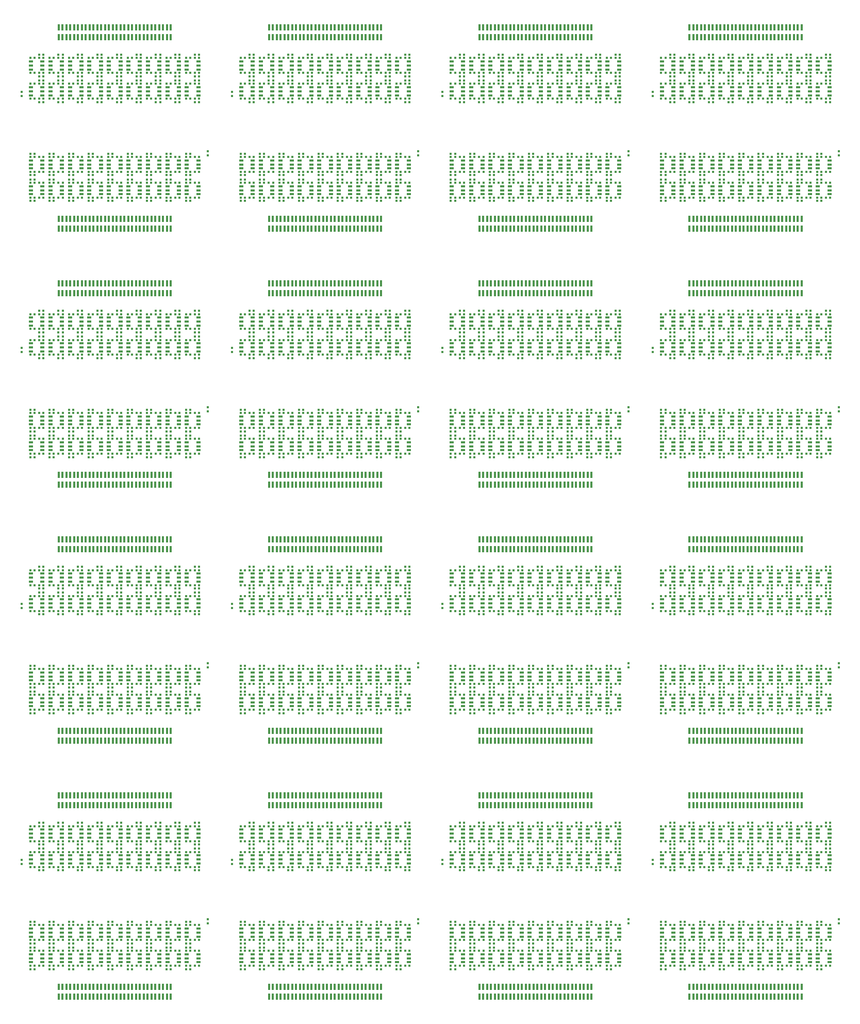
<source format=gbr>
%TF.GenerationSoftware,KiCad,Pcbnew,9.0.7*%
%TF.CreationDate,2026-02-10T13:35:23+01:00*%
%TF.ProjectId,S13552_64Ch_Adapter_BGA2803_V2_Pannel,53313335-3532-45f3-9634-43685f416461,1*%
%TF.SameCoordinates,PX345190fPYd3ff098*%
%TF.FileFunction,Paste,Bot*%
%TF.FilePolarity,Positive*%
%FSLAX46Y46*%
G04 Gerber Fmt 4.6, Leading zero omitted, Abs format (unit mm)*
G04 Created by KiCad (PCBNEW 9.0.7) date 2026-02-10 13:35:23*
%MOMM*%
%LPD*%
G01*
G04 APERTURE LIST*
G04 Aperture macros list*
%AMRoundRect*
0 Rectangle with rounded corners*
0 $1 Rounding radius*
0 $2 $3 $4 $5 $6 $7 $8 $9 X,Y pos of 4 corners*
0 Add a 4 corners polygon primitive as box body*
4,1,4,$2,$3,$4,$5,$6,$7,$8,$9,$2,$3,0*
0 Add four circle primitives for the rounded corners*
1,1,$1+$1,$2,$3*
1,1,$1+$1,$4,$5*
1,1,$1+$1,$6,$7*
1,1,$1+$1,$8,$9*
0 Add four rect primitives between the rounded corners*
20,1,$1+$1,$2,$3,$4,$5,0*
20,1,$1+$1,$4,$5,$6,$7,0*
20,1,$1+$1,$6,$7,$8,$9,0*
20,1,$1+$1,$8,$9,$2,$3,0*%
G04 Aperture macros list end*
%ADD10RoundRect,0.079500X-0.079500X-0.100500X0.079500X-0.100500X0.079500X0.100500X-0.079500X0.100500X0*%
%ADD11RoundRect,0.100000X-0.225000X-0.100000X0.225000X-0.100000X0.225000X0.100000X-0.225000X0.100000X0*%
%ADD12RoundRect,0.079500X0.079500X0.100500X-0.079500X0.100500X-0.079500X-0.100500X0.079500X-0.100500X0*%
%ADD13RoundRect,0.100000X0.225000X0.100000X-0.225000X0.100000X-0.225000X-0.100000X0.225000X-0.100000X0*%
%ADD14R,0.350000X1.000000*%
%ADD15RoundRect,0.079500X-0.100500X0.079500X-0.100500X-0.079500X0.100500X-0.079500X0.100500X0.079500X0*%
%ADD16RoundRect,0.079500X0.100500X-0.079500X0.100500X0.079500X-0.100500X0.079500X-0.100500X-0.079500X0*%
G04 APERTURE END LIST*
D10*
%TO.C,C200*%
X75989999Y32275000D03*
X76679999Y32275000D03*
%TD*%
%TO.C,C273*%
X138669999Y35965000D03*
X139359999Y35965000D03*
%TD*%
D11*
%TO.C,U39*%
X49059999Y163080000D03*
X49059999Y163730000D03*
X49059999Y164380000D03*
X50959999Y164380000D03*
X50959999Y163730000D03*
X50959999Y163080000D03*
%TD*%
D12*
%TO.C,C163*%
X100169999Y65265000D03*
X99479999Y65265000D03*
%TD*%
%TO.C,C259*%
X142559999Y22725000D03*
X141869999Y22725000D03*
%TD*%
%TO.C,C300*%
X49629999Y60495000D03*
X48939999Y60495000D03*
%TD*%
D10*
%TO.C,C200*%
X41449999Y74275000D03*
X42139999Y74275000D03*
%TD*%
%TO.C,C219*%
X93079999Y116275000D03*
X93769999Y116275000D03*
%TD*%
D12*
%TO.C,C165*%
X100169999Y106725000D03*
X99479999Y106725000D03*
%TD*%
D10*
%TO.C,R43*%
X132269999Y77265000D03*
X132959999Y77265000D03*
%TD*%
D12*
%TO.C,R45*%
X56029999Y103735000D03*
X55339999Y103735000D03*
%TD*%
%TO.C,C318*%
X137909999Y19035000D03*
X137219999Y19035000D03*
%TD*%
%TO.C,R68*%
X137909999Y99505000D03*
X137219999Y99505000D03*
%TD*%
D11*
%TO.C,U45*%
X137339999Y116850000D03*
X137339999Y117500000D03*
X137339999Y118150000D03*
X139239999Y118150000D03*
X139239999Y117500000D03*
X139239999Y116850000D03*
%TD*%
D13*
%TO.C,U65*%
X29219999Y22150000D03*
X29219999Y21500000D03*
X29219999Y20850000D03*
X27319999Y20850000D03*
X27319999Y21500000D03*
X27319999Y22150000D03*
%TD*%
D11*
%TO.C,U48*%
X83599999Y158850000D03*
X83599999Y159500000D03*
X83599999Y160150000D03*
X85499999Y160150000D03*
X85499999Y159500000D03*
X85499999Y158850000D03*
%TD*%
D10*
%TO.C,C286*%
X105879999Y34725000D03*
X106569999Y34725000D03*
%TD*%
%TO.C,C275*%
X69589999Y36505000D03*
X70279999Y36505000D03*
%TD*%
%TO.C,C277*%
X104129999Y38955000D03*
X104819999Y38955000D03*
%TD*%
D12*
%TO.C,R58*%
X18289999Y19735000D03*
X17599999Y19735000D03*
%TD*%
D10*
%TO.C,R36*%
X100929999Y35265000D03*
X101619999Y35265000D03*
%TD*%
%TO.C,C193*%
X132269999Y115735000D03*
X132959999Y115735000D03*
%TD*%
%TO.C,C210*%
X25449999Y36505000D03*
X26139999Y36505000D03*
%TD*%
%TO.C,C201*%
X39999999Y118725000D03*
X40689999Y118725000D03*
%TD*%
D12*
%TO.C,C147*%
X131509999Y16045000D03*
X130819999Y16045000D03*
%TD*%
%TO.C,C155*%
X31089999Y144495000D03*
X30399999Y144495000D03*
%TD*%
%TO.C,C316*%
X98419999Y20275000D03*
X97729999Y20275000D03*
%TD*%
%TO.C,R54*%
X24689999Y15505000D03*
X23999999Y15505000D03*
%TD*%
D10*
%TO.C,C202*%
X75989999Y76725000D03*
X76679999Y76725000D03*
%TD*%
D14*
%TO.C,J1*%
X19062499Y43999993D03*
X19062499Y42399993D03*
X19697499Y43999993D03*
X19697499Y42399993D03*
X20332499Y43999993D03*
X20332499Y42399993D03*
X20967499Y43999993D03*
X20967499Y42399993D03*
X21602499Y43999993D03*
X21602499Y42399993D03*
X22237499Y43999993D03*
X22237499Y42399993D03*
X22872499Y43999993D03*
X22872499Y42399993D03*
X23507499Y43999993D03*
X23507499Y42399993D03*
X24142499Y43999993D03*
X24142499Y42399993D03*
X24777499Y43999993D03*
X24777499Y42399993D03*
X25412499Y43999993D03*
X25412499Y42399993D03*
X26047499Y43999993D03*
X26047499Y42399993D03*
X26682499Y43999993D03*
X26682499Y42399993D03*
X27317499Y43999993D03*
X27317499Y42399993D03*
X27952499Y43999993D03*
X27952499Y42399993D03*
X28587499Y43999993D03*
X28587499Y42399993D03*
X29222499Y43999993D03*
X29222499Y42399993D03*
X29857499Y43999993D03*
X29857499Y42399993D03*
X30492499Y43999993D03*
X30492499Y42399993D03*
X31127499Y43999993D03*
X31127499Y42399993D03*
X31762499Y43999993D03*
X31762499Y42399993D03*
X32397499Y43999993D03*
X32397499Y42399993D03*
X33032499Y43999993D03*
X33032499Y42399993D03*
X33667499Y43999993D03*
X33667499Y42399993D03*
X34302499Y43999993D03*
X34302499Y42399993D03*
X34937499Y43999993D03*
X34937499Y42399993D03*
X35572499Y43999993D03*
X35572499Y42399993D03*
X36207499Y43999993D03*
X36207499Y42399993D03*
X36842499Y43999993D03*
X36842499Y42399993D03*
X37477499Y43999993D03*
X37477499Y42399993D03*
%TD*%
D12*
%TO.C,C149*%
X85619999Y22725000D03*
X84929999Y22725000D03*
%TD*%
%TO.C,C267*%
X109769999Y146275000D03*
X109079999Y146275000D03*
%TD*%
%TO.C,C313*%
X62429999Y65265000D03*
X61739999Y65265000D03*
%TD*%
D10*
%TO.C,C200*%
X41449999Y32275000D03*
X42139999Y32275000D03*
%TD*%
D13*
%TO.C,U33*%
X32419999Y143920000D03*
X32419999Y143270000D03*
X32419999Y142620000D03*
X30519999Y142620000D03*
X30519999Y143270000D03*
X30519999Y143920000D03*
%TD*%
D10*
%TO.C,C212*%
X129069999Y38955000D03*
X129759999Y38955000D03*
%TD*%
%TO.C,R43*%
X63189999Y77265000D03*
X63879999Y77265000D03*
%TD*%
%TO.C,C274*%
X137219999Y78505000D03*
X137909999Y78505000D03*
%TD*%
D12*
%TO.C,R67*%
X27889999Y145735000D03*
X27199999Y145735000D03*
%TD*%
D13*
%TO.C,U37*%
X95099999Y22150000D03*
X95099999Y21500000D03*
X95099999Y20850000D03*
X93199999Y20850000D03*
X93199999Y21500000D03*
X93199999Y22150000D03*
%TD*%
D11*
%TO.C,U39*%
X118139999Y121080000D03*
X118139999Y121730000D03*
X118139999Y122380000D03*
X120039999Y122380000D03*
X120039999Y121730000D03*
X120039999Y121080000D03*
%TD*%
D12*
%TO.C,C155*%
X100169999Y18495000D03*
X99479999Y18495000D03*
%TD*%
%TO.C,C150*%
X118709999Y106725000D03*
X118019999Y106725000D03*
%TD*%
%TO.C,C267*%
X144309999Y146275000D03*
X143619999Y146275000D03*
%TD*%
D10*
%TO.C,C214*%
X33599999Y32275000D03*
X34289999Y32275000D03*
%TD*%
%TO.C,C227*%
X145069999Y164955000D03*
X145759999Y164955000D03*
%TD*%
%TO.C,C245*%
X122669999Y32275000D03*
X123359999Y32275000D03*
%TD*%
D12*
%TO.C,C290*%
X37489999Y18495000D03*
X36799999Y18495000D03*
%TD*%
%TO.C,C144*%
X29339999Y144495000D03*
X28649999Y144495000D03*
%TD*%
%TO.C,C317*%
X27889999Y62275000D03*
X27199999Y62275000D03*
%TD*%
D10*
%TO.C,R50*%
X119469999Y35265000D03*
X120159999Y35265000D03*
%TD*%
D13*
%TO.C,U60*%
X73359999Y59920000D03*
X73359999Y59270000D03*
X73359999Y58620000D03*
X71459999Y58620000D03*
X71459999Y59270000D03*
X71459999Y59920000D03*
%TD*%
D12*
%TO.C,C269*%
X123359999Y22725000D03*
X122669999Y22725000D03*
%TD*%
D11*
%TO.C,U42*%
X109199999Y158850000D03*
X109199999Y159500000D03*
X109199999Y160150000D03*
X111099999Y160150000D03*
X111099999Y159500000D03*
X111099999Y158850000D03*
%TD*%
D10*
%TO.C,C216*%
X137219999Y118725000D03*
X137909999Y118725000D03*
%TD*%
D12*
%TO.C,C167*%
X65629999Y20275000D03*
X64939999Y20275000D03*
%TD*%
%TO.C,C172*%
X87369999Y16045000D03*
X86679999Y16045000D03*
%TD*%
%TO.C,R64*%
X84169999Y99505000D03*
X83479999Y99505000D03*
%TD*%
%TO.C,C252*%
X128309999Y142045000D03*
X127619999Y142045000D03*
%TD*%
D13*
%TO.C,U65*%
X98299999Y106150000D03*
X98299999Y105500000D03*
X98299999Y104850000D03*
X96399999Y104850000D03*
X96399999Y105500000D03*
X96399999Y106150000D03*
%TD*%
D10*
%TO.C,C179*%
X99479999Y78505000D03*
X100169999Y78505000D03*
%TD*%
D11*
%TO.C,U39*%
X49059999Y79080000D03*
X49059999Y79730000D03*
X49059999Y80380000D03*
X50959999Y80380000D03*
X50959999Y79730000D03*
X50959999Y79080000D03*
%TD*%
D10*
%TO.C,C221*%
X58539999Y160725000D03*
X59229999Y160725000D03*
%TD*%
D12*
%TO.C,C190*%
X34289999Y148725000D03*
X33599999Y148725000D03*
%TD*%
D11*
%TO.C,U38*%
X65059999Y163080000D03*
X65059999Y163730000D03*
X65059999Y164380000D03*
X66959999Y164380000D03*
X66959999Y163730000D03*
X66959999Y163080000D03*
%TD*%
D12*
%TO.C,C205*%
X56029999Y22725000D03*
X55339999Y22725000D03*
%TD*%
%TO.C,C298*%
X49629999Y103035000D03*
X48939999Y103035000D03*
%TD*%
%TO.C,R39*%
X24689999Y145735000D03*
X23999999Y145735000D03*
%TD*%
D10*
%TO.C,R48*%
X94529999Y35265000D03*
X95219999Y35265000D03*
%TD*%
D12*
%TO.C,C259*%
X73479999Y148725000D03*
X72789999Y148725000D03*
%TD*%
%TO.C,C320*%
X137909999Y102495000D03*
X137219999Y102495000D03*
%TD*%
%TO.C,C267*%
X109769999Y104275000D03*
X109079999Y104275000D03*
%TD*%
D10*
%TO.C,R63*%
X122669999Y81495000D03*
X123359999Y81495000D03*
%TD*%
D11*
%TO.C,U46*%
X93199999Y32850000D03*
X93199999Y33500000D03*
X93199999Y34150000D03*
X95099999Y34150000D03*
X95099999Y33500000D03*
X95099999Y32850000D03*
%TD*%
D12*
%TO.C,C149*%
X120159999Y106725000D03*
X119469999Y106725000D03*
%TD*%
D10*
%TO.C,C229*%
X14399999Y116275000D03*
X15089999Y116275000D03*
%TD*%
D12*
%TO.C,C163*%
X65629999Y23265000D03*
X64939999Y23265000D03*
%TD*%
%TO.C,C315*%
X62429999Y148725000D03*
X61739999Y148725000D03*
%TD*%
D10*
%TO.C,C279*%
X130819999Y36505000D03*
X131509999Y36505000D03*
%TD*%
%TO.C,C201*%
X143619999Y34725000D03*
X144309999Y34725000D03*
%TD*%
%TO.C,C229*%
X83479999Y32275000D03*
X84169999Y32275000D03*
%TD*%
D12*
%TO.C,C258*%
X106569999Y65265000D03*
X105879999Y65265000D03*
%TD*%
%TO.C,C298*%
X84169999Y103035000D03*
X83479999Y103035000D03*
%TD*%
D10*
%TO.C,C278*%
X132269999Y35965000D03*
X132959999Y35965000D03*
%TD*%
D12*
%TO.C,C147*%
X62429999Y58045000D03*
X61739999Y58045000D03*
%TD*%
%TO.C,C203*%
X125109999Y149265000D03*
X124419999Y149265000D03*
%TD*%
D11*
%TO.C,U51*%
X52259999Y32850000D03*
X52259999Y33500000D03*
X52259999Y34150000D03*
X54159999Y34150000D03*
X54159999Y33500000D03*
X54159999Y32850000D03*
%TD*%
D10*
%TO.C,C283*%
X107329999Y73735000D03*
X108019999Y73735000D03*
%TD*%
%TO.C,C212*%
X94529999Y38955000D03*
X95219999Y38955000D03*
%TD*%
D12*
%TO.C,C264*%
X42139999Y148725000D03*
X41449999Y148725000D03*
%TD*%
%TO.C,R33*%
X131509999Y15505000D03*
X130819999Y15505000D03*
%TD*%
D10*
%TO.C,R41*%
X84929999Y123495000D03*
X85619999Y123495000D03*
%TD*%
D12*
%TO.C,C146*%
X98419999Y16045000D03*
X97729999Y16045000D03*
%TD*%
D10*
%TO.C,C196*%
X96279999Y118725000D03*
X96969999Y118725000D03*
%TD*%
D13*
%TO.C,U37*%
X26019999Y106150000D03*
X26019999Y105500000D03*
X26019999Y104850000D03*
X24119999Y104850000D03*
X24119999Y105500000D03*
X24119999Y106150000D03*
%TD*%
D10*
%TO.C,C211*%
X58539999Y38955000D03*
X59229999Y38955000D03*
%TD*%
D12*
%TO.C,R68*%
X68829999Y141505000D03*
X68139999Y141505000D03*
%TD*%
%TO.C,C190*%
X34289999Y64725000D03*
X33599999Y64725000D03*
%TD*%
D10*
%TO.C,R40*%
X135469999Y123495000D03*
X136159999Y123495000D03*
%TD*%
%TO.C,C295*%
X122669999Y78505000D03*
X123359999Y78505000D03*
%TD*%
D12*
%TO.C,C164*%
X67079999Y106725000D03*
X66389999Y106725000D03*
%TD*%
D10*
%TO.C,C306*%
X71339999Y38955000D03*
X72029999Y38955000D03*
%TD*%
%TO.C,C243*%
X53589999Y115735000D03*
X54279999Y115735000D03*
%TD*%
%TO.C,C198*%
X75989999Y31735000D03*
X76679999Y31735000D03*
%TD*%
D12*
%TO.C,C192*%
X103369999Y146275000D03*
X102679999Y146275000D03*
%TD*%
D10*
%TO.C,C160*%
X100929999Y116275000D03*
X101619999Y116275000D03*
%TD*%
D12*
%TO.C,C263*%
X109769999Y149265000D03*
X109079999Y149265000D03*
%TD*%
D10*
%TO.C,C296*%
X52139999Y38955000D03*
X52829999Y38955000D03*
%TD*%
D12*
%TO.C,C260*%
X106569999Y64725000D03*
X105879999Y64725000D03*
%TD*%
%TO.C,R68*%
X137909999Y57505000D03*
X137219999Y57505000D03*
%TD*%
D10*
%TO.C,C286*%
X140419999Y160725000D03*
X141109999Y160725000D03*
%TD*%
%TO.C,C230*%
X50389999Y158275000D03*
X51079999Y158275000D03*
%TD*%
D11*
%TO.C,U58*%
X27319999Y121080000D03*
X27319999Y121730000D03*
X27319999Y122380000D03*
X29219999Y122380000D03*
X29219999Y121730000D03*
X29219999Y121080000D03*
%TD*%
D12*
%TO.C,C251*%
X95219999Y100045000D03*
X94529999Y100045000D03*
%TD*%
D11*
%TO.C,U44*%
X127739999Y163080000D03*
X127739999Y163730000D03*
X127739999Y164380000D03*
X129639999Y164380000D03*
X129639999Y163730000D03*
X129639999Y163080000D03*
%TD*%
D10*
%TO.C,C198*%
X110529999Y115735000D03*
X111219999Y115735000D03*
%TD*%
D13*
%TO.C,U43*%
X126439999Y106150000D03*
X126439999Y105500000D03*
X126439999Y104850000D03*
X124539999Y104850000D03*
X124539999Y105500000D03*
X124539999Y106150000D03*
%TD*%
D10*
%TO.C,C162*%
X135469999Y118725000D03*
X136159999Y118725000D03*
%TD*%
D12*
%TO.C,C291*%
X108019999Y58045000D03*
X107329999Y58045000D03*
%TD*%
%TO.C,C171*%
X19739999Y58045000D03*
X19049999Y58045000D03*
%TD*%
%TO.C,C157*%
X100169999Y58045000D03*
X99479999Y58045000D03*
%TD*%
%TO.C,C144*%
X98419999Y60495000D03*
X97729999Y60495000D03*
%TD*%
D10*
%TO.C,C179*%
X99479999Y120505000D03*
X100169999Y120505000D03*
%TD*%
D12*
%TO.C,R37*%
X31089999Y61735000D03*
X30399999Y61735000D03*
%TD*%
D13*
%TO.C,U35*%
X66959999Y22150000D03*
X66959999Y21500000D03*
X66959999Y20850000D03*
X65059999Y20850000D03*
X65059999Y21500000D03*
X65059999Y22150000D03*
%TD*%
D10*
%TO.C,C212*%
X25449999Y164955000D03*
X26139999Y164955000D03*
%TD*%
%TO.C,C287*%
X38249999Y76725000D03*
X38939999Y76725000D03*
%TD*%
D13*
%TO.C,U62*%
X16419999Y17920000D03*
X16419999Y17270000D03*
X16419999Y16620000D03*
X14519999Y16620000D03*
X14519999Y17270000D03*
X14519999Y17920000D03*
%TD*%
D10*
%TO.C,C285*%
X38249999Y158275000D03*
X38939999Y158275000D03*
%TD*%
D12*
%TO.C,C314*%
X98419999Y64725000D03*
X97729999Y64725000D03*
%TD*%
%TO.C,C270*%
X121909999Y22725000D03*
X121219999Y22725000D03*
%TD*%
%TO.C,C168*%
X18289999Y19035000D03*
X17599999Y19035000D03*
%TD*%
%TO.C,R62*%
X72029999Y99505000D03*
X71339999Y99505000D03*
%TD*%
D11*
%TO.C,U63*%
X71459999Y79080000D03*
X71459999Y79730000D03*
X71459999Y80380000D03*
X73359999Y80380000D03*
X73359999Y79730000D03*
X73359999Y79080000D03*
%TD*%
D10*
%TO.C,R61*%
X72789999Y77265000D03*
X73479999Y77265000D03*
%TD*%
%TO.C,C223*%
X110529999Y161965000D03*
X111219999Y161965000D03*
%TD*%
D12*
%TO.C,C188*%
X34289999Y23265000D03*
X33599999Y23265000D03*
%TD*%
D10*
%TO.C,C197*%
X97729999Y160725000D03*
X98419999Y160725000D03*
%TD*%
%TO.C,C255*%
X56789999Y78505000D03*
X57479999Y78505000D03*
%TD*%
D12*
%TO.C,C265*%
X144309999Y106725000D03*
X143619999Y106725000D03*
%TD*%
%TO.C,R54*%
X93769999Y141505000D03*
X93079999Y141505000D03*
%TD*%
%TO.C,C204*%
X57479999Y106725000D03*
X56789999Y106725000D03*
%TD*%
D10*
%TO.C,R50*%
X50389999Y119265000D03*
X51079999Y119265000D03*
%TD*%
%TO.C,C283*%
X141869999Y73735000D03*
X142559999Y73735000D03*
%TD*%
%TO.C,C226*%
X74539999Y122955000D03*
X75229999Y122955000D03*
%TD*%
D12*
%TO.C,C143*%
X96969999Y145035000D03*
X96279999Y145035000D03*
%TD*%
%TO.C,C146*%
X98419999Y142045000D03*
X97729999Y142045000D03*
%TD*%
D10*
%TO.C,C307*%
X141869999Y38955000D03*
X142559999Y38955000D03*
%TD*%
%TO.C,C210*%
X129069999Y120505000D03*
X129759999Y120505000D03*
%TD*%
D11*
%TO.C,U50*%
X20919999Y116850000D03*
X20919999Y117500000D03*
X20919999Y118150000D03*
X22819999Y118150000D03*
X22819999Y117500000D03*
X22819999Y116850000D03*
%TD*%
D12*
%TO.C,C269*%
X54279999Y64725000D03*
X53589999Y64725000D03*
%TD*%
D10*
%TO.C,C286*%
X105879999Y118725000D03*
X106569999Y118725000D03*
%TD*%
D15*
%TO.C,R1*%
X43557106Y65682893D03*
X43557106Y64992893D03*
%TD*%
D12*
%TO.C,R45*%
X90569999Y61735000D03*
X89879999Y61735000D03*
%TD*%
D11*
%TO.C,U59*%
X140539999Y32850000D03*
X140539999Y33500000D03*
X140539999Y34150000D03*
X142439999Y34150000D03*
X142439999Y33500000D03*
X142439999Y32850000D03*
%TD*%
D12*
%TO.C,C290*%
X141109999Y18495000D03*
X140419999Y18495000D03*
%TD*%
D11*
%TO.C,U45*%
X33719999Y32850000D03*
X33719999Y33500000D03*
X33719999Y34150000D03*
X35619999Y34150000D03*
X35619999Y33500000D03*
X35619999Y32850000D03*
%TD*%
D10*
%TO.C,C276*%
X33599999Y38955000D03*
X34289999Y38955000D03*
%TD*%
D12*
%TO.C,C252*%
X59229999Y16045000D03*
X58539999Y16045000D03*
%TD*%
D11*
%TO.C,U39*%
X14519999Y121080000D03*
X14519999Y121730000D03*
X14519999Y122380000D03*
X16419999Y122380000D03*
X16419999Y121730000D03*
X16419999Y121080000D03*
%TD*%
D10*
%TO.C,C223*%
X75989999Y119965000D03*
X76679999Y119965000D03*
%TD*%
%TO.C,C208*%
X25449999Y119965000D03*
X26139999Y119965000D03*
%TD*%
D12*
%TO.C,C266*%
X42139999Y146275000D03*
X41449999Y146275000D03*
%TD*%
D10*
%TO.C,C255*%
X56789999Y36505000D03*
X57479999Y36505000D03*
%TD*%
%TO.C,C282*%
X97729999Y80955000D03*
X98419999Y80955000D03*
%TD*%
%TO.C,C254*%
X20799999Y120505000D03*
X21489999Y120505000D03*
%TD*%
D12*
%TO.C,C149*%
X16539999Y106725000D03*
X15849999Y106725000D03*
%TD*%
%TO.C,R42*%
X68829999Y61735000D03*
X68139999Y61735000D03*
%TD*%
D11*
%TO.C,U50*%
X20919999Y32850000D03*
X20919999Y33500000D03*
X20919999Y34150000D03*
X22819999Y34150000D03*
X22819999Y33500000D03*
X22819999Y32850000D03*
%TD*%
D10*
%TO.C,R53*%
X19049999Y77265000D03*
X19739999Y77265000D03*
%TD*%
D12*
%TO.C,C258*%
X106569999Y107265000D03*
X105879999Y107265000D03*
%TD*%
D10*
%TO.C,C247*%
X53589999Y34725000D03*
X54279999Y34725000D03*
%TD*%
D14*
%TO.C,J2*%
X88142499Y54600009D03*
X88142499Y53000009D03*
X88777499Y54600009D03*
X88777499Y53000009D03*
X89412499Y54600009D03*
X89412499Y53000009D03*
X90047499Y54600009D03*
X90047499Y53000009D03*
X90682499Y54600009D03*
X90682499Y53000009D03*
X91317499Y54600009D03*
X91317499Y53000009D03*
X91952499Y54600009D03*
X91952499Y53000009D03*
X92587499Y54600009D03*
X92587499Y53000009D03*
X93222499Y54600009D03*
X93222499Y53000009D03*
X93857499Y54600009D03*
X93857499Y53000009D03*
X94492499Y54600009D03*
X94492499Y53000009D03*
X95127499Y54600009D03*
X95127499Y53000009D03*
X95762499Y54600009D03*
X95762499Y53000009D03*
X96397499Y54600009D03*
X96397499Y53000009D03*
X97032499Y54600009D03*
X97032499Y53000009D03*
X97667499Y54600009D03*
X97667499Y53000009D03*
X98302499Y54600009D03*
X98302499Y53000009D03*
X98937499Y54600009D03*
X98937499Y53000009D03*
X99572499Y54600009D03*
X99572499Y53000009D03*
X100207499Y54600009D03*
X100207499Y53000009D03*
X100842499Y54600009D03*
X100842499Y53000009D03*
X101477499Y54600009D03*
X101477499Y53000009D03*
X102112499Y54600009D03*
X102112499Y53000009D03*
X102747499Y54600009D03*
X102747499Y53000009D03*
X103382499Y54600009D03*
X103382499Y53000009D03*
X104017499Y54600009D03*
X104017499Y53000009D03*
X104652499Y54600009D03*
X104652499Y53000009D03*
X105287499Y54600009D03*
X105287499Y53000009D03*
X105922499Y54600009D03*
X105922499Y53000009D03*
X106557499Y54600009D03*
X106557499Y53000009D03*
%TD*%
D12*
%TO.C,C163*%
X65629999Y149265000D03*
X64939999Y149265000D03*
%TD*%
%TO.C,C262*%
X37489999Y20275000D03*
X36799999Y20275000D03*
%TD*%
D10*
%TO.C,C187*%
X119469999Y122955000D03*
X120159999Y122955000D03*
%TD*%
D12*
%TO.C,R33*%
X62429999Y57505000D03*
X61739999Y57505000D03*
%TD*%
D10*
%TO.C,C254*%
X55339999Y120505000D03*
X56029999Y120505000D03*
%TD*%
D12*
%TO.C,R42*%
X68829999Y103735000D03*
X68139999Y103735000D03*
%TD*%
D10*
%TO.C,C196*%
X27199999Y118725000D03*
X27889999Y118725000D03*
%TD*%
D11*
%TO.C,U63*%
X105999999Y121080000D03*
X105999999Y121730000D03*
X105999999Y122380000D03*
X107899999Y122380000D03*
X107899999Y121730000D03*
X107899999Y121080000D03*
%TD*%
D12*
%TO.C,C155*%
X134709999Y60495000D03*
X134019999Y60495000D03*
%TD*%
%TO.C,C151*%
X85619999Y62275000D03*
X84929999Y62275000D03*
%TD*%
%TO.C,C163*%
X134709999Y107265000D03*
X134019999Y107265000D03*
%TD*%
D11*
%TO.C,U53*%
X124539999Y79080000D03*
X124539999Y79730000D03*
X124539999Y80380000D03*
X126439999Y80380000D03*
X126439999Y79730000D03*
X126439999Y79080000D03*
%TD*%
D10*
%TO.C,C218*%
X129069999Y157735000D03*
X129759999Y157735000D03*
%TD*%
D13*
%TO.C,U52*%
X129639999Y59920000D03*
X129639999Y59270000D03*
X129639999Y58620000D03*
X127739999Y58620000D03*
X127739999Y59270000D03*
X127739999Y59920000D03*
%TD*%
D12*
%TO.C,R45*%
X125109999Y61735000D03*
X124419999Y61735000D03*
%TD*%
%TO.C,C250*%
X24689999Y18495000D03*
X23999999Y18495000D03*
%TD*%
%TO.C,C192*%
X34289999Y20275000D03*
X33599999Y20275000D03*
%TD*%
D10*
%TO.C,C214*%
X68139999Y116275000D03*
X68829999Y116275000D03*
%TD*%
%TO.C,C185*%
X119469999Y78505000D03*
X120159999Y78505000D03*
%TD*%
%TO.C,C226*%
X109079999Y80955000D03*
X109769999Y80955000D03*
%TD*%
%TO.C,C232*%
X50389999Y76725000D03*
X51079999Y76725000D03*
%TD*%
%TO.C,C247*%
X53589999Y160725000D03*
X54279999Y160725000D03*
%TD*%
%TO.C,C187*%
X50389999Y122955000D03*
X51079999Y122955000D03*
%TD*%
D12*
%TO.C,C312*%
X75229999Y100045000D03*
X74539999Y100045000D03*
%TD*%
D11*
%TO.C,U42*%
X109199999Y74850000D03*
X109199999Y75500000D03*
X109199999Y76150000D03*
X111099999Y76150000D03*
X111099999Y75500000D03*
X111099999Y74850000D03*
%TD*%
D10*
%TO.C,C208*%
X25449999Y35965000D03*
X26139999Y35965000D03*
%TD*%
%TO.C,C228*%
X15849999Y157735000D03*
X16539999Y157735000D03*
%TD*%
D11*
%TO.C,U57*%
X137339999Y121080000D03*
X137339999Y121730000D03*
X137339999Y122380000D03*
X139239999Y122380000D03*
X139239999Y121730000D03*
X139239999Y121080000D03*
%TD*%
D12*
%TO.C,C322*%
X34289999Y100045000D03*
X33599999Y100045000D03*
%TD*%
%TO.C,C173*%
X59229999Y107265000D03*
X58539999Y107265000D03*
%TD*%
%TO.C,C144*%
X132959999Y18495000D03*
X132269999Y18495000D03*
%TD*%
%TO.C,C192*%
X68829999Y20275000D03*
X68139999Y20275000D03*
%TD*%
%TO.C,C299*%
X120159999Y18495000D03*
X119469999Y18495000D03*
%TD*%
%TO.C,C252*%
X59229999Y100045000D03*
X58539999Y100045000D03*
%TD*%
D10*
%TO.C,C159*%
X64939999Y32275000D03*
X65629999Y32275000D03*
%TD*%
%TO.C,C241*%
X89879999Y160725000D03*
X90569999Y160725000D03*
%TD*%
%TO.C,C306*%
X105879999Y164955000D03*
X106569999Y164955000D03*
%TD*%
D12*
%TO.C,C319*%
X70279999Y102495000D03*
X69589999Y102495000D03*
%TD*%
D10*
%TO.C,R47*%
X104129999Y119265000D03*
X104819999Y119265000D03*
%TD*%
D13*
%TO.C,U66*%
X139239999Y101920000D03*
X139239999Y101270000D03*
X139239999Y100620000D03*
X137339999Y100620000D03*
X137339999Y101270000D03*
X137339999Y101920000D03*
%TD*%
D12*
%TO.C,C165*%
X31089999Y106725000D03*
X30399999Y106725000D03*
%TD*%
D10*
%TO.C,C201*%
X39999999Y160725000D03*
X40689999Y160725000D03*
%TD*%
D13*
%TO.C,U36*%
X88699999Y17920000D03*
X88699999Y17270000D03*
X88699999Y16620000D03*
X86799999Y16620000D03*
X86799999Y17270000D03*
X86799999Y17920000D03*
%TD*%
D12*
%TO.C,C233*%
X90569999Y61035000D03*
X89879999Y61035000D03*
%TD*%
D10*
%TO.C,C253*%
X22249999Y77965000D03*
X22939999Y77965000D03*
%TD*%
%TO.C,C213*%
X104129999Y115735000D03*
X104819999Y115735000D03*
%TD*%
%TO.C,R55*%
X22249999Y165495000D03*
X22939999Y165495000D03*
%TD*%
%TO.C,R47*%
X69589999Y77265000D03*
X70279999Y77265000D03*
%TD*%
%TO.C,C183*%
X50389999Y77965000D03*
X51079999Y77965000D03*
%TD*%
%TO.C,C199*%
X39999999Y116275000D03*
X40689999Y116275000D03*
%TD*%
D12*
%TO.C,R58*%
X87369999Y103735000D03*
X86679999Y103735000D03*
%TD*%
%TO.C,C312*%
X40689999Y100045000D03*
X39999999Y100045000D03*
%TD*%
D10*
%TO.C,C226*%
X109079999Y164955000D03*
X109769999Y164955000D03*
%TD*%
D12*
%TO.C,C234*%
X126559999Y18495000D03*
X125869999Y18495000D03*
%TD*%
D13*
%TO.C,U40*%
X70159999Y148150000D03*
X70159999Y147500000D03*
X70159999Y146850000D03*
X68259999Y146850000D03*
X68259999Y147500000D03*
X68259999Y148150000D03*
%TD*%
D10*
%TO.C,C221*%
X93079999Y76725000D03*
X93769999Y76725000D03*
%TD*%
%TO.C,R63*%
X88129999Y165495000D03*
X88819999Y165495000D03*
%TD*%
D12*
%TO.C,C269*%
X19739999Y64725000D03*
X19049999Y64725000D03*
%TD*%
%TO.C,R51*%
X56029999Y99505000D03*
X55339999Y99505000D03*
%TD*%
%TO.C,C267*%
X75229999Y62275000D03*
X74539999Y62275000D03*
%TD*%
%TO.C,C266*%
X145759999Y62275000D03*
X145069999Y62275000D03*
%TD*%
D10*
%TO.C,C202*%
X110529999Y76725000D03*
X111219999Y76725000D03*
%TD*%
%TO.C,R36*%
X31849999Y35265000D03*
X32539999Y35265000D03*
%TD*%
D12*
%TO.C,C175*%
X128309999Y106725000D03*
X127619999Y106725000D03*
%TD*%
D10*
%TO.C,R46*%
X94529999Y165495000D03*
X95219999Y165495000D03*
%TD*%
%TO.C,C194*%
X130819999Y32275000D03*
X131509999Y32275000D03*
%TD*%
D12*
%TO.C,C300*%
X15089999Y18495000D03*
X14399999Y18495000D03*
%TD*%
D10*
%TO.C,R53*%
X88129999Y77265000D03*
X88819999Y77265000D03*
%TD*%
D12*
%TO.C,R64*%
X84169999Y57505000D03*
X83479999Y57505000D03*
%TD*%
%TO.C,C188*%
X68829999Y23265000D03*
X68139999Y23265000D03*
%TD*%
D11*
%TO.C,U50*%
X55459999Y158850000D03*
X55459999Y159500000D03*
X55459999Y160150000D03*
X57359999Y160150000D03*
X57359999Y159500000D03*
X57359999Y158850000D03*
%TD*%
%TO.C,U44*%
X24119999Y37080000D03*
X24119999Y37730000D03*
X24119999Y38380000D03*
X26019999Y38380000D03*
X26019999Y37730000D03*
X26019999Y37080000D03*
%TD*%
D10*
%TO.C,C305*%
X72789999Y36505000D03*
X73479999Y36505000D03*
%TD*%
%TO.C,C210*%
X129069999Y36505000D03*
X129759999Y36505000D03*
%TD*%
D12*
%TO.C,C177*%
X93769999Y146275000D03*
X93079999Y146275000D03*
%TD*%
D13*
%TO.C,U64*%
X145639999Y101920000D03*
X145639999Y101270000D03*
X145639999Y100620000D03*
X143739999Y100620000D03*
X143739999Y101270000D03*
X143739999Y101920000D03*
%TD*%
D11*
%TO.C,U41*%
X61859999Y116850000D03*
X61859999Y117500000D03*
X61859999Y118150000D03*
X63759999Y118150000D03*
X63759999Y117500000D03*
X63759999Y116850000D03*
%TD*%
D16*
%TO.C,R2*%
X82067106Y116724993D03*
X82067106Y117414993D03*
%TD*%
D12*
%TO.C,R33*%
X131509999Y99505000D03*
X130819999Y99505000D03*
%TD*%
D10*
%TO.C,C180*%
X31849999Y162505000D03*
X32539999Y162505000D03*
%TD*%
D12*
%TO.C,C166*%
X136159999Y20275000D03*
X135469999Y20275000D03*
%TD*%
%TO.C,C248*%
X93769999Y19035000D03*
X93079999Y19035000D03*
%TD*%
D10*
%TO.C,C201*%
X74539999Y118725000D03*
X75229999Y118725000D03*
%TD*%
D12*
%TO.C,C308*%
X144309999Y19035000D03*
X143619999Y19035000D03*
%TD*%
D13*
%TO.C,U43*%
X57359999Y106150000D03*
X57359999Y105500000D03*
X57359999Y104850000D03*
X55459999Y104850000D03*
X55459999Y105500000D03*
X55459999Y106150000D03*
%TD*%
D12*
%TO.C,C266*%
X111219999Y104275000D03*
X110529999Y104275000D03*
%TD*%
D10*
%TO.C,C239*%
X89879999Y158275000D03*
X90569999Y158275000D03*
%TD*%
D12*
%TO.C,C258*%
X141109999Y107265000D03*
X140419999Y107265000D03*
%TD*%
D10*
%TO.C,C201*%
X143619999Y118725000D03*
X144309999Y118725000D03*
%TD*%
D12*
%TO.C,R34*%
X15089999Y103735000D03*
X14399999Y103735000D03*
%TD*%
D13*
%TO.C,U31*%
X29219999Y17920000D03*
X29219999Y17270000D03*
X29219999Y16620000D03*
X27319999Y16620000D03*
X27319999Y17270000D03*
X27319999Y17920000D03*
%TD*%
D12*
%TO.C,C321*%
X70279999Y16045000D03*
X69589999Y16045000D03*
%TD*%
%TO.C,C144*%
X63879999Y144495000D03*
X63189999Y144495000D03*
%TD*%
D10*
%TO.C,C255*%
X125869999Y162505000D03*
X126559999Y162505000D03*
%TD*%
%TO.C,C195*%
X132269999Y74275000D03*
X132959999Y74275000D03*
%TD*%
%TO.C,C277*%
X35049999Y80955000D03*
X35739999Y80955000D03*
%TD*%
%TO.C,C273*%
X69589999Y35965000D03*
X70279999Y35965000D03*
%TD*%
D13*
%TO.C,U35*%
X136039999Y22150000D03*
X136039999Y21500000D03*
X136039999Y20850000D03*
X134139999Y20850000D03*
X134139999Y21500000D03*
X134139999Y22150000D03*
%TD*%
D10*
%TO.C,C275*%
X35049999Y162505000D03*
X35739999Y162505000D03*
%TD*%
%TO.C,C195*%
X28649999Y116275000D03*
X29339999Y116275000D03*
%TD*%
D12*
%TO.C,C177*%
X128309999Y20275000D03*
X127619999Y20275000D03*
%TD*%
%TO.C,C311*%
X76679999Y58045000D03*
X75989999Y58045000D03*
%TD*%
D10*
%TO.C,C201*%
X109079999Y160725000D03*
X109769999Y160725000D03*
%TD*%
D12*
%TO.C,C318*%
X68829999Y61035000D03*
X68139999Y61035000D03*
%TD*%
D10*
%TO.C,C277*%
X69589999Y122955000D03*
X70279999Y122955000D03*
%TD*%
%TO.C,R65*%
X38249999Y165495000D03*
X38939999Y165495000D03*
%TD*%
D14*
%TO.C,J1*%
X53602499Y169999993D03*
X53602499Y168399993D03*
X54237499Y169999993D03*
X54237499Y168399993D03*
X54872499Y169999993D03*
X54872499Y168399993D03*
X55507499Y169999993D03*
X55507499Y168399993D03*
X56142499Y169999993D03*
X56142499Y168399993D03*
X56777499Y169999993D03*
X56777499Y168399993D03*
X57412499Y169999993D03*
X57412499Y168399993D03*
X58047499Y169999993D03*
X58047499Y168399993D03*
X58682499Y169999993D03*
X58682499Y168399993D03*
X59317499Y169999993D03*
X59317499Y168399993D03*
X59952499Y169999993D03*
X59952499Y168399993D03*
X60587499Y169999993D03*
X60587499Y168399993D03*
X61222499Y169999993D03*
X61222499Y168399993D03*
X61857499Y169999993D03*
X61857499Y168399993D03*
X62492499Y169999993D03*
X62492499Y168399993D03*
X63127499Y169999993D03*
X63127499Y168399993D03*
X63762499Y169999993D03*
X63762499Y168399993D03*
X64397499Y169999993D03*
X64397499Y168399993D03*
X65032499Y169999993D03*
X65032499Y168399993D03*
X65667499Y169999993D03*
X65667499Y168399993D03*
X66302499Y169999993D03*
X66302499Y168399993D03*
X66937499Y169999993D03*
X66937499Y168399993D03*
X67572499Y169999993D03*
X67572499Y168399993D03*
X68207499Y169999993D03*
X68207499Y168399993D03*
X68842499Y169999993D03*
X68842499Y168399993D03*
X69477499Y169999993D03*
X69477499Y168399993D03*
X70112499Y169999993D03*
X70112499Y168399993D03*
X70747499Y169999993D03*
X70747499Y168399993D03*
X71382499Y169999993D03*
X71382499Y168399993D03*
X72017499Y169999993D03*
X72017499Y168399993D03*
%TD*%
D10*
%TO.C,R46*%
X59989999Y81495000D03*
X60679999Y81495000D03*
%TD*%
%TO.C,C162*%
X100929999Y160725000D03*
X101619999Y160725000D03*
%TD*%
%TO.C,C197*%
X28649999Y160725000D03*
X29339999Y160725000D03*
%TD*%
D12*
%TO.C,C265*%
X144309999Y148725000D03*
X143619999Y148725000D03*
%TD*%
%TO.C,C204*%
X57479999Y64725000D03*
X56789999Y64725000D03*
%TD*%
%TO.C,R66*%
X109769999Y15505000D03*
X109079999Y15505000D03*
%TD*%
D10*
%TO.C,R46*%
X94529999Y39495000D03*
X95219999Y39495000D03*
%TD*%
D11*
%TO.C,U38*%
X99599999Y121080000D03*
X99599999Y121730000D03*
X99599999Y122380000D03*
X101499999Y122380000D03*
X101499999Y121730000D03*
X101499999Y121080000D03*
%TD*%
D10*
%TO.C,C199*%
X143619999Y32275000D03*
X144309999Y32275000D03*
%TD*%
%TO.C,C273*%
X104129999Y161965000D03*
X104819999Y161965000D03*
%TD*%
D13*
%TO.C,U32*%
X16419999Y22150000D03*
X16419999Y21500000D03*
X16419999Y20850000D03*
X14519999Y20850000D03*
X14519999Y21500000D03*
X14519999Y22150000D03*
%TD*%
D15*
%TO.C,R1*%
X112637106Y65682893D03*
X112637106Y64992893D03*
%TD*%
D12*
%TO.C,C313*%
X27889999Y149265000D03*
X27199999Y149265000D03*
%TD*%
%TO.C,C262*%
X141109999Y146275000D03*
X140419999Y146275000D03*
%TD*%
%TO.C,C309*%
X76679999Y60495000D03*
X75989999Y60495000D03*
%TD*%
D10*
%TO.C,C178*%
X135469999Y35965000D03*
X136159999Y35965000D03*
%TD*%
D12*
%TO.C,C233*%
X56029999Y61035000D03*
X55339999Y61035000D03*
%TD*%
D10*
%TO.C,C218*%
X25449999Y31735000D03*
X26139999Y31735000D03*
%TD*%
D12*
%TO.C,R33*%
X131509999Y57505000D03*
X130819999Y57505000D03*
%TD*%
D10*
%TO.C,R48*%
X59989999Y35265000D03*
X60679999Y35265000D03*
%TD*%
D14*
%TO.C,J2*%
X19062499Y54600009D03*
X19062499Y53000009D03*
X19697499Y54600009D03*
X19697499Y53000009D03*
X20332499Y54600009D03*
X20332499Y53000009D03*
X20967499Y54600009D03*
X20967499Y53000009D03*
X21602499Y54600009D03*
X21602499Y53000009D03*
X22237499Y54600009D03*
X22237499Y53000009D03*
X22872499Y54600009D03*
X22872499Y53000009D03*
X23507499Y54600009D03*
X23507499Y53000009D03*
X24142499Y54600009D03*
X24142499Y53000009D03*
X24777499Y54600009D03*
X24777499Y53000009D03*
X25412499Y54600009D03*
X25412499Y53000009D03*
X26047499Y54600009D03*
X26047499Y53000009D03*
X26682499Y54600009D03*
X26682499Y53000009D03*
X27317499Y54600009D03*
X27317499Y53000009D03*
X27952499Y54600009D03*
X27952499Y53000009D03*
X28587499Y54600009D03*
X28587499Y53000009D03*
X29222499Y54600009D03*
X29222499Y53000009D03*
X29857499Y54600009D03*
X29857499Y53000009D03*
X30492499Y54600009D03*
X30492499Y53000009D03*
X31127499Y54600009D03*
X31127499Y53000009D03*
X31762499Y54600009D03*
X31762499Y53000009D03*
X32397499Y54600009D03*
X32397499Y53000009D03*
X33032499Y54600009D03*
X33032499Y53000009D03*
X33667499Y54600009D03*
X33667499Y53000009D03*
X34302499Y54600009D03*
X34302499Y53000009D03*
X34937499Y54600009D03*
X34937499Y53000009D03*
X35572499Y54600009D03*
X35572499Y53000009D03*
X36207499Y54600009D03*
X36207499Y53000009D03*
X36842499Y54600009D03*
X36842499Y53000009D03*
X37477499Y54600009D03*
X37477499Y53000009D03*
%TD*%
D10*
%TO.C,C158*%
X66389999Y157735000D03*
X67079999Y157735000D03*
%TD*%
%TO.C,C202*%
X110529999Y160725000D03*
X111219999Y160725000D03*
%TD*%
D13*
%TO.C,U49*%
X126439999Y59920000D03*
X126439999Y59270000D03*
X126439999Y58620000D03*
X124539999Y58620000D03*
X124539999Y59270000D03*
X124539999Y59920000D03*
%TD*%
D12*
%TO.C,R38*%
X52829999Y15505000D03*
X52139999Y15505000D03*
%TD*%
D10*
%TO.C,C220*%
X25449999Y74275000D03*
X26139999Y74275000D03*
%TD*%
%TO.C,R47*%
X35049999Y77265000D03*
X35739999Y77265000D03*
%TD*%
%TO.C,R46*%
X59989999Y123495000D03*
X60679999Y123495000D03*
%TD*%
%TO.C,C247*%
X122669999Y118725000D03*
X123359999Y118725000D03*
%TD*%
%TO.C,C223*%
X75989999Y161965000D03*
X76679999Y161965000D03*
%TD*%
D12*
%TO.C,R56*%
X72029999Y19735000D03*
X71339999Y19735000D03*
%TD*%
D10*
%TO.C,C303*%
X107329999Y77965000D03*
X108019999Y77965000D03*
%TD*%
D12*
%TO.C,C301*%
X120159999Y100045000D03*
X119469999Y100045000D03*
%TD*%
%TO.C,C164*%
X67079999Y148725000D03*
X66389999Y148725000D03*
%TD*%
%TO.C,C264*%
X42139999Y64725000D03*
X41449999Y64725000D03*
%TD*%
%TO.C,C165*%
X65629999Y22725000D03*
X64939999Y22725000D03*
%TD*%
%TO.C,R37*%
X134709999Y19735000D03*
X134019999Y19735000D03*
%TD*%
%TO.C,C249*%
X129759999Y144495000D03*
X129069999Y144495000D03*
%TD*%
%TO.C,C237*%
X125109999Y16045000D03*
X124419999Y16045000D03*
%TD*%
%TO.C,C154*%
X136159999Y144495000D03*
X135469999Y144495000D03*
%TD*%
D10*
%TO.C,C278*%
X63189999Y35965000D03*
X63879999Y35965000D03*
%TD*%
%TO.C,C296*%
X86679999Y38955000D03*
X87369999Y38955000D03*
%TD*%
D11*
%TO.C,U42*%
X74659999Y32850000D03*
X74659999Y33500000D03*
X74659999Y34150000D03*
X76559999Y34150000D03*
X76559999Y33500000D03*
X76559999Y32850000D03*
%TD*%
%TO.C,U53*%
X89999999Y121080000D03*
X89999999Y121730000D03*
X89999999Y122380000D03*
X91899999Y122380000D03*
X91899999Y121730000D03*
X91899999Y121080000D03*
%TD*%
D12*
%TO.C,R39*%
X93769999Y19735000D03*
X93079999Y19735000D03*
%TD*%
D10*
%TO.C,C223*%
X110529999Y77965000D03*
X111219999Y77965000D03*
%TD*%
D12*
%TO.C,R37*%
X134709999Y103735000D03*
X134019999Y103735000D03*
%TD*%
%TO.C,C166*%
X101619999Y146275000D03*
X100929999Y146275000D03*
%TD*%
D10*
%TO.C,C277*%
X104129999Y80955000D03*
X104819999Y80955000D03*
%TD*%
D11*
%TO.C,U63*%
X71459999Y163080000D03*
X71459999Y163730000D03*
X71459999Y164380000D03*
X73359999Y164380000D03*
X73359999Y163730000D03*
X73359999Y163080000D03*
%TD*%
%TO.C,U46*%
X24119999Y116850000D03*
X24119999Y117500000D03*
X24119999Y118150000D03*
X26019999Y118150000D03*
X26019999Y117500000D03*
X26019999Y116850000D03*
%TD*%
D12*
%TO.C,C205*%
X125109999Y22725000D03*
X124419999Y22725000D03*
%TD*%
%TO.C,C167*%
X65629999Y104275000D03*
X64939999Y104275000D03*
%TD*%
%TO.C,C143*%
X27889999Y61035000D03*
X27199999Y61035000D03*
%TD*%
D13*
%TO.C,U54*%
X142439999Y148150000D03*
X142439999Y147500000D03*
X142439999Y146850000D03*
X140539999Y146850000D03*
X140539999Y147500000D03*
X140539999Y148150000D03*
%TD*%
D12*
%TO.C,C319*%
X104819999Y102495000D03*
X104129999Y102495000D03*
%TD*%
%TO.C,C302*%
X49629999Y100045000D03*
X48939999Y100045000D03*
%TD*%
D13*
%TO.C,U36*%
X19619999Y143920000D03*
X19619999Y143270000D03*
X19619999Y142620000D03*
X17719999Y142620000D03*
X17719999Y143270000D03*
X17719999Y143920000D03*
%TD*%
D10*
%TO.C,R46*%
X25449999Y165495000D03*
X26139999Y165495000D03*
%TD*%
%TO.C,C280*%
X132269999Y36505000D03*
X132959999Y36505000D03*
%TD*%
D12*
%TO.C,C151*%
X120159999Y20275000D03*
X119469999Y20275000D03*
%TD*%
D10*
%TO.C,C253*%
X91329999Y77965000D03*
X92019999Y77965000D03*
%TD*%
D13*
%TO.C,U65*%
X132839999Y64150000D03*
X132839999Y63500000D03*
X132839999Y62850000D03*
X130939999Y62850000D03*
X130939999Y63500000D03*
X130939999Y64150000D03*
%TD*%
D10*
%TO.C,C275*%
X138669999Y120505000D03*
X139359999Y120505000D03*
%TD*%
%TO.C,C278*%
X132269999Y77965000D03*
X132959999Y77965000D03*
%TD*%
D12*
%TO.C,R34*%
X84169999Y103735000D03*
X83479999Y103735000D03*
%TD*%
%TO.C,C237*%
X56029999Y58045000D03*
X55339999Y58045000D03*
%TD*%
D11*
%TO.C,U34*%
X99599999Y32850000D03*
X99599999Y33500000D03*
X99599999Y34150000D03*
X101499999Y34150000D03*
X101499999Y33500000D03*
X101499999Y32850000D03*
%TD*%
D12*
%TO.C,C298*%
X15089999Y103035000D03*
X14399999Y103035000D03*
%TD*%
D10*
%TO.C,C224*%
X39999999Y120505000D03*
X40689999Y120505000D03*
%TD*%
D12*
%TO.C,C252*%
X24689999Y58045000D03*
X23999999Y58045000D03*
%TD*%
%TO.C,C251*%
X129759999Y100045000D03*
X129069999Y100045000D03*
%TD*%
D13*
%TO.C,U32*%
X16419999Y148150000D03*
X16419999Y147500000D03*
X16419999Y146850000D03*
X14519999Y146850000D03*
X14519999Y147500000D03*
X14519999Y148150000D03*
%TD*%
D12*
%TO.C,C290*%
X106569999Y144495000D03*
X105879999Y144495000D03*
%TD*%
D10*
%TO.C,C210*%
X94529999Y120505000D03*
X95219999Y120505000D03*
%TD*%
%TO.C,C221*%
X93079999Y118725000D03*
X93769999Y118725000D03*
%TD*%
%TO.C,C225*%
X110529999Y162505000D03*
X111219999Y162505000D03*
%TD*%
D12*
%TO.C,C272*%
X18289999Y20275000D03*
X17599999Y20275000D03*
%TD*%
D10*
%TO.C,C246*%
X52139999Y34725000D03*
X52829999Y34725000D03*
%TD*%
%TO.C,C282*%
X63189999Y164955000D03*
X63879999Y164955000D03*
%TD*%
%TO.C,C213*%
X104129999Y73735000D03*
X104819999Y73735000D03*
%TD*%
%TO.C,C200*%
X110529999Y32275000D03*
X111219999Y32275000D03*
%TD*%
D12*
%TO.C,C189*%
X35739999Y64725000D03*
X35049999Y64725000D03*
%TD*%
D13*
%TO.C,U55*%
X76559999Y148150000D03*
X76559999Y147500000D03*
X76559999Y146850000D03*
X74659999Y146850000D03*
X74659999Y147500000D03*
X74659999Y148150000D03*
%TD*%
D10*
%TO.C,C183*%
X119469999Y119965000D03*
X120159999Y119965000D03*
%TD*%
D11*
%TO.C,U45*%
X102799999Y158850000D03*
X102799999Y159500000D03*
X102799999Y160150000D03*
X104699999Y160150000D03*
X104699999Y159500000D03*
X104699999Y158850000D03*
%TD*%
D10*
%TO.C,C232*%
X119469999Y160725000D03*
X120159999Y160725000D03*
%TD*%
D12*
%TO.C,C249*%
X60679999Y144495000D03*
X59989999Y144495000D03*
%TD*%
D11*
%TO.C,U58*%
X130939999Y79080000D03*
X130939999Y79730000D03*
X130939999Y80380000D03*
X132839999Y80380000D03*
X132839999Y79730000D03*
X132839999Y79080000D03*
%TD*%
D10*
%TO.C,C220*%
X129069999Y158275000D03*
X129759999Y158275000D03*
%TD*%
%TO.C,C304*%
X140419999Y36505000D03*
X141109999Y36505000D03*
%TD*%
%TO.C,R36*%
X100929999Y77265000D03*
X101619999Y77265000D03*
%TD*%
D12*
%TO.C,R42*%
X68829999Y145735000D03*
X68139999Y145735000D03*
%TD*%
%TO.C,C320*%
X137909999Y18495000D03*
X137219999Y18495000D03*
%TD*%
%TO.C,C308*%
X40689999Y19035000D03*
X39999999Y19035000D03*
%TD*%
D10*
%TO.C,C196*%
X61739999Y160725000D03*
X62429999Y160725000D03*
%TD*%
D12*
%TO.C,C259*%
X38939999Y148725000D03*
X38249999Y148725000D03*
%TD*%
%TO.C,C190*%
X137909999Y64725000D03*
X137219999Y64725000D03*
%TD*%
D13*
%TO.C,U52*%
X60559999Y143920000D03*
X60559999Y143270000D03*
X60559999Y142620000D03*
X58659999Y142620000D03*
X58659999Y143270000D03*
X58659999Y143920000D03*
%TD*%
D12*
%TO.C,R51*%
X125109999Y57505000D03*
X124419999Y57505000D03*
%TD*%
D10*
%TO.C,C231*%
X48939999Y118725000D03*
X49629999Y118725000D03*
%TD*%
D12*
%TO.C,C157*%
X31089999Y16045000D03*
X30399999Y16045000D03*
%TD*%
D10*
%TO.C,C280*%
X28649999Y36505000D03*
X29339999Y36505000D03*
%TD*%
D11*
%TO.C,U63*%
X140539999Y79080000D03*
X140539999Y79730000D03*
X140539999Y80380000D03*
X142439999Y80380000D03*
X142439999Y79730000D03*
X142439999Y79080000D03*
%TD*%
%TO.C,U63*%
X71459999Y37080000D03*
X71459999Y37730000D03*
X71459999Y38380000D03*
X73359999Y38380000D03*
X73359999Y37730000D03*
X73359999Y37080000D03*
%TD*%
D12*
%TO.C,C262*%
X141109999Y104275000D03*
X140419999Y104275000D03*
%TD*%
D10*
%TO.C,C241*%
X124419999Y34725000D03*
X125109999Y34725000D03*
%TD*%
D12*
%TO.C,C168*%
X87369999Y145035000D03*
X86679999Y145035000D03*
%TD*%
D10*
%TO.C,C239*%
X89879999Y32275000D03*
X90569999Y32275000D03*
%TD*%
%TO.C,C303*%
X72789999Y77965000D03*
X73479999Y77965000D03*
%TD*%
%TO.C,C277*%
X35049999Y38955000D03*
X35739999Y38955000D03*
%TD*%
%TO.C,C284*%
X36799999Y158275000D03*
X37489999Y158275000D03*
%TD*%
%TO.C,C285*%
X72789999Y74275000D03*
X73479999Y74275000D03*
%TD*%
%TO.C,C276*%
X102679999Y164955000D03*
X103369999Y164955000D03*
%TD*%
%TO.C,R53*%
X88129999Y35265000D03*
X88819999Y35265000D03*
%TD*%
%TO.C,C230*%
X15849999Y116275000D03*
X16539999Y116275000D03*
%TD*%
%TO.C,C161*%
X30399999Y118725000D03*
X31089999Y118725000D03*
%TD*%
D12*
%TO.C,C301*%
X16539999Y142045000D03*
X15849999Y142045000D03*
%TD*%
D10*
%TO.C,C246*%
X17599999Y76725000D03*
X18289999Y76725000D03*
%TD*%
D12*
%TO.C,C174*%
X26139999Y64725000D03*
X25449999Y64725000D03*
%TD*%
D10*
%TO.C,C293*%
X53589999Y161965000D03*
X54279999Y161965000D03*
%TD*%
D12*
%TO.C,R54*%
X59229999Y99505000D03*
X58539999Y99505000D03*
%TD*%
%TO.C,C164*%
X136159999Y64725000D03*
X135469999Y64725000D03*
%TD*%
D10*
%TO.C,R52*%
X91329999Y161265000D03*
X92019999Y161265000D03*
%TD*%
%TO.C,C198*%
X145069999Y31735000D03*
X145759999Y31735000D03*
%TD*%
D12*
%TO.C,R62*%
X72029999Y57505000D03*
X71339999Y57505000D03*
%TD*%
D10*
%TO.C,C202*%
X75989999Y34725000D03*
X76679999Y34725000D03*
%TD*%
%TO.C,C240*%
X91329999Y158275000D03*
X92019999Y158275000D03*
%TD*%
D13*
%TO.C,U64*%
X145639999Y17920000D03*
X145639999Y17270000D03*
X145639999Y16620000D03*
X143739999Y16620000D03*
X143739999Y17270000D03*
X143739999Y17920000D03*
%TD*%
D12*
%TO.C,R56*%
X106569999Y103735000D03*
X105879999Y103735000D03*
%TD*%
%TO.C,C309*%
X145759999Y18495000D03*
X145069999Y18495000D03*
%TD*%
D10*
%TO.C,C225*%
X75989999Y120505000D03*
X76679999Y120505000D03*
%TD*%
%TO.C,C283*%
X107329999Y31735000D03*
X108019999Y31735000D03*
%TD*%
%TO.C,C228*%
X119469999Y115735000D03*
X120159999Y115735000D03*
%TD*%
D12*
%TO.C,C177*%
X59229999Y146275000D03*
X58539999Y146275000D03*
%TD*%
D11*
%TO.C,U45*%
X102799999Y32850000D03*
X102799999Y33500000D03*
X102799999Y34150000D03*
X104699999Y34150000D03*
X104699999Y33500000D03*
X104699999Y32850000D03*
%TD*%
D10*
%TO.C,C216*%
X137219999Y76725000D03*
X137909999Y76725000D03*
%TD*%
%TO.C,C183*%
X50389999Y119965000D03*
X51079999Y119965000D03*
%TD*%
%TO.C,C184*%
X48939999Y78505000D03*
X49629999Y78505000D03*
%TD*%
%TO.C,C274*%
X102679999Y162505000D03*
X103369999Y162505000D03*
%TD*%
D12*
%TO.C,C299*%
X16539999Y102495000D03*
X15849999Y102495000D03*
%TD*%
D13*
%TO.C,U36*%
X123239999Y59920000D03*
X123239999Y59270000D03*
X123239999Y58620000D03*
X121339999Y58620000D03*
X121339999Y59270000D03*
X121339999Y59920000D03*
%TD*%
D11*
%TO.C,U47*%
X143739999Y79080000D03*
X143739999Y79730000D03*
X143739999Y80380000D03*
X145639999Y80380000D03*
X145639999Y79730000D03*
X145639999Y79080000D03*
%TD*%
D12*
%TO.C,C163*%
X100169999Y107265000D03*
X99479999Y107265000D03*
%TD*%
D10*
%TO.C,C281*%
X61739999Y122955000D03*
X62429999Y122955000D03*
%TD*%
%TO.C,C253*%
X125869999Y77965000D03*
X126559999Y77965000D03*
%TD*%
D11*
%TO.C,U53*%
X20919999Y79080000D03*
X20919999Y79730000D03*
X20919999Y80380000D03*
X22819999Y80380000D03*
X22819999Y79730000D03*
X22819999Y79080000D03*
%TD*%
%TO.C,U59*%
X140539999Y158850000D03*
X140539999Y159500000D03*
X140539999Y160150000D03*
X142439999Y160150000D03*
X142439999Y159500000D03*
X142439999Y158850000D03*
%TD*%
D10*
%TO.C,C194*%
X27199999Y32275000D03*
X27889999Y32275000D03*
%TD*%
%TO.C,C232*%
X15849999Y76725000D03*
X16539999Y76725000D03*
%TD*%
%TO.C,C186*%
X48939999Y80955000D03*
X49629999Y80955000D03*
%TD*%
D12*
%TO.C,C314*%
X63879999Y148725000D03*
X63189999Y148725000D03*
%TD*%
%TO.C,C258*%
X37489999Y65265000D03*
X36799999Y65265000D03*
%TD*%
D11*
%TO.C,U42*%
X143739999Y116850000D03*
X143739999Y117500000D03*
X143739999Y118150000D03*
X145639999Y118150000D03*
X145639999Y117500000D03*
X145639999Y116850000D03*
%TD*%
D10*
%TO.C,C231*%
X48939999Y76725000D03*
X49629999Y76725000D03*
%TD*%
D11*
%TO.C,U38*%
X134139999Y121080000D03*
X134139999Y121730000D03*
X134139999Y122380000D03*
X136039999Y122380000D03*
X136039999Y121730000D03*
X136039999Y121080000D03*
%TD*%
D12*
%TO.C,C236*%
X57479999Y142045000D03*
X56789999Y142045000D03*
%TD*%
%TO.C,C321*%
X139359999Y142045000D03*
X138669999Y142045000D03*
%TD*%
%TO.C,R51*%
X21489999Y15505000D03*
X20799999Y15505000D03*
%TD*%
D10*
%TO.C,C276*%
X102679999Y122955000D03*
X103369999Y122955000D03*
%TD*%
D12*
%TO.C,C308*%
X144309999Y103035000D03*
X143619999Y103035000D03*
%TD*%
D13*
%TO.C,U66*%
X139239999Y59920000D03*
X139239999Y59270000D03*
X139239999Y58620000D03*
X137339999Y58620000D03*
X137339999Y59270000D03*
X137339999Y59920000D03*
%TD*%
D10*
%TO.C,C307*%
X141869999Y164955000D03*
X142559999Y164955000D03*
%TD*%
D12*
%TO.C,C153*%
X134709999Y19035000D03*
X134019999Y19035000D03*
%TD*%
%TO.C,C205*%
X90569999Y106725000D03*
X89879999Y106725000D03*
%TD*%
D13*
%TO.C,U55*%
X111099999Y22150000D03*
X111099999Y21500000D03*
X111099999Y20850000D03*
X109199999Y20850000D03*
X109199999Y21500000D03*
X109199999Y22150000D03*
%TD*%
D10*
%TO.C,R44*%
X110529999Y119265000D03*
X111219999Y119265000D03*
%TD*%
%TO.C,C181*%
X30399999Y80955000D03*
X31089999Y80955000D03*
%TD*%
%TO.C,C209*%
X23999999Y120505000D03*
X24689999Y120505000D03*
%TD*%
D12*
%TO.C,R54*%
X128309999Y15505000D03*
X127619999Y15505000D03*
%TD*%
D10*
%TO.C,C275*%
X104129999Y120505000D03*
X104819999Y120505000D03*
%TD*%
%TO.C,C187*%
X84929999Y80955000D03*
X85619999Y80955000D03*
%TD*%
%TO.C,C187*%
X50389999Y80955000D03*
X51079999Y80955000D03*
%TD*%
D11*
%TO.C,U41*%
X130939999Y158850000D03*
X130939999Y159500000D03*
X130939999Y160150000D03*
X132839999Y160150000D03*
X132839999Y159500000D03*
X132839999Y158850000D03*
%TD*%
D12*
%TO.C,C148*%
X49629999Y23265000D03*
X48939999Y23265000D03*
%TD*%
D10*
%TO.C,C218*%
X59989999Y157735000D03*
X60679999Y157735000D03*
%TD*%
%TO.C,C214*%
X68139999Y158275000D03*
X68829999Y158275000D03*
%TD*%
D12*
%TO.C,C264*%
X42139999Y106725000D03*
X41449999Y106725000D03*
%TD*%
%TO.C,C174*%
X26139999Y148725000D03*
X25449999Y148725000D03*
%TD*%
%TO.C,C313*%
X96969999Y149265000D03*
X96279999Y149265000D03*
%TD*%
%TO.C,C264*%
X76679999Y22725000D03*
X75989999Y22725000D03*
%TD*%
D11*
%TO.C,U51*%
X121339999Y32850000D03*
X121339999Y33500000D03*
X121339999Y34150000D03*
X123239999Y34150000D03*
X123239999Y33500000D03*
X123239999Y32850000D03*
%TD*%
%TO.C,U48*%
X14519999Y116850000D03*
X14519999Y117500000D03*
X14519999Y118150000D03*
X16419999Y118150000D03*
X16419999Y117500000D03*
X16419999Y116850000D03*
%TD*%
D12*
%TO.C,R34*%
X49629999Y61735000D03*
X48939999Y61735000D03*
%TD*%
D13*
%TO.C,U55*%
X145639999Y148150000D03*
X145639999Y147500000D03*
X145639999Y146850000D03*
X143739999Y146850000D03*
X143739999Y147500000D03*
X143739999Y148150000D03*
%TD*%
D12*
%TO.C,C234*%
X126559999Y102495000D03*
X125869999Y102495000D03*
%TD*%
%TO.C,C265*%
X75229999Y106725000D03*
X74539999Y106725000D03*
%TD*%
D10*
%TO.C,C185*%
X84929999Y36505000D03*
X85619999Y36505000D03*
%TD*%
%TO.C,C227*%
X41449999Y38955000D03*
X42139999Y38955000D03*
%TD*%
%TO.C,C215*%
X138669999Y32275000D03*
X139359999Y32275000D03*
%TD*%
D12*
%TO.C,C171*%
X88819999Y58045000D03*
X88129999Y58045000D03*
%TD*%
D10*
%TO.C,C224*%
X143619999Y120505000D03*
X144309999Y120505000D03*
%TD*%
D12*
%TO.C,C204*%
X22939999Y22725000D03*
X22249999Y22725000D03*
%TD*%
D11*
%TO.C,U53*%
X124539999Y37080000D03*
X124539999Y37730000D03*
X124539999Y38380000D03*
X126439999Y38380000D03*
X126439999Y37730000D03*
X126439999Y37080000D03*
%TD*%
D16*
%TO.C,R2*%
X116607106Y32724993D03*
X116607106Y33414993D03*
%TD*%
D11*
%TO.C,U50*%
X55459999Y116850000D03*
X55459999Y117500000D03*
X55459999Y118150000D03*
X57359999Y118150000D03*
X57359999Y117500000D03*
X57359999Y116850000D03*
%TD*%
D12*
%TO.C,C157*%
X134709999Y16045000D03*
X134019999Y16045000D03*
%TD*%
%TO.C,C319*%
X70279999Y144495000D03*
X69589999Y144495000D03*
%TD*%
D10*
%TO.C,C230*%
X15849999Y32275000D03*
X16539999Y32275000D03*
%TD*%
%TO.C,C161*%
X134019999Y76725000D03*
X134709999Y76725000D03*
%TD*%
%TO.C,C254*%
X89879999Y120505000D03*
X90569999Y120505000D03*
%TD*%
%TO.C,C194*%
X96279999Y116275000D03*
X96969999Y116275000D03*
%TD*%
D12*
%TO.C,C205*%
X21489999Y22725000D03*
X20799999Y22725000D03*
%TD*%
%TO.C,C189*%
X70279999Y22725000D03*
X69589999Y22725000D03*
%TD*%
D10*
%TO.C,C220*%
X94529999Y116275000D03*
X95219999Y116275000D03*
%TD*%
D12*
%TO.C,C151*%
X85619999Y104275000D03*
X84929999Y104275000D03*
%TD*%
D10*
%TO.C,C281*%
X130819999Y80955000D03*
X131509999Y80955000D03*
%TD*%
D12*
%TO.C,C263*%
X75229999Y107265000D03*
X74539999Y107265000D03*
%TD*%
D11*
%TO.C,U41*%
X61859999Y32850000D03*
X61859999Y33500000D03*
X61859999Y34150000D03*
X63759999Y34150000D03*
X63759999Y33500000D03*
X63759999Y32850000D03*
%TD*%
D10*
%TO.C,C243*%
X88129999Y157735000D03*
X88819999Y157735000D03*
%TD*%
D12*
%TO.C,R62*%
X141109999Y57505000D03*
X140419999Y57505000D03*
%TD*%
%TO.C,C145*%
X62429999Y18495000D03*
X61739999Y18495000D03*
%TD*%
D10*
%TO.C,C287*%
X72789999Y118725000D03*
X73479999Y118725000D03*
%TD*%
D11*
%TO.C,U59*%
X71459999Y116850000D03*
X71459999Y117500000D03*
X71459999Y118150000D03*
X73359999Y118150000D03*
X73359999Y117500000D03*
X73359999Y116850000D03*
%TD*%
D10*
%TO.C,C238*%
X125869999Y115735000D03*
X126559999Y115735000D03*
%TD*%
%TO.C,C307*%
X38249999Y80955000D03*
X38939999Y80955000D03*
%TD*%
D12*
%TO.C,C169*%
X123359999Y60495000D03*
X122669999Y60495000D03*
%TD*%
D13*
%TO.C,U64*%
X76559999Y143920000D03*
X76559999Y143270000D03*
X76559999Y142620000D03*
X74659999Y142620000D03*
X74659999Y143270000D03*
X74659999Y143920000D03*
%TD*%
D10*
%TO.C,C221*%
X23999999Y76725000D03*
X24689999Y76725000D03*
%TD*%
D12*
%TO.C,C317*%
X62429999Y20275000D03*
X61739999Y20275000D03*
%TD*%
%TO.C,C175*%
X128309999Y148725000D03*
X127619999Y148725000D03*
%TD*%
D10*
%TO.C,C225*%
X75989999Y162505000D03*
X76679999Y162505000D03*
%TD*%
D11*
%TO.C,U53*%
X55459999Y121080000D03*
X55459999Y121730000D03*
X55459999Y122380000D03*
X57359999Y122380000D03*
X57359999Y121730000D03*
X57359999Y121080000D03*
%TD*%
D10*
%TO.C,R52*%
X125869999Y77265000D03*
X126559999Y77265000D03*
%TD*%
%TO.C,C158*%
X100929999Y31735000D03*
X101619999Y31735000D03*
%TD*%
%TO.C,R36*%
X66389999Y161265000D03*
X67079999Y161265000D03*
%TD*%
D12*
%TO.C,R66*%
X40689999Y15505000D03*
X39999999Y15505000D03*
%TD*%
%TO.C,C153*%
X100169999Y145035000D03*
X99479999Y145035000D03*
%TD*%
%TO.C,C258*%
X72029999Y65265000D03*
X71339999Y65265000D03*
%TD*%
D10*
%TO.C,C273*%
X138669999Y161965000D03*
X139359999Y161965000D03*
%TD*%
%TO.C,C182*%
X135469999Y38955000D03*
X136159999Y38955000D03*
%TD*%
%TO.C,C232*%
X84929999Y160725000D03*
X85619999Y160725000D03*
%TD*%
D11*
%TO.C,U39*%
X118139999Y37080000D03*
X118139999Y37730000D03*
X118139999Y38380000D03*
X120039999Y38380000D03*
X120039999Y37730000D03*
X120039999Y37080000D03*
%TD*%
D12*
%TO.C,C189*%
X35739999Y148725000D03*
X35049999Y148725000D03*
%TD*%
%TO.C,C302*%
X118709999Y142045000D03*
X118019999Y142045000D03*
%TD*%
%TO.C,C302*%
X84169999Y100045000D03*
X83479999Y100045000D03*
%TD*%
D10*
%TO.C,C229*%
X118019999Y74275000D03*
X118709999Y74275000D03*
%TD*%
D13*
%TO.C,U33*%
X136039999Y143920000D03*
X136039999Y143270000D03*
X136039999Y142620000D03*
X134139999Y142620000D03*
X134139999Y143270000D03*
X134139999Y143920000D03*
%TD*%
D10*
%TO.C,C246*%
X121219999Y118725000D03*
X121909999Y118725000D03*
%TD*%
%TO.C,C284*%
X71339999Y158275000D03*
X72029999Y158275000D03*
%TD*%
%TO.C,C159*%
X134019999Y74275000D03*
X134709999Y74275000D03*
%TD*%
%TO.C,C219*%
X127619999Y116275000D03*
X128309999Y116275000D03*
%TD*%
%TO.C,R61*%
X141869999Y161265000D03*
X142559999Y161265000D03*
%TD*%
D12*
%TO.C,C251*%
X95219999Y58045000D03*
X94529999Y58045000D03*
%TD*%
%TO.C,R57*%
X75229999Y61735000D03*
X74539999Y61735000D03*
%TD*%
D13*
%TO.C,U60*%
X73359999Y101920000D03*
X73359999Y101270000D03*
X73359999Y100620000D03*
X71459999Y100620000D03*
X71459999Y101270000D03*
X71459999Y101920000D03*
%TD*%
D12*
%TO.C,C261*%
X142559999Y62275000D03*
X141869999Y62275000D03*
%TD*%
%TO.C,R67*%
X62429999Y61735000D03*
X61739999Y61735000D03*
%TD*%
%TO.C,C205*%
X21489999Y106725000D03*
X20799999Y106725000D03*
%TD*%
D13*
%TO.C,U62*%
X85499999Y17920000D03*
X85499999Y17270000D03*
X85499999Y16620000D03*
X83599999Y16620000D03*
X83599999Y17270000D03*
X83599999Y17920000D03*
%TD*%
D10*
%TO.C,C247*%
X53589999Y76725000D03*
X54279999Y76725000D03*
%TD*%
D12*
%TO.C,C165*%
X134709999Y22725000D03*
X134019999Y22725000D03*
%TD*%
%TO.C,C263*%
X75229999Y149265000D03*
X74539999Y149265000D03*
%TD*%
D10*
%TO.C,R65*%
X141869999Y81495000D03*
X142559999Y81495000D03*
%TD*%
D12*
%TO.C,C248*%
X93769999Y103035000D03*
X93079999Y103035000D03*
%TD*%
D10*
%TO.C,C186*%
X48939999Y122955000D03*
X49629999Y122955000D03*
%TD*%
D12*
%TO.C,R54*%
X93769999Y57505000D03*
X93079999Y57505000D03*
%TD*%
D10*
%TO.C,R47*%
X138669999Y77265000D03*
X139359999Y77265000D03*
%TD*%
D12*
%TO.C,C176*%
X26139999Y62275000D03*
X25449999Y62275000D03*
%TD*%
%TO.C,C289*%
X142559999Y60495000D03*
X141869999Y60495000D03*
%TD*%
%TO.C,R37*%
X100169999Y103735000D03*
X99479999Y103735000D03*
%TD*%
D10*
%TO.C,C287*%
X107329999Y160725000D03*
X108019999Y160725000D03*
%TD*%
D13*
%TO.C,U56*%
X88699999Y64150000D03*
X88699999Y63500000D03*
X88699999Y62850000D03*
X86799999Y62850000D03*
X86799999Y63500000D03*
X86799999Y64150000D03*
%TD*%
D12*
%TO.C,R64*%
X15089999Y57505000D03*
X14399999Y57505000D03*
%TD*%
%TO.C,R68*%
X103369999Y57505000D03*
X102679999Y57505000D03*
%TD*%
%TO.C,C155*%
X65629999Y60495000D03*
X64939999Y60495000D03*
%TD*%
%TO.C,C145*%
X62429999Y102495000D03*
X61739999Y102495000D03*
%TD*%
D10*
%TO.C,C282*%
X63189999Y122955000D03*
X63879999Y122955000D03*
%TD*%
%TO.C,C231*%
X118019999Y160725000D03*
X118709999Y160725000D03*
%TD*%
D12*
%TO.C,C152*%
X15089999Y20275000D03*
X14399999Y20275000D03*
%TD*%
%TO.C,C249*%
X26139999Y102495000D03*
X25449999Y102495000D03*
%TD*%
D10*
%TO.C,C246*%
X17599999Y34725000D03*
X18289999Y34725000D03*
%TD*%
%TO.C,C230*%
X50389999Y32275000D03*
X51079999Y32275000D03*
%TD*%
%TO.C,C159*%
X99479999Y32275000D03*
X100169999Y32275000D03*
%TD*%
%TO.C,C296*%
X121219999Y122955000D03*
X121909999Y122955000D03*
%TD*%
%TO.C,C159*%
X30399999Y32275000D03*
X31089999Y32275000D03*
%TD*%
D12*
%TO.C,C249*%
X95219999Y18495000D03*
X94529999Y18495000D03*
%TD*%
D10*
%TO.C,C256*%
X89879999Y164955000D03*
X90569999Y164955000D03*
%TD*%
D13*
%TO.C,U43*%
X22819999Y148150000D03*
X22819999Y147500000D03*
X22819999Y146850000D03*
X20919999Y146850000D03*
X20919999Y147500000D03*
X20919999Y148150000D03*
%TD*%
D12*
%TO.C,C170*%
X52829999Y18495000D03*
X52139999Y18495000D03*
%TD*%
%TO.C,C258*%
X72029999Y149265000D03*
X71339999Y149265000D03*
%TD*%
D10*
%TO.C,C297*%
X19049999Y164955000D03*
X19739999Y164955000D03*
%TD*%
D12*
%TO.C,R34*%
X84169999Y19735000D03*
X83479999Y19735000D03*
%TD*%
D13*
%TO.C,U40*%
X139239999Y64150000D03*
X139239999Y63500000D03*
X139239999Y62850000D03*
X137339999Y62850000D03*
X137339999Y63500000D03*
X137339999Y64150000D03*
%TD*%
D12*
%TO.C,C173*%
X128309999Y149265000D03*
X127619999Y149265000D03*
%TD*%
%TO.C,R66*%
X75229999Y57505000D03*
X74539999Y57505000D03*
%TD*%
D10*
%TO.C,C283*%
X141869999Y157735000D03*
X142559999Y157735000D03*
%TD*%
D11*
%TO.C,U57*%
X33719999Y79080000D03*
X33719999Y79730000D03*
X33719999Y80380000D03*
X35619999Y80380000D03*
X35619999Y79730000D03*
X35619999Y79080000D03*
%TD*%
D10*
%TO.C,C160*%
X135469999Y158275000D03*
X136159999Y158275000D03*
%TD*%
%TO.C,C201*%
X109079999Y76725000D03*
X109769999Y76725000D03*
%TD*%
D12*
%TO.C,C188*%
X137909999Y149265000D03*
X137219999Y149265000D03*
%TD*%
D10*
%TO.C,C199*%
X74539999Y32275000D03*
X75229999Y32275000D03*
%TD*%
%TO.C,C307*%
X72789999Y80955000D03*
X73479999Y80955000D03*
%TD*%
%TO.C,C187*%
X119469999Y164955000D03*
X120159999Y164955000D03*
%TD*%
%TO.C,C297*%
X88129999Y164955000D03*
X88819999Y164955000D03*
%TD*%
D12*
%TO.C,R67*%
X131509999Y61735000D03*
X130819999Y61735000D03*
%TD*%
%TO.C,C291*%
X142559999Y100045000D03*
X141869999Y100045000D03*
%TD*%
%TO.C,C300*%
X15089999Y60495000D03*
X14399999Y60495000D03*
%TD*%
%TO.C,C268*%
X121909999Y65265000D03*
X121219999Y65265000D03*
%TD*%
D10*
%TO.C,C180*%
X66389999Y36505000D03*
X67079999Y36505000D03*
%TD*%
%TO.C,C279*%
X130819999Y120505000D03*
X131509999Y120505000D03*
%TD*%
D12*
%TO.C,C206*%
X57479999Y62275000D03*
X56789999Y62275000D03*
%TD*%
%TO.C,R58*%
X121909999Y61735000D03*
X121219999Y61735000D03*
%TD*%
%TO.C,C252*%
X93769999Y142045000D03*
X93079999Y142045000D03*
%TD*%
D10*
%TO.C,C223*%
X41449999Y161965000D03*
X42139999Y161965000D03*
%TD*%
%TO.C,C232*%
X84929999Y34725000D03*
X85619999Y34725000D03*
%TD*%
D13*
%TO.C,U60*%
X107899999Y59920000D03*
X107899999Y59270000D03*
X107899999Y58620000D03*
X105999999Y58620000D03*
X105999999Y59270000D03*
X105999999Y59920000D03*
%TD*%
D10*
%TO.C,C282*%
X97729999Y122955000D03*
X98419999Y122955000D03*
%TD*%
D13*
%TO.C,U37*%
X26019999Y64150000D03*
X26019999Y63500000D03*
X26019999Y62850000D03*
X24119999Y62850000D03*
X24119999Y63500000D03*
X24119999Y64150000D03*
%TD*%
D15*
%TO.C,R1*%
X43557106Y149682893D03*
X43557106Y148992893D03*
%TD*%
D11*
%TO.C,U61*%
X86799999Y37080000D03*
X86799999Y37730000D03*
X86799999Y38380000D03*
X88699999Y38380000D03*
X88699999Y37730000D03*
X88699999Y37080000D03*
%TD*%
D10*
%TO.C,C276*%
X137219999Y38955000D03*
X137909999Y38955000D03*
%TD*%
D12*
%TO.C,R54*%
X59229999Y15505000D03*
X58539999Y15505000D03*
%TD*%
%TO.C,C191*%
X35739999Y62275000D03*
X35049999Y62275000D03*
%TD*%
D10*
%TO.C,C256*%
X55339999Y80955000D03*
X56029999Y80955000D03*
%TD*%
%TO.C,R61*%
X107329999Y119265000D03*
X108019999Y119265000D03*
%TD*%
D12*
%TO.C,C236*%
X92019999Y58045000D03*
X91329999Y58045000D03*
%TD*%
%TO.C,C156*%
X101619999Y100045000D03*
X100929999Y100045000D03*
%TD*%
D10*
%TO.C,C195*%
X28649999Y158275000D03*
X29339999Y158275000D03*
%TD*%
%TO.C,C226*%
X143619999Y164955000D03*
X144309999Y164955000D03*
%TD*%
D12*
%TO.C,C258*%
X37489999Y107265000D03*
X36799999Y107265000D03*
%TD*%
%TO.C,C263*%
X144309999Y107265000D03*
X143619999Y107265000D03*
%TD*%
D10*
%TO.C,R65*%
X38249999Y123495000D03*
X38939999Y123495000D03*
%TD*%
D11*
%TO.C,U44*%
X127739999Y37080000D03*
X127739999Y37730000D03*
X127739999Y38380000D03*
X129639999Y38380000D03*
X129639999Y37730000D03*
X129639999Y37080000D03*
%TD*%
D13*
%TO.C,U56*%
X123239999Y64150000D03*
X123239999Y63500000D03*
X123239999Y62850000D03*
X121339999Y62850000D03*
X121339999Y63500000D03*
X121339999Y64150000D03*
%TD*%
D12*
%TO.C,C203*%
X56029999Y107265000D03*
X55339999Y107265000D03*
%TD*%
D10*
%TO.C,C244*%
X121219999Y158275000D03*
X121909999Y158275000D03*
%TD*%
D12*
%TO.C,C319*%
X139359999Y102495000D03*
X138669999Y102495000D03*
%TD*%
D10*
%TO.C,C254*%
X89879999Y78505000D03*
X90569999Y78505000D03*
%TD*%
D11*
%TO.C,U53*%
X89999999Y163080000D03*
X89999999Y163730000D03*
X89999999Y164380000D03*
X91899999Y164380000D03*
X91899999Y163730000D03*
X91899999Y163080000D03*
%TD*%
D12*
%TO.C,C166*%
X32539999Y62275000D03*
X31849999Y62275000D03*
%TD*%
%TO.C,R35*%
X31089999Y57505000D03*
X30399999Y57505000D03*
%TD*%
D10*
%TO.C,C201*%
X143619999Y160725000D03*
X144309999Y160725000D03*
%TD*%
D12*
%TO.C,C301*%
X85619999Y58045000D03*
X84929999Y58045000D03*
%TD*%
D10*
%TO.C,C158*%
X31849999Y73735000D03*
X32539999Y73735000D03*
%TD*%
D12*
%TO.C,C263*%
X109769999Y107265000D03*
X109079999Y107265000D03*
%TD*%
D10*
%TO.C,C187*%
X84929999Y38955000D03*
X85619999Y38955000D03*
%TD*%
%TO.C,C160*%
X135469999Y32275000D03*
X136159999Y32275000D03*
%TD*%
D12*
%TO.C,C299*%
X85619999Y18495000D03*
X84929999Y18495000D03*
%TD*%
D13*
%TO.C,U32*%
X85499999Y64150000D03*
X85499999Y63500000D03*
X85499999Y62850000D03*
X83599999Y62850000D03*
X83599999Y63500000D03*
X83599999Y64150000D03*
%TD*%
D12*
%TO.C,R67*%
X62429999Y145735000D03*
X61739999Y145735000D03*
%TD*%
D10*
%TO.C,C297*%
X19049999Y80955000D03*
X19739999Y80955000D03*
%TD*%
%TO.C,R50*%
X84929999Y77265000D03*
X85619999Y77265000D03*
%TD*%
D12*
%TO.C,R67*%
X131509999Y19735000D03*
X130819999Y19735000D03*
%TD*%
%TO.C,C173*%
X128309999Y65265000D03*
X127619999Y65265000D03*
%TD*%
%TO.C,C249*%
X60679999Y60495000D03*
X59989999Y60495000D03*
%TD*%
%TO.C,R66*%
X109769999Y57505000D03*
X109079999Y57505000D03*
%TD*%
D10*
%TO.C,C277*%
X138669999Y80955000D03*
X139359999Y80955000D03*
%TD*%
D12*
%TO.C,C291*%
X73479999Y100045000D03*
X72789999Y100045000D03*
%TD*%
%TO.C,C152*%
X118709999Y146275000D03*
X118019999Y146275000D03*
%TD*%
%TO.C,C148*%
X84169999Y23265000D03*
X83479999Y23265000D03*
%TD*%
D10*
%TO.C,C211*%
X93079999Y164955000D03*
X93769999Y164955000D03*
%TD*%
%TO.C,C220*%
X25449999Y32275000D03*
X26139999Y32275000D03*
%TD*%
%TO.C,C218*%
X129069999Y115735000D03*
X129759999Y115735000D03*
%TD*%
D12*
%TO.C,C310*%
X40689999Y102495000D03*
X39999999Y102495000D03*
%TD*%
%TO.C,C259*%
X38939999Y106725000D03*
X38249999Y106725000D03*
%TD*%
%TO.C,C143*%
X27889999Y145035000D03*
X27199999Y145035000D03*
%TD*%
D10*
%TO.C,C187*%
X84929999Y164955000D03*
X85619999Y164955000D03*
%TD*%
D11*
%TO.C,U46*%
X24119999Y158850000D03*
X24119999Y159500000D03*
X24119999Y160150000D03*
X26019999Y160150000D03*
X26019999Y159500000D03*
X26019999Y158850000D03*
%TD*%
D10*
%TO.C,C193*%
X63189999Y115735000D03*
X63879999Y115735000D03*
%TD*%
%TO.C,C286*%
X71339999Y160725000D03*
X72029999Y160725000D03*
%TD*%
%TO.C,C201*%
X143619999Y76725000D03*
X144309999Y76725000D03*
%TD*%
%TO.C,R59*%
X69589999Y81495000D03*
X70279999Y81495000D03*
%TD*%
%TO.C,C195*%
X97729999Y116275000D03*
X98419999Y116275000D03*
%TD*%
D11*
%TO.C,U45*%
X68259999Y74850000D03*
X68259999Y75500000D03*
X68259999Y76150000D03*
X70159999Y76150000D03*
X70159999Y75500000D03*
X70159999Y74850000D03*
%TD*%
D10*
%TO.C,C212*%
X59989999Y122955000D03*
X60679999Y122955000D03*
%TD*%
%TO.C,C285*%
X72789999Y158275000D03*
X73479999Y158275000D03*
%TD*%
%TO.C,C281*%
X61739999Y38955000D03*
X62429999Y38955000D03*
%TD*%
%TO.C,C217*%
X69589999Y160725000D03*
X70279999Y160725000D03*
%TD*%
D12*
%TO.C,C262*%
X37489999Y146275000D03*
X36799999Y146275000D03*
%TD*%
D10*
%TO.C,C214*%
X68139999Y74275000D03*
X68829999Y74275000D03*
%TD*%
D11*
%TO.C,U63*%
X36919999Y163080000D03*
X36919999Y163730000D03*
X36919999Y164380000D03*
X38819999Y164380000D03*
X38819999Y163730000D03*
X38819999Y163080000D03*
%TD*%
D12*
%TO.C,C292*%
X37489999Y58045000D03*
X36799999Y58045000D03*
%TD*%
%TO.C,R51*%
X21489999Y141505000D03*
X20799999Y141505000D03*
%TD*%
D10*
%TO.C,C231*%
X83479999Y118725000D03*
X84169999Y118725000D03*
%TD*%
D12*
%TO.C,C311*%
X42139999Y142045000D03*
X41449999Y142045000D03*
%TD*%
%TO.C,C312*%
X144309999Y100045000D03*
X143619999Y100045000D03*
%TD*%
D13*
%TO.C,U33*%
X101499999Y17920000D03*
X101499999Y17270000D03*
X101499999Y16620000D03*
X99599999Y16620000D03*
X99599999Y17270000D03*
X99599999Y17920000D03*
%TD*%
D10*
%TO.C,C220*%
X59989999Y158275000D03*
X60679999Y158275000D03*
%TD*%
D12*
%TO.C,C311*%
X145759999Y100045000D03*
X145069999Y100045000D03*
%TD*%
D10*
%TO.C,R46*%
X94529999Y81495000D03*
X95219999Y81495000D03*
%TD*%
%TO.C,R49*%
X41449999Y81495000D03*
X42139999Y81495000D03*
%TD*%
%TO.C,C279*%
X27199999Y120505000D03*
X27889999Y120505000D03*
%TD*%
%TO.C,C284*%
X105879999Y32275000D03*
X106569999Y32275000D03*
%TD*%
D12*
%TO.C,C145*%
X96969999Y60495000D03*
X96279999Y60495000D03*
%TD*%
D10*
%TO.C,C193*%
X97729999Y157735000D03*
X98419999Y157735000D03*
%TD*%
D12*
%TO.C,C308*%
X109769999Y145035000D03*
X109079999Y145035000D03*
%TD*%
D13*
%TO.C,U65*%
X63759999Y106150000D03*
X63759999Y105500000D03*
X63759999Y104850000D03*
X61859999Y104850000D03*
X61859999Y105500000D03*
X61859999Y106150000D03*
%TD*%
D10*
%TO.C,C213*%
X138669999Y115735000D03*
X139359999Y115735000D03*
%TD*%
D12*
%TO.C,C148*%
X15089999Y149265000D03*
X14399999Y149265000D03*
%TD*%
D13*
%TO.C,U40*%
X104699999Y64150000D03*
X104699999Y63500000D03*
X104699999Y62850000D03*
X102799999Y62850000D03*
X102799999Y63500000D03*
X102799999Y64150000D03*
%TD*%
D10*
%TO.C,C224*%
X74539999Y36505000D03*
X75229999Y36505000D03*
%TD*%
D12*
%TO.C,C317*%
X96969999Y20275000D03*
X96279999Y20275000D03*
%TD*%
D11*
%TO.C,U34*%
X65059999Y32850000D03*
X65059999Y33500000D03*
X65059999Y34150000D03*
X66959999Y34150000D03*
X66959999Y33500000D03*
X66959999Y32850000D03*
%TD*%
D10*
%TO.C,C282*%
X28649999Y122955000D03*
X29339999Y122955000D03*
%TD*%
D11*
%TO.C,U47*%
X143739999Y121080000D03*
X143739999Y121730000D03*
X143739999Y122380000D03*
X145639999Y122380000D03*
X145639999Y121730000D03*
X145639999Y121080000D03*
%TD*%
D15*
%TO.C,R1*%
X43557106Y23682893D03*
X43557106Y22992893D03*
%TD*%
D10*
%TO.C,C276*%
X68139999Y38955000D03*
X68829999Y38955000D03*
%TD*%
D13*
%TO.C,U32*%
X85499999Y148150000D03*
X85499999Y147500000D03*
X85499999Y146850000D03*
X83599999Y146850000D03*
X83599999Y147500000D03*
X83599999Y148150000D03*
%TD*%
D12*
%TO.C,C203*%
X90569999Y65265000D03*
X89879999Y65265000D03*
%TD*%
D14*
%TO.C,J1*%
X88142499Y85999993D03*
X88142499Y84399993D03*
X88777499Y85999993D03*
X88777499Y84399993D03*
X89412499Y85999993D03*
X89412499Y84399993D03*
X90047499Y85999993D03*
X90047499Y84399993D03*
X90682499Y85999993D03*
X90682499Y84399993D03*
X91317499Y85999993D03*
X91317499Y84399993D03*
X91952499Y85999993D03*
X91952499Y84399993D03*
X92587499Y85999993D03*
X92587499Y84399993D03*
X93222499Y85999993D03*
X93222499Y84399993D03*
X93857499Y85999993D03*
X93857499Y84399993D03*
X94492499Y85999993D03*
X94492499Y84399993D03*
X95127499Y85999993D03*
X95127499Y84399993D03*
X95762499Y85999993D03*
X95762499Y84399993D03*
X96397499Y85999993D03*
X96397499Y84399993D03*
X97032499Y85999993D03*
X97032499Y84399993D03*
X97667499Y85999993D03*
X97667499Y84399993D03*
X98302499Y85999993D03*
X98302499Y84399993D03*
X98937499Y85999993D03*
X98937499Y84399993D03*
X99572499Y85999993D03*
X99572499Y84399993D03*
X100207499Y85999993D03*
X100207499Y84399993D03*
X100842499Y85999993D03*
X100842499Y84399993D03*
X101477499Y85999993D03*
X101477499Y84399993D03*
X102112499Y85999993D03*
X102112499Y84399993D03*
X102747499Y85999993D03*
X102747499Y84399993D03*
X103382499Y85999993D03*
X103382499Y84399993D03*
X104017499Y85999993D03*
X104017499Y84399993D03*
X104652499Y85999993D03*
X104652499Y84399993D03*
X105287499Y85999993D03*
X105287499Y84399993D03*
X105922499Y85999993D03*
X105922499Y84399993D03*
X106557499Y85999993D03*
X106557499Y84399993D03*
%TD*%
D12*
%TO.C,C177*%
X24689999Y104275000D03*
X23999999Y104275000D03*
%TD*%
D10*
%TO.C,C186*%
X118019999Y164955000D03*
X118709999Y164955000D03*
%TD*%
%TO.C,C305*%
X107329999Y78505000D03*
X108019999Y78505000D03*
%TD*%
D12*
%TO.C,C267*%
X144309999Y104275000D03*
X143619999Y104275000D03*
%TD*%
D10*
%TO.C,C239*%
X20799999Y158275000D03*
X21489999Y158275000D03*
%TD*%
%TO.C,C212*%
X129069999Y164955000D03*
X129759999Y164955000D03*
%TD*%
%TO.C,C280*%
X28649999Y162505000D03*
X29339999Y162505000D03*
%TD*%
D11*
%TO.C,U58*%
X61859999Y79080000D03*
X61859999Y79730000D03*
X61859999Y80380000D03*
X63759999Y80380000D03*
X63759999Y79730000D03*
X63759999Y79080000D03*
%TD*%
D10*
%TO.C,C209*%
X23999999Y78505000D03*
X24689999Y78505000D03*
%TD*%
D15*
%TO.C,R1*%
X112637106Y149682893D03*
X112637106Y148992893D03*
%TD*%
D12*
%TO.C,C268*%
X52829999Y149265000D03*
X52139999Y149265000D03*
%TD*%
D10*
%TO.C,C240*%
X22249999Y158275000D03*
X22939999Y158275000D03*
%TD*%
D12*
%TO.C,C147*%
X96969999Y100045000D03*
X96279999Y100045000D03*
%TD*%
D10*
%TO.C,C228*%
X50389999Y31735000D03*
X51079999Y31735000D03*
%TD*%
%TO.C,R53*%
X19049999Y119265000D03*
X19739999Y119265000D03*
%TD*%
%TO.C,C225*%
X41449999Y78505000D03*
X42139999Y78505000D03*
%TD*%
%TO.C,R49*%
X110529999Y123495000D03*
X111219999Y123495000D03*
%TD*%
D13*
%TO.C,U37*%
X60559999Y148150000D03*
X60559999Y147500000D03*
X60559999Y146850000D03*
X58659999Y146850000D03*
X58659999Y147500000D03*
X58659999Y148150000D03*
%TD*%
D10*
%TO.C,C208*%
X129069999Y119965000D03*
X129759999Y119965000D03*
%TD*%
D12*
%TO.C,C321*%
X70279999Y58045000D03*
X69589999Y58045000D03*
%TD*%
%TO.C,R33*%
X131509999Y141505000D03*
X130819999Y141505000D03*
%TD*%
D10*
%TO.C,C232*%
X15849999Y34725000D03*
X16539999Y34725000D03*
%TD*%
%TO.C,C222*%
X129069999Y118725000D03*
X129759999Y118725000D03*
%TD*%
D12*
%TO.C,C310*%
X144309999Y60495000D03*
X143619999Y60495000D03*
%TD*%
%TO.C,C147*%
X131509999Y100045000D03*
X130819999Y100045000D03*
%TD*%
%TO.C,C292*%
X37489999Y100045000D03*
X36799999Y100045000D03*
%TD*%
%TO.C,C169*%
X123359999Y144495000D03*
X122669999Y144495000D03*
%TD*%
%TO.C,C190*%
X68829999Y64725000D03*
X68139999Y64725000D03*
%TD*%
%TO.C,C258*%
X141109999Y149265000D03*
X140419999Y149265000D03*
%TD*%
%TO.C,C165*%
X65629999Y106725000D03*
X64939999Y106725000D03*
%TD*%
D10*
%TO.C,R63*%
X53589999Y123495000D03*
X54279999Y123495000D03*
%TD*%
%TO.C,C223*%
X110529999Y119965000D03*
X111219999Y119965000D03*
%TD*%
%TO.C,C303*%
X107329999Y161965000D03*
X108019999Y161965000D03*
%TD*%
%TO.C,C285*%
X107329999Y116275000D03*
X108019999Y116275000D03*
%TD*%
%TO.C,C255*%
X56789999Y162505000D03*
X57479999Y162505000D03*
%TD*%
%TO.C,C278*%
X63189999Y161965000D03*
X63879999Y161965000D03*
%TD*%
%TO.C,C182*%
X100929999Y122955000D03*
X101619999Y122955000D03*
%TD*%
%TO.C,C244*%
X52139999Y74275000D03*
X52829999Y74275000D03*
%TD*%
%TO.C,C276*%
X68139999Y164955000D03*
X68829999Y164955000D03*
%TD*%
%TO.C,R63*%
X19049999Y81495000D03*
X19739999Y81495000D03*
%TD*%
D12*
%TO.C,C271*%
X19739999Y104275000D03*
X19049999Y104275000D03*
%TD*%
%TO.C,R38*%
X121909999Y15505000D03*
X121219999Y15505000D03*
%TD*%
D10*
%TO.C,C255*%
X125869999Y120505000D03*
X126559999Y120505000D03*
%TD*%
%TO.C,R44*%
X110529999Y77265000D03*
X111219999Y77265000D03*
%TD*%
D14*
%TO.C,J1*%
X19062499Y127999993D03*
X19062499Y126399993D03*
X19697499Y127999993D03*
X19697499Y126399993D03*
X20332499Y127999993D03*
X20332499Y126399993D03*
X20967499Y127999993D03*
X20967499Y126399993D03*
X21602499Y127999993D03*
X21602499Y126399993D03*
X22237499Y127999993D03*
X22237499Y126399993D03*
X22872499Y127999993D03*
X22872499Y126399993D03*
X23507499Y127999993D03*
X23507499Y126399993D03*
X24142499Y127999993D03*
X24142499Y126399993D03*
X24777499Y127999993D03*
X24777499Y126399993D03*
X25412499Y127999993D03*
X25412499Y126399993D03*
X26047499Y127999993D03*
X26047499Y126399993D03*
X26682499Y127999993D03*
X26682499Y126399993D03*
X27317499Y127999993D03*
X27317499Y126399993D03*
X27952499Y127999993D03*
X27952499Y126399993D03*
X28587499Y127999993D03*
X28587499Y126399993D03*
X29222499Y127999993D03*
X29222499Y126399993D03*
X29857499Y127999993D03*
X29857499Y126399993D03*
X30492499Y127999993D03*
X30492499Y126399993D03*
X31127499Y127999993D03*
X31127499Y126399993D03*
X31762499Y127999993D03*
X31762499Y126399993D03*
X32397499Y127999993D03*
X32397499Y126399993D03*
X33032499Y127999993D03*
X33032499Y126399993D03*
X33667499Y127999993D03*
X33667499Y126399993D03*
X34302499Y127999993D03*
X34302499Y126399993D03*
X34937499Y127999993D03*
X34937499Y126399993D03*
X35572499Y127999993D03*
X35572499Y126399993D03*
X36207499Y127999993D03*
X36207499Y126399993D03*
X36842499Y127999993D03*
X36842499Y126399993D03*
X37477499Y127999993D03*
X37477499Y126399993D03*
%TD*%
D11*
%TO.C,U48*%
X14519999Y158850000D03*
X14519999Y159500000D03*
X14519999Y160150000D03*
X16419999Y160150000D03*
X16419999Y159500000D03*
X16419999Y158850000D03*
%TD*%
D13*
%TO.C,U32*%
X50959999Y148150000D03*
X50959999Y147500000D03*
X50959999Y146850000D03*
X49059999Y146850000D03*
X49059999Y147500000D03*
X49059999Y148150000D03*
%TD*%
D12*
%TO.C,C143*%
X62429999Y19035000D03*
X61739999Y19035000D03*
%TD*%
%TO.C,C314*%
X63879999Y64725000D03*
X63189999Y64725000D03*
%TD*%
%TO.C,R38*%
X52829999Y99505000D03*
X52139999Y99505000D03*
%TD*%
D10*
%TO.C,C238*%
X22249999Y115735000D03*
X22939999Y115735000D03*
%TD*%
%TO.C,C254*%
X124419999Y120505000D03*
X125109999Y120505000D03*
%TD*%
%TO.C,R40*%
X135469999Y81495000D03*
X136159999Y81495000D03*
%TD*%
%TO.C,C199*%
X109079999Y158275000D03*
X109769999Y158275000D03*
%TD*%
D11*
%TO.C,U61*%
X17719999Y121080000D03*
X17719999Y121730000D03*
X17719999Y122380000D03*
X19619999Y122380000D03*
X19619999Y121730000D03*
X19619999Y121080000D03*
%TD*%
D10*
%TO.C,C215*%
X104129999Y116275000D03*
X104819999Y116275000D03*
%TD*%
D12*
%TO.C,R51*%
X90569999Y99505000D03*
X89879999Y99505000D03*
%TD*%
D10*
%TO.C,R63*%
X53589999Y165495000D03*
X54279999Y165495000D03*
%TD*%
D11*
%TO.C,U34*%
X65059999Y116850000D03*
X65059999Y117500000D03*
X65059999Y118150000D03*
X66959999Y118150000D03*
X66959999Y117500000D03*
X66959999Y116850000D03*
%TD*%
D12*
%TO.C,C164*%
X32539999Y148725000D03*
X31849999Y148725000D03*
%TD*%
D10*
%TO.C,C178*%
X31849999Y161965000D03*
X32539999Y161965000D03*
%TD*%
D12*
%TO.C,C320*%
X68829999Y144495000D03*
X68139999Y144495000D03*
%TD*%
D10*
%TO.C,C162*%
X31849999Y118725000D03*
X32539999Y118725000D03*
%TD*%
%TO.C,C211*%
X93079999Y122955000D03*
X93769999Y122955000D03*
%TD*%
%TO.C,C213*%
X138669999Y31735000D03*
X139359999Y31735000D03*
%TD*%
D12*
%TO.C,C259*%
X38939999Y64725000D03*
X38249999Y64725000D03*
%TD*%
%TO.C,C291*%
X108019999Y142045000D03*
X107329999Y142045000D03*
%TD*%
D13*
%TO.C,U66*%
X70159999Y101920000D03*
X70159999Y101270000D03*
X70159999Y100620000D03*
X68259999Y100620000D03*
X68259999Y101270000D03*
X68259999Y101920000D03*
%TD*%
D12*
%TO.C,C171*%
X123359999Y100045000D03*
X122669999Y100045000D03*
%TD*%
D13*
%TO.C,U32*%
X85499999Y106150000D03*
X85499999Y105500000D03*
X85499999Y104850000D03*
X83599999Y104850000D03*
X83599999Y105500000D03*
X83599999Y106150000D03*
%TD*%
D10*
%TO.C,C275*%
X138669999Y162505000D03*
X139359999Y162505000D03*
%TD*%
%TO.C,C225*%
X110529999Y78505000D03*
X111219999Y78505000D03*
%TD*%
%TO.C,C196*%
X96279999Y76725000D03*
X96969999Y76725000D03*
%TD*%
D12*
%TO.C,C176*%
X95219999Y146275000D03*
X94529999Y146275000D03*
%TD*%
D11*
%TO.C,U57*%
X137339999Y163080000D03*
X137339999Y163730000D03*
X137339999Y164380000D03*
X139239999Y164380000D03*
X139239999Y163730000D03*
X139239999Y163080000D03*
%TD*%
D10*
%TO.C,C182*%
X31849999Y122955000D03*
X32539999Y122955000D03*
%TD*%
D12*
%TO.C,R54*%
X93769999Y15505000D03*
X93079999Y15505000D03*
%TD*%
D13*
%TO.C,U66*%
X104699999Y143920000D03*
X104699999Y143270000D03*
X104699999Y142620000D03*
X102799999Y142620000D03*
X102799999Y143270000D03*
X102799999Y143920000D03*
%TD*%
D12*
%TO.C,C166*%
X32539999Y104275000D03*
X31849999Y104275000D03*
%TD*%
D11*
%TO.C,U45*%
X68259999Y158850000D03*
X68259999Y159500000D03*
X68259999Y160150000D03*
X70159999Y160150000D03*
X70159999Y159500000D03*
X70159999Y158850000D03*
%TD*%
D10*
%TO.C,R48*%
X25449999Y35265000D03*
X26139999Y35265000D03*
%TD*%
%TO.C,C184*%
X48939999Y120505000D03*
X49629999Y120505000D03*
%TD*%
D12*
%TO.C,C166*%
X32539999Y20275000D03*
X31849999Y20275000D03*
%TD*%
%TO.C,R39*%
X128309999Y19735000D03*
X127619999Y19735000D03*
%TD*%
%TO.C,C258*%
X141109999Y65265000D03*
X140419999Y65265000D03*
%TD*%
%TO.C,C261*%
X142559999Y20275000D03*
X141869999Y20275000D03*
%TD*%
D10*
%TO.C,C186*%
X83479999Y164955000D03*
X84169999Y164955000D03*
%TD*%
%TO.C,C221*%
X23999999Y160725000D03*
X24689999Y160725000D03*
%TD*%
D12*
%TO.C,C259*%
X108019999Y148725000D03*
X107329999Y148725000D03*
%TD*%
D11*
%TO.C,U42*%
X143739999Y32850000D03*
X143739999Y33500000D03*
X143739999Y34150000D03*
X145639999Y34150000D03*
X145639999Y33500000D03*
X145639999Y32850000D03*
%TD*%
D10*
%TO.C,C279*%
X96279999Y78505000D03*
X96969999Y78505000D03*
%TD*%
D13*
%TO.C,U55*%
X111099999Y148150000D03*
X111099999Y147500000D03*
X111099999Y146850000D03*
X109199999Y146850000D03*
X109199999Y147500000D03*
X109199999Y148150000D03*
%TD*%
D12*
%TO.C,C191*%
X139359999Y62275000D03*
X138669999Y62275000D03*
%TD*%
%TO.C,C315*%
X96969999Y106725000D03*
X96279999Y106725000D03*
%TD*%
D10*
%TO.C,R44*%
X75989999Y35265000D03*
X76679999Y35265000D03*
%TD*%
%TO.C,R43*%
X97729999Y35265000D03*
X98419999Y35265000D03*
%TD*%
D12*
%TO.C,C265*%
X40689999Y148725000D03*
X39999999Y148725000D03*
%TD*%
D10*
%TO.C,C196*%
X130819999Y76725000D03*
X131509999Y76725000D03*
%TD*%
%TO.C,C225*%
X75989999Y36505000D03*
X76679999Y36505000D03*
%TD*%
D11*
%TO.C,U38*%
X65059999Y79080000D03*
X65059999Y79730000D03*
X65059999Y80380000D03*
X66959999Y80380000D03*
X66959999Y79730000D03*
X66959999Y79080000D03*
%TD*%
%TO.C,U58*%
X96399999Y121080000D03*
X96399999Y121730000D03*
X96399999Y122380000D03*
X98299999Y122380000D03*
X98299999Y121730000D03*
X98299999Y121080000D03*
%TD*%
D10*
%TO.C,R50*%
X15849999Y35265000D03*
X16539999Y35265000D03*
%TD*%
%TO.C,C213*%
X104129999Y31735000D03*
X104819999Y31735000D03*
%TD*%
%TO.C,C178*%
X100929999Y77965000D03*
X101619999Y77965000D03*
%TD*%
%TO.C,C239*%
X89879999Y116275000D03*
X90569999Y116275000D03*
%TD*%
D12*
%TO.C,C291*%
X73479999Y16045000D03*
X72789999Y16045000D03*
%TD*%
%TO.C,C252*%
X24689999Y16045000D03*
X23999999Y16045000D03*
%TD*%
D10*
%TO.C,C213*%
X35049999Y115735000D03*
X35739999Y115735000D03*
%TD*%
D12*
%TO.C,C204*%
X126559999Y64725000D03*
X125869999Y64725000D03*
%TD*%
D10*
%TO.C,R59*%
X35049999Y165495000D03*
X35739999Y165495000D03*
%TD*%
D11*
%TO.C,U38*%
X99599999Y37080000D03*
X99599999Y37730000D03*
X99599999Y38380000D03*
X101499999Y38380000D03*
X101499999Y37730000D03*
X101499999Y37080000D03*
%TD*%
D12*
%TO.C,C320*%
X103369999Y60495000D03*
X102679999Y60495000D03*
%TD*%
D10*
%TO.C,C184*%
X118019999Y120505000D03*
X118709999Y120505000D03*
%TD*%
%TO.C,C281*%
X130819999Y164955000D03*
X131509999Y164955000D03*
%TD*%
%TO.C,R65*%
X72789999Y39495000D03*
X73479999Y39495000D03*
%TD*%
D13*
%TO.C,U32*%
X50959999Y64150000D03*
X50959999Y63500000D03*
X50959999Y62850000D03*
X49059999Y62850000D03*
X49059999Y63500000D03*
X49059999Y64150000D03*
%TD*%
D10*
%TO.C,R50*%
X84929999Y35265000D03*
X85619999Y35265000D03*
%TD*%
D12*
%TO.C,C309*%
X111219999Y102495000D03*
X110529999Y102495000D03*
%TD*%
D10*
%TO.C,C178*%
X66389999Y119965000D03*
X67079999Y119965000D03*
%TD*%
D11*
%TO.C,U58*%
X130939999Y37080000D03*
X130939999Y37730000D03*
X130939999Y38380000D03*
X132839999Y38380000D03*
X132839999Y37730000D03*
X132839999Y37080000D03*
%TD*%
D10*
%TO.C,C274*%
X102679999Y120505000D03*
X103369999Y120505000D03*
%TD*%
D11*
%TO.C,U45*%
X33719999Y74850000D03*
X33719999Y75500000D03*
X33719999Y76150000D03*
X35619999Y76150000D03*
X35619999Y75500000D03*
X35619999Y74850000D03*
%TD*%
D12*
%TO.C,R33*%
X96969999Y57505000D03*
X96279999Y57505000D03*
%TD*%
D10*
%TO.C,R53*%
X53589999Y77265000D03*
X54279999Y77265000D03*
%TD*%
%TO.C,C238*%
X91329999Y157735000D03*
X92019999Y157735000D03*
%TD*%
D12*
%TO.C,C318*%
X34289999Y61035000D03*
X33599999Y61035000D03*
%TD*%
D10*
%TO.C,C307*%
X107329999Y80955000D03*
X108019999Y80955000D03*
%TD*%
D12*
%TO.C,C175*%
X59229999Y148725000D03*
X58539999Y148725000D03*
%TD*%
%TO.C,C266*%
X145759999Y146275000D03*
X145069999Y146275000D03*
%TD*%
D10*
%TO.C,C212*%
X94529999Y164955000D03*
X95219999Y164955000D03*
%TD*%
D11*
%TO.C,U50*%
X89999999Y116850000D03*
X89999999Y117500000D03*
X89999999Y118150000D03*
X91899999Y118150000D03*
X91899999Y117500000D03*
X91899999Y116850000D03*
%TD*%
D12*
%TO.C,C188*%
X137909999Y23265000D03*
X137219999Y23265000D03*
%TD*%
D10*
%TO.C,C208*%
X129069999Y35965000D03*
X129759999Y35965000D03*
%TD*%
%TO.C,C256*%
X124419999Y38955000D03*
X125109999Y38955000D03*
%TD*%
%TO.C,C279*%
X130819999Y78505000D03*
X131509999Y78505000D03*
%TD*%
D12*
%TO.C,C262*%
X72029999Y146275000D03*
X71339999Y146275000D03*
%TD*%
D10*
%TO.C,R61*%
X107329999Y77265000D03*
X108019999Y77265000D03*
%TD*%
%TO.C,C162*%
X135469999Y34725000D03*
X136159999Y34725000D03*
%TD*%
D12*
%TO.C,R62*%
X37489999Y99505000D03*
X36799999Y99505000D03*
%TD*%
D10*
%TO.C,C256*%
X124419999Y164955000D03*
X125109999Y164955000D03*
%TD*%
%TO.C,C181*%
X64939999Y164955000D03*
X65629999Y164955000D03*
%TD*%
D12*
%TO.C,C150*%
X15089999Y64725000D03*
X14399999Y64725000D03*
%TD*%
D10*
%TO.C,C286*%
X36799999Y160725000D03*
X37489999Y160725000D03*
%TD*%
D11*
%TO.C,U41*%
X27319999Y32850000D03*
X27319999Y33500000D03*
X27319999Y34150000D03*
X29219999Y34150000D03*
X29219999Y33500000D03*
X29219999Y32850000D03*
%TD*%
D12*
%TO.C,R45*%
X56029999Y61735000D03*
X55339999Y61735000D03*
%TD*%
D10*
%TO.C,C213*%
X35049999Y31735000D03*
X35739999Y31735000D03*
%TD*%
%TO.C,C231*%
X14399999Y118725000D03*
X15089999Y118725000D03*
%TD*%
D12*
%TO.C,C204*%
X57479999Y148725000D03*
X56789999Y148725000D03*
%TD*%
D10*
%TO.C,C243*%
X88129999Y115735000D03*
X88819999Y115735000D03*
%TD*%
%TO.C,C294*%
X52139999Y162505000D03*
X52829999Y162505000D03*
%TD*%
%TO.C,C275*%
X138669999Y78505000D03*
X139359999Y78505000D03*
%TD*%
D12*
%TO.C,R37*%
X65629999Y145735000D03*
X64939999Y145735000D03*
%TD*%
D10*
%TO.C,C200*%
X75989999Y74275000D03*
X76679999Y74275000D03*
%TD*%
D12*
%TO.C,R34*%
X118709999Y61735000D03*
X118019999Y61735000D03*
%TD*%
%TO.C,C167*%
X134709999Y62275000D03*
X134019999Y62275000D03*
%TD*%
D10*
%TO.C,C253*%
X56789999Y35965000D03*
X57479999Y35965000D03*
%TD*%
D12*
%TO.C,C176*%
X60679999Y20275000D03*
X59989999Y20275000D03*
%TD*%
D10*
%TO.C,C185*%
X15849999Y120505000D03*
X16539999Y120505000D03*
%TD*%
%TO.C,C208*%
X94529999Y119965000D03*
X95219999Y119965000D03*
%TD*%
%TO.C,R63*%
X19049999Y123495000D03*
X19739999Y123495000D03*
%TD*%
%TO.C,C224*%
X39999999Y78505000D03*
X40689999Y78505000D03*
%TD*%
%TO.C,R65*%
X72789999Y165495000D03*
X73479999Y165495000D03*
%TD*%
%TO.C,C178*%
X135469999Y161965000D03*
X136159999Y161965000D03*
%TD*%
D12*
%TO.C,C261*%
X38939999Y20275000D03*
X38249999Y20275000D03*
%TD*%
D11*
%TO.C,U44*%
X24119999Y163080000D03*
X24119999Y163730000D03*
X24119999Y164380000D03*
X26019999Y164380000D03*
X26019999Y163730000D03*
X26019999Y163080000D03*
%TD*%
D10*
%TO.C,C162*%
X31849999Y34725000D03*
X32539999Y34725000D03*
%TD*%
D12*
%TO.C,C143*%
X131509999Y19035000D03*
X130819999Y19035000D03*
%TD*%
%TO.C,R67*%
X27889999Y61735000D03*
X27199999Y61735000D03*
%TD*%
D10*
%TO.C,C208*%
X94529999Y77965000D03*
X95219999Y77965000D03*
%TD*%
D15*
%TO.C,R1*%
X78097106Y149682893D03*
X78097106Y148992893D03*
%TD*%
D12*
%TO.C,C150*%
X49629999Y148725000D03*
X48939999Y148725000D03*
%TD*%
D10*
%TO.C,C297*%
X122669999Y122955000D03*
X123359999Y122955000D03*
%TD*%
D12*
%TO.C,C309*%
X76679999Y144495000D03*
X75989999Y144495000D03*
%TD*%
D10*
%TO.C,R48*%
X129069999Y161265000D03*
X129759999Y161265000D03*
%TD*%
D12*
%TO.C,R56*%
X37489999Y61735000D03*
X36799999Y61735000D03*
%TD*%
D10*
%TO.C,C193*%
X28649999Y31735000D03*
X29339999Y31735000D03*
%TD*%
D12*
%TO.C,C301*%
X85619999Y16045000D03*
X84929999Y16045000D03*
%TD*%
%TO.C,C152*%
X49629999Y146275000D03*
X48939999Y146275000D03*
%TD*%
%TO.C,C147*%
X27889999Y142045000D03*
X27199999Y142045000D03*
%TD*%
%TO.C,C163*%
X65629999Y65265000D03*
X64939999Y65265000D03*
%TD*%
%TO.C,C205*%
X90569999Y64725000D03*
X89879999Y64725000D03*
%TD*%
%TO.C,C146*%
X63879999Y58045000D03*
X63189999Y58045000D03*
%TD*%
D10*
%TO.C,R63*%
X88129999Y39495000D03*
X88819999Y39495000D03*
%TD*%
D12*
%TO.C,C312*%
X109769999Y100045000D03*
X109079999Y100045000D03*
%TD*%
D11*
%TO.C,U42*%
X109199999Y32850000D03*
X109199999Y33500000D03*
X109199999Y34150000D03*
X111099999Y34150000D03*
X111099999Y33500000D03*
X111099999Y32850000D03*
%TD*%
D10*
%TO.C,C222*%
X25449999Y76725000D03*
X26139999Y76725000D03*
%TD*%
D12*
%TO.C,C315*%
X131509999Y148725000D03*
X130819999Y148725000D03*
%TD*%
%TO.C,C153*%
X100169999Y103035000D03*
X99479999Y103035000D03*
%TD*%
D11*
%TO.C,U63*%
X105999999Y163080000D03*
X105999999Y163730000D03*
X105999999Y164380000D03*
X107899999Y164380000D03*
X107899999Y163730000D03*
X107899999Y163080000D03*
%TD*%
D12*
%TO.C,C206*%
X22939999Y146275000D03*
X22249999Y146275000D03*
%TD*%
%TO.C,C176*%
X60679999Y104275000D03*
X59989999Y104275000D03*
%TD*%
D10*
%TO.C,C241*%
X124419999Y160725000D03*
X125109999Y160725000D03*
%TD*%
D12*
%TO.C,C172*%
X18289999Y16045000D03*
X17599999Y16045000D03*
%TD*%
D10*
%TO.C,R50*%
X15849999Y161265000D03*
X16539999Y161265000D03*
%TD*%
D12*
%TO.C,C262*%
X37489999Y62275000D03*
X36799999Y62275000D03*
%TD*%
D10*
%TO.C,C307*%
X107329999Y164955000D03*
X108019999Y164955000D03*
%TD*%
D12*
%TO.C,C266*%
X42139999Y62275000D03*
X41449999Y62275000D03*
%TD*%
D11*
%TO.C,U58*%
X61859999Y121080000D03*
X61859999Y121730000D03*
X61859999Y122380000D03*
X63759999Y122380000D03*
X63759999Y121730000D03*
X63759999Y121080000D03*
%TD*%
D12*
%TO.C,C302*%
X15089999Y100045000D03*
X14399999Y100045000D03*
%TD*%
D10*
%TO.C,C178*%
X66389999Y77965000D03*
X67079999Y77965000D03*
%TD*%
D12*
%TO.C,C205*%
X56029999Y106725000D03*
X55339999Y106725000D03*
%TD*%
%TO.C,C270*%
X18289999Y148725000D03*
X17599999Y148725000D03*
%TD*%
%TO.C,C170*%
X87369999Y102495000D03*
X86679999Y102495000D03*
%TD*%
D10*
%TO.C,R59*%
X138669999Y39495000D03*
X139359999Y39495000D03*
%TD*%
D12*
%TO.C,C271*%
X123359999Y146275000D03*
X122669999Y146275000D03*
%TD*%
D11*
%TO.C,U50*%
X89999999Y74850000D03*
X89999999Y75500000D03*
X89999999Y76150000D03*
X91899999Y76150000D03*
X91899999Y75500000D03*
X91899999Y74850000D03*
%TD*%
D12*
%TO.C,R64*%
X118709999Y15505000D03*
X118019999Y15505000D03*
%TD*%
D10*
%TO.C,R41*%
X50389999Y165495000D03*
X51079999Y165495000D03*
%TD*%
%TO.C,C240*%
X125869999Y32275000D03*
X126559999Y32275000D03*
%TD*%
D12*
%TO.C,C265*%
X75229999Y64725000D03*
X74539999Y64725000D03*
%TD*%
%TO.C,C264*%
X42139999Y22725000D03*
X41449999Y22725000D03*
%TD*%
D10*
%TO.C,C247*%
X122669999Y76725000D03*
X123359999Y76725000D03*
%TD*%
D12*
%TO.C,C191*%
X35739999Y20275000D03*
X35049999Y20275000D03*
%TD*%
D13*
%TO.C,U52*%
X95099999Y143920000D03*
X95099999Y143270000D03*
X95099999Y142620000D03*
X93199999Y142620000D03*
X93199999Y143270000D03*
X93199999Y143920000D03*
%TD*%
D12*
%TO.C,C290*%
X72029999Y60495000D03*
X71339999Y60495000D03*
%TD*%
D10*
%TO.C,C224*%
X39999999Y162505000D03*
X40689999Y162505000D03*
%TD*%
%TO.C,C278*%
X97729999Y161965000D03*
X98419999Y161965000D03*
%TD*%
D12*
%TO.C,C189*%
X139359999Y148725000D03*
X138669999Y148725000D03*
%TD*%
D10*
%TO.C,C279*%
X96279999Y36505000D03*
X96969999Y36505000D03*
%TD*%
%TO.C,C239*%
X124419999Y32275000D03*
X125109999Y32275000D03*
%TD*%
D12*
%TO.C,C203*%
X125109999Y107265000D03*
X124419999Y107265000D03*
%TD*%
%TO.C,C168*%
X18289999Y145035000D03*
X17599999Y145035000D03*
%TD*%
D10*
%TO.C,C305*%
X141869999Y36505000D03*
X142559999Y36505000D03*
%TD*%
%TO.C,C202*%
X75989999Y160725000D03*
X76679999Y160725000D03*
%TD*%
%TO.C,C304*%
X36799999Y36505000D03*
X37489999Y36505000D03*
%TD*%
%TO.C,R60*%
X97729999Y165495000D03*
X98419999Y165495000D03*
%TD*%
D12*
%TO.C,C164*%
X101619999Y148725000D03*
X100929999Y148725000D03*
%TD*%
D10*
%TO.C,C195*%
X132269999Y32275000D03*
X132959999Y32275000D03*
%TD*%
D11*
%TO.C,U39*%
X118139999Y79080000D03*
X118139999Y79730000D03*
X118139999Y80380000D03*
X120039999Y80380000D03*
X120039999Y79730000D03*
X120039999Y79080000D03*
%TD*%
D10*
%TO.C,C294*%
X86679999Y36505000D03*
X87369999Y36505000D03*
%TD*%
D12*
%TO.C,C288*%
X37489999Y61035000D03*
X36799999Y61035000D03*
%TD*%
D10*
%TO.C,C210*%
X59989999Y78505000D03*
X60679999Y78505000D03*
%TD*%
%TO.C,C227*%
X110529999Y122955000D03*
X111219999Y122955000D03*
%TD*%
D12*
%TO.C,R62*%
X72029999Y15505000D03*
X71339999Y15505000D03*
%TD*%
D10*
%TO.C,C201*%
X109079999Y34725000D03*
X109769999Y34725000D03*
%TD*%
D12*
%TO.C,C322*%
X103369999Y100045000D03*
X102679999Y100045000D03*
%TD*%
%TO.C,C144*%
X63879999Y102495000D03*
X63189999Y102495000D03*
%TD*%
%TO.C,C313*%
X62429999Y149265000D03*
X61739999Y149265000D03*
%TD*%
D10*
%TO.C,C275*%
X69589999Y162505000D03*
X70279999Y162505000D03*
%TD*%
D11*
%TO.C,U61*%
X121339999Y121080000D03*
X121339999Y121730000D03*
X121339999Y122380000D03*
X123239999Y122380000D03*
X123239999Y121730000D03*
X123239999Y121080000D03*
%TD*%
D12*
%TO.C,C322*%
X68829999Y58045000D03*
X68139999Y58045000D03*
%TD*%
D10*
%TO.C,C245*%
X88129999Y116275000D03*
X88819999Y116275000D03*
%TD*%
D12*
%TO.C,C315*%
X62429999Y106725000D03*
X61739999Y106725000D03*
%TD*%
%TO.C,C233*%
X56029999Y19035000D03*
X55339999Y19035000D03*
%TD*%
%TO.C,C169*%
X88819999Y144495000D03*
X88129999Y144495000D03*
%TD*%
%TO.C,C313*%
X131509999Y23265000D03*
X130819999Y23265000D03*
%TD*%
%TO.C,C260*%
X72029999Y64725000D03*
X71339999Y64725000D03*
%TD*%
%TO.C,C164*%
X67079999Y64725000D03*
X66389999Y64725000D03*
%TD*%
D10*
%TO.C,C283*%
X72789999Y31735000D03*
X73479999Y31735000D03*
%TD*%
%TO.C,C187*%
X50389999Y38955000D03*
X51079999Y38955000D03*
%TD*%
D12*
%TO.C,C317*%
X27889999Y104275000D03*
X27199999Y104275000D03*
%TD*%
D10*
%TO.C,C201*%
X39999999Y76725000D03*
X40689999Y76725000D03*
%TD*%
D12*
%TO.C,R33*%
X62429999Y99505000D03*
X61739999Y99505000D03*
%TD*%
D11*
%TO.C,U61*%
X17719999Y37080000D03*
X17719999Y37730000D03*
X17719999Y38380000D03*
X19619999Y38380000D03*
X19619999Y37730000D03*
X19619999Y37080000D03*
%TD*%
D12*
%TO.C,C290*%
X72029999Y18495000D03*
X71339999Y18495000D03*
%TD*%
%TO.C,C168*%
X121909999Y145035000D03*
X121219999Y145035000D03*
%TD*%
%TO.C,C321*%
X35739999Y142045000D03*
X35049999Y142045000D03*
%TD*%
D13*
%TO.C,U65*%
X132839999Y148150000D03*
X132839999Y147500000D03*
X132839999Y146850000D03*
X130939999Y146850000D03*
X130939999Y147500000D03*
X130939999Y148150000D03*
%TD*%
D10*
%TO.C,C238*%
X22249999Y31735000D03*
X22939999Y31735000D03*
%TD*%
%TO.C,C281*%
X96279999Y122955000D03*
X96969999Y122955000D03*
%TD*%
%TO.C,C199*%
X143619999Y74275000D03*
X144309999Y74275000D03*
%TD*%
D14*
%TO.C,J2*%
X122682499Y138600009D03*
X122682499Y137000009D03*
X123317499Y138600009D03*
X123317499Y137000009D03*
X123952499Y138600009D03*
X123952499Y137000009D03*
X124587499Y138600009D03*
X124587499Y137000009D03*
X125222499Y138600009D03*
X125222499Y137000009D03*
X125857499Y138600009D03*
X125857499Y137000009D03*
X126492499Y138600009D03*
X126492499Y137000009D03*
X127127499Y138600009D03*
X127127499Y137000009D03*
X127762499Y138600009D03*
X127762499Y137000009D03*
X128397499Y138600009D03*
X128397499Y137000009D03*
X129032499Y138600009D03*
X129032499Y137000009D03*
X129667499Y138600009D03*
X129667499Y137000009D03*
X130302499Y138600009D03*
X130302499Y137000009D03*
X130937499Y138600009D03*
X130937499Y137000009D03*
X131572499Y138600009D03*
X131572499Y137000009D03*
X132207499Y138600009D03*
X132207499Y137000009D03*
X132842499Y138600009D03*
X132842499Y137000009D03*
X133477499Y138600009D03*
X133477499Y137000009D03*
X134112499Y138600009D03*
X134112499Y137000009D03*
X134747499Y138600009D03*
X134747499Y137000009D03*
X135382499Y138600009D03*
X135382499Y137000009D03*
X136017499Y138600009D03*
X136017499Y137000009D03*
X136652499Y138600009D03*
X136652499Y137000009D03*
X137287499Y138600009D03*
X137287499Y137000009D03*
X137922499Y138600009D03*
X137922499Y137000009D03*
X138557499Y138600009D03*
X138557499Y137000009D03*
X139192499Y138600009D03*
X139192499Y137000009D03*
X139827499Y138600009D03*
X139827499Y137000009D03*
X140462499Y138600009D03*
X140462499Y137000009D03*
X141097499Y138600009D03*
X141097499Y137000009D03*
%TD*%
D10*
%TO.C,R46*%
X94529999Y123495000D03*
X95219999Y123495000D03*
%TD*%
%TO.C,C158*%
X31849999Y115735000D03*
X32539999Y115735000D03*
%TD*%
%TO.C,C215*%
X69589999Y32275000D03*
X70279999Y32275000D03*
%TD*%
D12*
%TO.C,C269*%
X123359999Y106725000D03*
X122669999Y106725000D03*
%TD*%
%TO.C,C301*%
X51079999Y58045000D03*
X50389999Y58045000D03*
%TD*%
%TO.C,C191*%
X70279999Y62275000D03*
X69589999Y62275000D03*
%TD*%
%TO.C,C300*%
X49629999Y102495000D03*
X48939999Y102495000D03*
%TD*%
D10*
%TO.C,R63*%
X122669999Y39495000D03*
X123359999Y39495000D03*
%TD*%
%TO.C,C226*%
X143619999Y122955000D03*
X144309999Y122955000D03*
%TD*%
%TO.C,C281*%
X96279999Y80955000D03*
X96969999Y80955000D03*
%TD*%
%TO.C,R49*%
X75989999Y81495000D03*
X76679999Y81495000D03*
%TD*%
D12*
%TO.C,C309*%
X76679999Y18495000D03*
X75989999Y18495000D03*
%TD*%
%TO.C,C234*%
X92019999Y144495000D03*
X91329999Y144495000D03*
%TD*%
D10*
%TO.C,C280*%
X63189999Y120505000D03*
X63879999Y120505000D03*
%TD*%
D12*
%TO.C,C234*%
X22939999Y60495000D03*
X22249999Y60495000D03*
%TD*%
D10*
%TO.C,C216*%
X68139999Y160725000D03*
X68829999Y160725000D03*
%TD*%
D12*
%TO.C,C252*%
X59229999Y142045000D03*
X58539999Y142045000D03*
%TD*%
D10*
%TO.C,R43*%
X28649999Y77265000D03*
X29339999Y77265000D03*
%TD*%
D11*
%TO.C,U51*%
X17719999Y32850000D03*
X17719999Y33500000D03*
X17719999Y34150000D03*
X19619999Y34150000D03*
X19619999Y33500000D03*
X19619999Y32850000D03*
%TD*%
D10*
%TO.C,C238*%
X91329999Y31735000D03*
X92019999Y31735000D03*
%TD*%
D12*
%TO.C,C163*%
X100169999Y149265000D03*
X99479999Y149265000D03*
%TD*%
D13*
%TO.C,U35*%
X66959999Y106150000D03*
X66959999Y105500000D03*
X66959999Y104850000D03*
X65059999Y104850000D03*
X65059999Y105500000D03*
X65059999Y106150000D03*
%TD*%
D10*
%TO.C,C216*%
X68139999Y118725000D03*
X68829999Y118725000D03*
%TD*%
D12*
%TO.C,R34*%
X118709999Y145735000D03*
X118019999Y145735000D03*
%TD*%
D11*
%TO.C,U42*%
X74659999Y74850000D03*
X74659999Y75500000D03*
X74659999Y76150000D03*
X76559999Y76150000D03*
X76559999Y75500000D03*
X76559999Y74850000D03*
%TD*%
D12*
%TO.C,C191*%
X104819999Y20275000D03*
X104129999Y20275000D03*
%TD*%
D10*
%TO.C,C280*%
X132269999Y120505000D03*
X132959999Y120505000D03*
%TD*%
D11*
%TO.C,U53*%
X55459999Y163080000D03*
X55459999Y163730000D03*
X55459999Y164380000D03*
X57359999Y164380000D03*
X57359999Y163730000D03*
X57359999Y163080000D03*
%TD*%
D10*
%TO.C,C219*%
X127619999Y158275000D03*
X128309999Y158275000D03*
%TD*%
D12*
%TO.C,C310*%
X109769999Y60495000D03*
X109079999Y60495000D03*
%TD*%
D10*
%TO.C,C275*%
X138669999Y36505000D03*
X139359999Y36505000D03*
%TD*%
D12*
%TO.C,C143*%
X96969999Y103035000D03*
X96279999Y103035000D03*
%TD*%
%TO.C,C148*%
X118709999Y23265000D03*
X118019999Y23265000D03*
%TD*%
D10*
%TO.C,C198*%
X75989999Y115735000D03*
X76679999Y115735000D03*
%TD*%
D12*
%TO.C,C292*%
X141109999Y100045000D03*
X140419999Y100045000D03*
%TD*%
%TO.C,C260*%
X106569999Y148725000D03*
X105879999Y148725000D03*
%TD*%
%TO.C,C166*%
X67079999Y62275000D03*
X66389999Y62275000D03*
%TD*%
%TO.C,C288*%
X72029999Y61035000D03*
X71339999Y61035000D03*
%TD*%
D10*
%TO.C,C195*%
X97729999Y158275000D03*
X98419999Y158275000D03*
%TD*%
%TO.C,C238*%
X125869999Y73735000D03*
X126559999Y73735000D03*
%TD*%
D11*
%TO.C,U58*%
X130939999Y121080000D03*
X130939999Y121730000D03*
X130939999Y122380000D03*
X132839999Y122380000D03*
X132839999Y121730000D03*
X132839999Y121080000D03*
%TD*%
D10*
%TO.C,R41*%
X84929999Y81495000D03*
X85619999Y81495000D03*
%TD*%
D12*
%TO.C,C165*%
X134709999Y64725000D03*
X134019999Y64725000D03*
%TD*%
D11*
%TO.C,U38*%
X30519999Y121080000D03*
X30519999Y121730000D03*
X30519999Y122380000D03*
X32419999Y122380000D03*
X32419999Y121730000D03*
X32419999Y121080000D03*
%TD*%
D13*
%TO.C,U32*%
X120039999Y64150000D03*
X120039999Y63500000D03*
X120039999Y62850000D03*
X118139999Y62850000D03*
X118139999Y63500000D03*
X118139999Y64150000D03*
%TD*%
D10*
%TO.C,C296*%
X52139999Y80955000D03*
X52829999Y80955000D03*
%TD*%
D13*
%TO.C,U36*%
X123239999Y17920000D03*
X123239999Y17270000D03*
X123239999Y16620000D03*
X121339999Y16620000D03*
X121339999Y17270000D03*
X121339999Y17920000D03*
%TD*%
D10*
%TO.C,C273*%
X69589999Y77965000D03*
X70279999Y77965000D03*
%TD*%
%TO.C,C186*%
X118019999Y38955000D03*
X118709999Y38955000D03*
%TD*%
%TO.C,C221*%
X93079999Y34725000D03*
X93769999Y34725000D03*
%TD*%
%TO.C,C303*%
X72789999Y35965000D03*
X73479999Y35965000D03*
%TD*%
D13*
%TO.C,U33*%
X32419999Y101920000D03*
X32419999Y101270000D03*
X32419999Y100620000D03*
X30519999Y100620000D03*
X30519999Y101270000D03*
X30519999Y101920000D03*
%TD*%
D12*
%TO.C,C148*%
X15089999Y23265000D03*
X14399999Y23265000D03*
%TD*%
%TO.C,C175*%
X59229999Y106725000D03*
X58539999Y106725000D03*
%TD*%
D13*
%TO.C,U40*%
X139239999Y22150000D03*
X139239999Y21500000D03*
X139239999Y20850000D03*
X137339999Y20850000D03*
X137339999Y21500000D03*
X137339999Y22150000D03*
%TD*%
D10*
%TO.C,R55*%
X125869999Y123495000D03*
X126559999Y123495000D03*
%TD*%
D12*
%TO.C,C302*%
X84169999Y142045000D03*
X83479999Y142045000D03*
%TD*%
D10*
%TO.C,C293*%
X88129999Y77965000D03*
X88819999Y77965000D03*
%TD*%
%TO.C,C227*%
X110529999Y38955000D03*
X111219999Y38955000D03*
%TD*%
%TO.C,C307*%
X141869999Y122955000D03*
X142559999Y122955000D03*
%TD*%
%TO.C,C178*%
X100929999Y35965000D03*
X101619999Y35965000D03*
%TD*%
D12*
%TO.C,C311*%
X42139999Y100045000D03*
X41449999Y100045000D03*
%TD*%
D10*
%TO.C,C215*%
X104129999Y158275000D03*
X104819999Y158275000D03*
%TD*%
D12*
%TO.C,C207*%
X125109999Y104275000D03*
X124419999Y104275000D03*
%TD*%
%TO.C,C174*%
X60679999Y64725000D03*
X59989999Y64725000D03*
%TD*%
D13*
%TO.C,U37*%
X95099999Y106150000D03*
X95099999Y105500000D03*
X95099999Y104850000D03*
X93199999Y104850000D03*
X93199999Y105500000D03*
X93199999Y106150000D03*
%TD*%
D10*
%TO.C,C285*%
X141869999Y32275000D03*
X142559999Y32275000D03*
%TD*%
D13*
%TO.C,U55*%
X42019999Y106150000D03*
X42019999Y105500000D03*
X42019999Y104850000D03*
X40119999Y104850000D03*
X40119999Y105500000D03*
X40119999Y106150000D03*
%TD*%
D10*
%TO.C,C230*%
X84929999Y74275000D03*
X85619999Y74275000D03*
%TD*%
D12*
%TO.C,C157*%
X65629999Y100045000D03*
X64939999Y100045000D03*
%TD*%
D10*
%TO.C,R61*%
X72789999Y119265000D03*
X73479999Y119265000D03*
%TD*%
%TO.C,C294*%
X52139999Y78505000D03*
X52829999Y78505000D03*
%TD*%
%TO.C,R43*%
X28649999Y161265000D03*
X29339999Y161265000D03*
%TD*%
%TO.C,R40*%
X100929999Y39495000D03*
X101619999Y39495000D03*
%TD*%
D12*
%TO.C,C171*%
X54279999Y142045000D03*
X53589999Y142045000D03*
%TD*%
D10*
%TO.C,C181*%
X99479999Y122955000D03*
X100169999Y122955000D03*
%TD*%
%TO.C,C256*%
X89879999Y122955000D03*
X90569999Y122955000D03*
%TD*%
D12*
%TO.C,C168*%
X18289999Y103035000D03*
X17599999Y103035000D03*
%TD*%
D10*
%TO.C,R52*%
X56789999Y77265000D03*
X57479999Y77265000D03*
%TD*%
%TO.C,R50*%
X50389999Y35265000D03*
X51079999Y35265000D03*
%TD*%
D11*
%TO.C,U48*%
X118139999Y116850000D03*
X118139999Y117500000D03*
X118139999Y118150000D03*
X120039999Y118150000D03*
X120039999Y117500000D03*
X120039999Y116850000D03*
%TD*%
D13*
%TO.C,U65*%
X132839999Y106150000D03*
X132839999Y105500000D03*
X132839999Y104850000D03*
X130939999Y104850000D03*
X130939999Y105500000D03*
X130939999Y106150000D03*
%TD*%
D12*
%TO.C,C288*%
X72029999Y145035000D03*
X71339999Y145035000D03*
%TD*%
%TO.C,C317*%
X96969999Y104275000D03*
X96279999Y104275000D03*
%TD*%
D10*
%TO.C,C239*%
X20799999Y74275000D03*
X21489999Y74275000D03*
%TD*%
D12*
%TO.C,R58*%
X52829999Y61735000D03*
X52139999Y61735000D03*
%TD*%
D10*
%TO.C,R40*%
X100929999Y165495000D03*
X101619999Y165495000D03*
%TD*%
%TO.C,C196*%
X61739999Y34725000D03*
X62429999Y34725000D03*
%TD*%
%TO.C,R44*%
X145069999Y35265000D03*
X145759999Y35265000D03*
%TD*%
D12*
%TO.C,C315*%
X131509999Y22725000D03*
X130819999Y22725000D03*
%TD*%
D10*
%TO.C,C278*%
X28649999Y35965000D03*
X29339999Y35965000D03*
%TD*%
D12*
%TO.C,C310*%
X75229999Y102495000D03*
X74539999Y102495000D03*
%TD*%
%TO.C,C291*%
X38939999Y58045000D03*
X38249999Y58045000D03*
%TD*%
D10*
%TO.C,C245*%
X19049999Y32275000D03*
X19739999Y32275000D03*
%TD*%
%TO.C,C161*%
X64939999Y76725000D03*
X65629999Y76725000D03*
%TD*%
%TO.C,C278*%
X97729999Y35965000D03*
X98419999Y35965000D03*
%TD*%
D12*
%TO.C,C174*%
X129759999Y106725000D03*
X129069999Y106725000D03*
%TD*%
D13*
%TO.C,U35*%
X136039999Y106150000D03*
X136039999Y105500000D03*
X136039999Y104850000D03*
X134139999Y104850000D03*
X134139999Y105500000D03*
X134139999Y106150000D03*
%TD*%
D12*
%TO.C,C319*%
X139359999Y144495000D03*
X138669999Y144495000D03*
%TD*%
%TO.C,C145*%
X131509999Y60495000D03*
X130819999Y60495000D03*
%TD*%
%TO.C,R33*%
X96969999Y15505000D03*
X96279999Y15505000D03*
%TD*%
D10*
%TO.C,C231*%
X14399999Y160725000D03*
X15089999Y160725000D03*
%TD*%
D13*
%TO.C,U64*%
X76559999Y59920000D03*
X76559999Y59270000D03*
X76559999Y58620000D03*
X74659999Y58620000D03*
X74659999Y59270000D03*
X74659999Y59920000D03*
%TD*%
D10*
%TO.C,C275*%
X104129999Y162505000D03*
X104819999Y162505000D03*
%TD*%
D11*
%TO.C,U51*%
X86799999Y32850000D03*
X86799999Y33500000D03*
X86799999Y34150000D03*
X88699999Y34150000D03*
X88699999Y33500000D03*
X88699999Y32850000D03*
%TD*%
%TO.C,U59*%
X36919999Y32850000D03*
X36919999Y33500000D03*
X36919999Y34150000D03*
X38819999Y34150000D03*
X38819999Y33500000D03*
X38819999Y32850000D03*
%TD*%
D13*
%TO.C,U40*%
X70159999Y64150000D03*
X70159999Y63500000D03*
X70159999Y62850000D03*
X68259999Y62850000D03*
X68259999Y63500000D03*
X68259999Y64150000D03*
%TD*%
D10*
%TO.C,C257*%
X22249999Y164955000D03*
X22939999Y164955000D03*
%TD*%
D12*
%TO.C,C171*%
X88819999Y16045000D03*
X88129999Y16045000D03*
%TD*%
D10*
%TO.C,C229*%
X14399999Y32275000D03*
X15089999Y32275000D03*
%TD*%
D12*
%TO.C,C237*%
X21489999Y142045000D03*
X20799999Y142045000D03*
%TD*%
%TO.C,C164*%
X101619999Y106725000D03*
X100929999Y106725000D03*
%TD*%
D10*
%TO.C,C186*%
X14399999Y80955000D03*
X15089999Y80955000D03*
%TD*%
D12*
%TO.C,C265*%
X40689999Y64725000D03*
X39999999Y64725000D03*
%TD*%
D13*
%TO.C,U66*%
X35619999Y101920000D03*
X35619999Y101270000D03*
X35619999Y100620000D03*
X33719999Y100620000D03*
X33719999Y101270000D03*
X33719999Y101920000D03*
%TD*%
D12*
%TO.C,C317*%
X62429999Y62275000D03*
X61739999Y62275000D03*
%TD*%
D10*
%TO.C,C244*%
X52139999Y158275000D03*
X52829999Y158275000D03*
%TD*%
D12*
%TO.C,C166*%
X32539999Y146275000D03*
X31849999Y146275000D03*
%TD*%
D10*
%TO.C,C223*%
X41449999Y77965000D03*
X42139999Y77965000D03*
%TD*%
%TO.C,C195*%
X132269999Y116275000D03*
X132959999Y116275000D03*
%TD*%
%TO.C,C182*%
X135469999Y164955000D03*
X136159999Y164955000D03*
%TD*%
%TO.C,C241*%
X89879999Y76725000D03*
X90569999Y76725000D03*
%TD*%
%TO.C,C276*%
X102679999Y80955000D03*
X103369999Y80955000D03*
%TD*%
D12*
%TO.C,R39*%
X93769999Y145735000D03*
X93079999Y145735000D03*
%TD*%
D13*
%TO.C,U54*%
X73359999Y148150000D03*
X73359999Y147500000D03*
X73359999Y146850000D03*
X71459999Y146850000D03*
X71459999Y147500000D03*
X71459999Y148150000D03*
%TD*%
D12*
%TO.C,C260*%
X37489999Y64725000D03*
X36799999Y64725000D03*
%TD*%
D10*
%TO.C,C295*%
X19049999Y162505000D03*
X19739999Y162505000D03*
%TD*%
D12*
%TO.C,C152*%
X118709999Y20275000D03*
X118019999Y20275000D03*
%TD*%
%TO.C,C292*%
X72029999Y142045000D03*
X71339999Y142045000D03*
%TD*%
D10*
%TO.C,C158*%
X100929999Y157735000D03*
X101619999Y157735000D03*
%TD*%
D12*
%TO.C,R51*%
X21489999Y57505000D03*
X20799999Y57505000D03*
%TD*%
%TO.C,C270*%
X87369999Y64725000D03*
X86679999Y64725000D03*
%TD*%
D10*
%TO.C,C244*%
X121219999Y32275000D03*
X121909999Y32275000D03*
%TD*%
D12*
%TO.C,C151*%
X51079999Y20275000D03*
X50389999Y20275000D03*
%TD*%
D11*
%TO.C,U48*%
X83599999Y116850000D03*
X83599999Y117500000D03*
X83599999Y118150000D03*
X85499999Y118150000D03*
X85499999Y117500000D03*
X85499999Y116850000D03*
%TD*%
D13*
%TO.C,U31*%
X29219999Y59920000D03*
X29219999Y59270000D03*
X29219999Y58620000D03*
X27319999Y58620000D03*
X27319999Y59270000D03*
X27319999Y59920000D03*
%TD*%
D12*
%TO.C,C316*%
X132959999Y62275000D03*
X132269999Y62275000D03*
%TD*%
D10*
%TO.C,C209*%
X23999999Y36505000D03*
X24689999Y36505000D03*
%TD*%
%TO.C,C295*%
X88129999Y120505000D03*
X88819999Y120505000D03*
%TD*%
D12*
%TO.C,C189*%
X70279999Y64725000D03*
X69589999Y64725000D03*
%TD*%
%TO.C,C266*%
X42139999Y20275000D03*
X41449999Y20275000D03*
%TD*%
%TO.C,C165*%
X31089999Y22725000D03*
X30399999Y22725000D03*
%TD*%
D10*
%TO.C,C193*%
X63189999Y157735000D03*
X63879999Y157735000D03*
%TD*%
D14*
%TO.C,J1*%
X88142499Y43999993D03*
X88142499Y42399993D03*
X88777499Y43999993D03*
X88777499Y42399993D03*
X89412499Y43999993D03*
X89412499Y42399993D03*
X90047499Y43999993D03*
X90047499Y42399993D03*
X90682499Y43999993D03*
X90682499Y42399993D03*
X91317499Y43999993D03*
X91317499Y42399993D03*
X91952499Y43999993D03*
X91952499Y42399993D03*
X92587499Y43999993D03*
X92587499Y42399993D03*
X93222499Y43999993D03*
X93222499Y42399993D03*
X93857499Y43999993D03*
X93857499Y42399993D03*
X94492499Y43999993D03*
X94492499Y42399993D03*
X95127499Y43999993D03*
X95127499Y42399993D03*
X95762499Y43999993D03*
X95762499Y42399993D03*
X96397499Y43999993D03*
X96397499Y42399993D03*
X97032499Y43999993D03*
X97032499Y42399993D03*
X97667499Y43999993D03*
X97667499Y42399993D03*
X98302499Y43999993D03*
X98302499Y42399993D03*
X98937499Y43999993D03*
X98937499Y42399993D03*
X99572499Y43999993D03*
X99572499Y42399993D03*
X100207499Y43999993D03*
X100207499Y42399993D03*
X100842499Y43999993D03*
X100842499Y42399993D03*
X101477499Y43999993D03*
X101477499Y42399993D03*
X102112499Y43999993D03*
X102112499Y42399993D03*
X102747499Y43999993D03*
X102747499Y42399993D03*
X103382499Y43999993D03*
X103382499Y42399993D03*
X104017499Y43999993D03*
X104017499Y42399993D03*
X104652499Y43999993D03*
X104652499Y42399993D03*
X105287499Y43999993D03*
X105287499Y42399993D03*
X105922499Y43999993D03*
X105922499Y42399993D03*
X106557499Y43999993D03*
X106557499Y42399993D03*
%TD*%
D12*
%TO.C,C149*%
X85619999Y148725000D03*
X84929999Y148725000D03*
%TD*%
D10*
%TO.C,C242*%
X125869999Y118725000D03*
X126559999Y118725000D03*
%TD*%
%TO.C,C243*%
X53589999Y31735000D03*
X54279999Y31735000D03*
%TD*%
D12*
%TO.C,C146*%
X132959999Y16045000D03*
X132269999Y16045000D03*
%TD*%
%TO.C,C237*%
X21489999Y100045000D03*
X20799999Y100045000D03*
%TD*%
D10*
%TO.C,R41*%
X50389999Y39495000D03*
X51079999Y39495000D03*
%TD*%
D11*
%TO.C,U41*%
X130939999Y32850000D03*
X130939999Y33500000D03*
X130939999Y34150000D03*
X132839999Y34150000D03*
X132839999Y33500000D03*
X132839999Y32850000D03*
%TD*%
D12*
%TO.C,C299*%
X16539999Y60495000D03*
X15849999Y60495000D03*
%TD*%
%TO.C,C192*%
X137909999Y62275000D03*
X137219999Y62275000D03*
%TD*%
D10*
%TO.C,C221*%
X58539999Y76725000D03*
X59229999Y76725000D03*
%TD*%
%TO.C,C293*%
X122669999Y35965000D03*
X123359999Y35965000D03*
%TD*%
D12*
%TO.C,C207*%
X21489999Y146275000D03*
X20799999Y146275000D03*
%TD*%
%TO.C,R56*%
X37489999Y145735000D03*
X36799999Y145735000D03*
%TD*%
D10*
%TO.C,C282*%
X63189999Y80955000D03*
X63879999Y80955000D03*
%TD*%
D12*
%TO.C,C145*%
X27889999Y60495000D03*
X27199999Y60495000D03*
%TD*%
%TO.C,R38*%
X18289999Y57505000D03*
X17599999Y57505000D03*
%TD*%
D14*
%TO.C,J2*%
X53602499Y12600009D03*
X53602499Y11000009D03*
X54237499Y12600009D03*
X54237499Y11000009D03*
X54872499Y12600009D03*
X54872499Y11000009D03*
X55507499Y12600009D03*
X55507499Y11000009D03*
X56142499Y12600009D03*
X56142499Y11000009D03*
X56777499Y12600009D03*
X56777499Y11000009D03*
X57412499Y12600009D03*
X57412499Y11000009D03*
X58047499Y12600009D03*
X58047499Y11000009D03*
X58682499Y12600009D03*
X58682499Y11000009D03*
X59317499Y12600009D03*
X59317499Y11000009D03*
X59952499Y12600009D03*
X59952499Y11000009D03*
X60587499Y12600009D03*
X60587499Y11000009D03*
X61222499Y12600009D03*
X61222499Y11000009D03*
X61857499Y12600009D03*
X61857499Y11000009D03*
X62492499Y12600009D03*
X62492499Y11000009D03*
X63127499Y12600009D03*
X63127499Y11000009D03*
X63762499Y12600009D03*
X63762499Y11000009D03*
X64397499Y12600009D03*
X64397499Y11000009D03*
X65032499Y12600009D03*
X65032499Y11000009D03*
X65667499Y12600009D03*
X65667499Y11000009D03*
X66302499Y12600009D03*
X66302499Y11000009D03*
X66937499Y12600009D03*
X66937499Y11000009D03*
X67572499Y12600009D03*
X67572499Y11000009D03*
X68207499Y12600009D03*
X68207499Y11000009D03*
X68842499Y12600009D03*
X68842499Y11000009D03*
X69477499Y12600009D03*
X69477499Y11000009D03*
X70112499Y12600009D03*
X70112499Y11000009D03*
X70747499Y12600009D03*
X70747499Y11000009D03*
X71382499Y12600009D03*
X71382499Y11000009D03*
X72017499Y12600009D03*
X72017499Y11000009D03*
%TD*%
D10*
%TO.C,C277*%
X104129999Y122955000D03*
X104819999Y122955000D03*
%TD*%
D12*
%TO.C,C175*%
X24689999Y22725000D03*
X23999999Y22725000D03*
%TD*%
%TO.C,R67*%
X96969999Y61735000D03*
X96279999Y61735000D03*
%TD*%
D10*
%TO.C,C183*%
X15849999Y35965000D03*
X16539999Y35965000D03*
%TD*%
%TO.C,R60*%
X97729999Y81495000D03*
X98419999Y81495000D03*
%TD*%
D11*
%TO.C,U48*%
X14519999Y74850000D03*
X14519999Y75500000D03*
X14519999Y76150000D03*
X16419999Y76150000D03*
X16419999Y75500000D03*
X16419999Y74850000D03*
%TD*%
D12*
%TO.C,R45*%
X56029999Y19735000D03*
X55339999Y19735000D03*
%TD*%
%TO.C,C249*%
X95219999Y102495000D03*
X94529999Y102495000D03*
%TD*%
D13*
%TO.C,U43*%
X57359999Y22150000D03*
X57359999Y21500000D03*
X57359999Y20850000D03*
X55459999Y20850000D03*
X55459999Y21500000D03*
X55459999Y22150000D03*
%TD*%
D12*
%TO.C,C143*%
X131509999Y103035000D03*
X130819999Y103035000D03*
%TD*%
D10*
%TO.C,C159*%
X30399999Y158275000D03*
X31089999Y158275000D03*
%TD*%
%TO.C,C218*%
X94529999Y157735000D03*
X95219999Y157735000D03*
%TD*%
%TO.C,C255*%
X22249999Y120505000D03*
X22939999Y120505000D03*
%TD*%
D12*
%TO.C,R67*%
X27889999Y19735000D03*
X27199999Y19735000D03*
%TD*%
%TO.C,C169*%
X88819999Y60495000D03*
X88129999Y60495000D03*
%TD*%
%TO.C,C315*%
X96969999Y22725000D03*
X96279999Y22725000D03*
%TD*%
%TO.C,C319*%
X35739999Y60495000D03*
X35049999Y60495000D03*
%TD*%
D10*
%TO.C,C286*%
X105879999Y160725000D03*
X106569999Y160725000D03*
%TD*%
%TO.C,C219*%
X58539999Y158275000D03*
X59229999Y158275000D03*
%TD*%
D12*
%TO.C,C320*%
X68829999Y60495000D03*
X68139999Y60495000D03*
%TD*%
%TO.C,C165*%
X65629999Y148725000D03*
X64939999Y148725000D03*
%TD*%
D10*
%TO.C,C224*%
X74539999Y120505000D03*
X75229999Y120505000D03*
%TD*%
D12*
%TO.C,C309*%
X111219999Y18495000D03*
X110529999Y18495000D03*
%TD*%
%TO.C,C147*%
X96969999Y142045000D03*
X96279999Y142045000D03*
%TD*%
D10*
%TO.C,C208*%
X94529999Y161965000D03*
X95219999Y161965000D03*
%TD*%
%TO.C,C221*%
X127619999Y76725000D03*
X128309999Y76725000D03*
%TD*%
%TO.C,C273*%
X35049999Y119965000D03*
X35739999Y119965000D03*
%TD*%
%TO.C,C244*%
X17599999Y158275000D03*
X18289999Y158275000D03*
%TD*%
D12*
%TO.C,C235*%
X56029999Y18495000D03*
X55339999Y18495000D03*
%TD*%
%TO.C,R58*%
X18289999Y103735000D03*
X17599999Y103735000D03*
%TD*%
%TO.C,C288*%
X141109999Y19035000D03*
X140419999Y19035000D03*
%TD*%
%TO.C,C152*%
X84169999Y62275000D03*
X83479999Y62275000D03*
%TD*%
%TO.C,C152*%
X84169999Y146275000D03*
X83479999Y146275000D03*
%TD*%
%TO.C,C206*%
X22939999Y62275000D03*
X22249999Y62275000D03*
%TD*%
D10*
%TO.C,R55*%
X91329999Y39495000D03*
X92019999Y39495000D03*
%TD*%
D12*
%TO.C,R56*%
X141109999Y103735000D03*
X140419999Y103735000D03*
%TD*%
D10*
%TO.C,C198*%
X145069999Y73735000D03*
X145759999Y73735000D03*
%TD*%
%TO.C,C287*%
X141869999Y160725000D03*
X142559999Y160725000D03*
%TD*%
D11*
%TO.C,U46*%
X24119999Y32850000D03*
X24119999Y33500000D03*
X24119999Y34150000D03*
X26019999Y34150000D03*
X26019999Y33500000D03*
X26019999Y32850000D03*
%TD*%
D12*
%TO.C,C313*%
X131509999Y65265000D03*
X130819999Y65265000D03*
%TD*%
D13*
%TO.C,U35*%
X32419999Y106150000D03*
X32419999Y105500000D03*
X32419999Y104850000D03*
X30519999Y104850000D03*
X30519999Y105500000D03*
X30519999Y106150000D03*
%TD*%
D10*
%TO.C,C197*%
X132269999Y76725000D03*
X132959999Y76725000D03*
%TD*%
D12*
%TO.C,C308*%
X40689999Y103035000D03*
X39999999Y103035000D03*
%TD*%
D10*
%TO.C,R48*%
X129069999Y119265000D03*
X129759999Y119265000D03*
%TD*%
D13*
%TO.C,U40*%
X139239999Y148150000D03*
X139239999Y147500000D03*
X139239999Y146850000D03*
X137339999Y146850000D03*
X137339999Y147500000D03*
X137339999Y148150000D03*
%TD*%
D10*
%TO.C,C232*%
X119469999Y34725000D03*
X120159999Y34725000D03*
%TD*%
D12*
%TO.C,C206*%
X57479999Y20275000D03*
X56789999Y20275000D03*
%TD*%
%TO.C,C317*%
X131509999Y104275000D03*
X130819999Y104275000D03*
%TD*%
D10*
%TO.C,R40*%
X31849999Y39495000D03*
X32539999Y39495000D03*
%TD*%
D12*
%TO.C,C311*%
X76679999Y100045000D03*
X75989999Y100045000D03*
%TD*%
D10*
%TO.C,C276*%
X137219999Y80955000D03*
X137909999Y80955000D03*
%TD*%
D11*
%TO.C,U38*%
X134139999Y37080000D03*
X134139999Y37730000D03*
X134139999Y38380000D03*
X136039999Y38380000D03*
X136039999Y37730000D03*
X136039999Y37080000D03*
%TD*%
D12*
%TO.C,C268*%
X18289999Y23265000D03*
X17599999Y23265000D03*
%TD*%
D10*
%TO.C,C287*%
X141869999Y76725000D03*
X142559999Y76725000D03*
%TD*%
D12*
%TO.C,C270*%
X18289999Y64725000D03*
X17599999Y64725000D03*
%TD*%
%TO.C,C145*%
X27889999Y102495000D03*
X27199999Y102495000D03*
%TD*%
%TO.C,C318*%
X34289999Y103035000D03*
X33599999Y103035000D03*
%TD*%
D10*
%TO.C,C213*%
X69589999Y73735000D03*
X70279999Y73735000D03*
%TD*%
%TO.C,C254*%
X55339999Y78505000D03*
X56029999Y78505000D03*
%TD*%
D12*
%TO.C,C190*%
X103369999Y64725000D03*
X102679999Y64725000D03*
%TD*%
%TO.C,C321*%
X104819999Y16045000D03*
X104129999Y16045000D03*
%TD*%
D10*
%TO.C,C247*%
X53589999Y118725000D03*
X54279999Y118725000D03*
%TD*%
D12*
%TO.C,C268*%
X18289999Y107265000D03*
X17599999Y107265000D03*
%TD*%
D13*
%TO.C,U49*%
X91899999Y17920000D03*
X91899999Y17270000D03*
X91899999Y16620000D03*
X89999999Y16620000D03*
X89999999Y17270000D03*
X89999999Y17920000D03*
%TD*%
D10*
%TO.C,C202*%
X41449999Y76725000D03*
X42139999Y76725000D03*
%TD*%
%TO.C,C227*%
X75989999Y80955000D03*
X76679999Y80955000D03*
%TD*%
D12*
%TO.C,C156*%
X136159999Y16045000D03*
X135469999Y16045000D03*
%TD*%
D10*
%TO.C,C158*%
X31849999Y31735000D03*
X32539999Y31735000D03*
%TD*%
D12*
%TO.C,R42*%
X137909999Y103735000D03*
X137219999Y103735000D03*
%TD*%
D13*
%TO.C,U62*%
X50959999Y59920000D03*
X50959999Y59270000D03*
X50959999Y58620000D03*
X49059999Y58620000D03*
X49059999Y59270000D03*
X49059999Y59920000D03*
%TD*%
%TO.C,U54*%
X142439999Y22150000D03*
X142439999Y21500000D03*
X142439999Y20850000D03*
X140539999Y20850000D03*
X140539999Y21500000D03*
X140539999Y22150000D03*
%TD*%
D12*
%TO.C,C235*%
X125109999Y102495000D03*
X124419999Y102495000D03*
%TD*%
%TO.C,C172*%
X121909999Y58045000D03*
X121219999Y58045000D03*
%TD*%
%TO.C,C316*%
X63879999Y20275000D03*
X63189999Y20275000D03*
%TD*%
D10*
%TO.C,C296*%
X86679999Y122955000D03*
X87369999Y122955000D03*
%TD*%
%TO.C,R59*%
X138669999Y123495000D03*
X139359999Y123495000D03*
%TD*%
%TO.C,C246*%
X121219999Y76725000D03*
X121909999Y76725000D03*
%TD*%
D13*
%TO.C,U52*%
X60559999Y101920000D03*
X60559999Y101270000D03*
X60559999Y100620000D03*
X58659999Y100620000D03*
X58659999Y101270000D03*
X58659999Y101920000D03*
%TD*%
D10*
%TO.C,C185*%
X15849999Y78505000D03*
X16539999Y78505000D03*
%TD*%
D13*
%TO.C,U43*%
X57359999Y148150000D03*
X57359999Y147500000D03*
X57359999Y146850000D03*
X55459999Y146850000D03*
X55459999Y147500000D03*
X55459999Y148150000D03*
%TD*%
D10*
%TO.C,R41*%
X119469999Y81495000D03*
X120159999Y81495000D03*
%TD*%
%TO.C,C225*%
X75989999Y78505000D03*
X76679999Y78505000D03*
%TD*%
D12*
%TO.C,C264*%
X145759999Y22725000D03*
X145069999Y22725000D03*
%TD*%
D10*
%TO.C,C219*%
X58539999Y32275000D03*
X59229999Y32275000D03*
%TD*%
%TO.C,C184*%
X48939999Y36505000D03*
X49629999Y36505000D03*
%TD*%
D12*
%TO.C,R68*%
X137909999Y141505000D03*
X137219999Y141505000D03*
%TD*%
D14*
%TO.C,J2*%
X122682499Y12600009D03*
X122682499Y11000009D03*
X123317499Y12600009D03*
X123317499Y11000009D03*
X123952499Y12600009D03*
X123952499Y11000009D03*
X124587499Y12600009D03*
X124587499Y11000009D03*
X125222499Y12600009D03*
X125222499Y11000009D03*
X125857499Y12600009D03*
X125857499Y11000009D03*
X126492499Y12600009D03*
X126492499Y11000009D03*
X127127499Y12600009D03*
X127127499Y11000009D03*
X127762499Y12600009D03*
X127762499Y11000009D03*
X128397499Y12600009D03*
X128397499Y11000009D03*
X129032499Y12600009D03*
X129032499Y11000009D03*
X129667499Y12600009D03*
X129667499Y11000009D03*
X130302499Y12600009D03*
X130302499Y11000009D03*
X130937499Y12600009D03*
X130937499Y11000009D03*
X131572499Y12600009D03*
X131572499Y11000009D03*
X132207499Y12600009D03*
X132207499Y11000009D03*
X132842499Y12600009D03*
X132842499Y11000009D03*
X133477499Y12600009D03*
X133477499Y11000009D03*
X134112499Y12600009D03*
X134112499Y11000009D03*
X134747499Y12600009D03*
X134747499Y11000009D03*
X135382499Y12600009D03*
X135382499Y11000009D03*
X136017499Y12600009D03*
X136017499Y11000009D03*
X136652499Y12600009D03*
X136652499Y11000009D03*
X137287499Y12600009D03*
X137287499Y11000009D03*
X137922499Y12600009D03*
X137922499Y11000009D03*
X138557499Y12600009D03*
X138557499Y11000009D03*
X139192499Y12600009D03*
X139192499Y11000009D03*
X139827499Y12600009D03*
X139827499Y11000009D03*
X140462499Y12600009D03*
X140462499Y11000009D03*
X141097499Y12600009D03*
X141097499Y11000009D03*
%TD*%
D12*
%TO.C,C172*%
X121909999Y142045000D03*
X121219999Y142045000D03*
%TD*%
%TO.C,C236*%
X57479999Y100045000D03*
X56789999Y100045000D03*
%TD*%
D10*
%TO.C,C277*%
X69589999Y80955000D03*
X70279999Y80955000D03*
%TD*%
D12*
%TO.C,C321*%
X139359999Y100045000D03*
X138669999Y100045000D03*
%TD*%
D10*
%TO.C,C214*%
X33599999Y158275000D03*
X34289999Y158275000D03*
%TD*%
%TO.C,C273*%
X35049999Y161965000D03*
X35739999Y161965000D03*
%TD*%
D12*
%TO.C,C163*%
X100169999Y23265000D03*
X99479999Y23265000D03*
%TD*%
%TO.C,C320*%
X34289999Y102495000D03*
X33599999Y102495000D03*
%TD*%
%TO.C,C291*%
X142559999Y16045000D03*
X141869999Y16045000D03*
%TD*%
D10*
%TO.C,C198*%
X145069999Y157735000D03*
X145759999Y157735000D03*
%TD*%
D12*
%TO.C,C260*%
X141109999Y22725000D03*
X140419999Y22725000D03*
%TD*%
%TO.C,C309*%
X42139999Y102495000D03*
X41449999Y102495000D03*
%TD*%
D11*
%TO.C,U61*%
X86799999Y121080000D03*
X86799999Y121730000D03*
X86799999Y122380000D03*
X88699999Y122380000D03*
X88699999Y121730000D03*
X88699999Y121080000D03*
%TD*%
D12*
%TO.C,C298*%
X15089999Y61035000D03*
X14399999Y61035000D03*
%TD*%
%TO.C,C157*%
X31089999Y142045000D03*
X30399999Y142045000D03*
%TD*%
D13*
%TO.C,U32*%
X120039999Y148150000D03*
X120039999Y147500000D03*
X120039999Y146850000D03*
X118139999Y146850000D03*
X118139999Y147500000D03*
X118139999Y148150000D03*
%TD*%
D10*
%TO.C,C179*%
X99479999Y36505000D03*
X100169999Y36505000D03*
%TD*%
D12*
%TO.C,R54*%
X24689999Y57505000D03*
X23999999Y57505000D03*
%TD*%
D10*
%TO.C,C228*%
X84929999Y31735000D03*
X85619999Y31735000D03*
%TD*%
D12*
%TO.C,C167*%
X31089999Y146275000D03*
X30399999Y146275000D03*
%TD*%
%TO.C,C148*%
X15089999Y107265000D03*
X14399999Y107265000D03*
%TD*%
%TO.C,R34*%
X49629999Y103735000D03*
X48939999Y103735000D03*
%TD*%
%TO.C,C235*%
X21489999Y60495000D03*
X20799999Y60495000D03*
%TD*%
D13*
%TO.C,U54*%
X73359999Y22150000D03*
X73359999Y21500000D03*
X73359999Y20850000D03*
X71459999Y20850000D03*
X71459999Y21500000D03*
X71459999Y22150000D03*
%TD*%
D12*
%TO.C,C235*%
X21489999Y102495000D03*
X20799999Y102495000D03*
%TD*%
%TO.C,C319*%
X35739999Y144495000D03*
X35049999Y144495000D03*
%TD*%
D10*
%TO.C,R53*%
X88129999Y161265000D03*
X88819999Y161265000D03*
%TD*%
%TO.C,C231*%
X48939999Y34725000D03*
X49629999Y34725000D03*
%TD*%
D12*
%TO.C,C143*%
X27889999Y103035000D03*
X27199999Y103035000D03*
%TD*%
%TO.C,C291*%
X73479999Y58045000D03*
X72789999Y58045000D03*
%TD*%
%TO.C,C298*%
X84169999Y61035000D03*
X83479999Y61035000D03*
%TD*%
%TO.C,C289*%
X108019999Y60495000D03*
X107329999Y60495000D03*
%TD*%
D13*
%TO.C,U36*%
X19619999Y59920000D03*
X19619999Y59270000D03*
X19619999Y58620000D03*
X17719999Y58620000D03*
X17719999Y59270000D03*
X17719999Y59920000D03*
%TD*%
D12*
%TO.C,C251*%
X95219999Y16045000D03*
X94529999Y16045000D03*
%TD*%
D10*
%TO.C,C197*%
X28649999Y118725000D03*
X29339999Y118725000D03*
%TD*%
%TO.C,C183*%
X84929999Y119965000D03*
X85619999Y119965000D03*
%TD*%
%TO.C,C285*%
X141869999Y74275000D03*
X142559999Y74275000D03*
%TD*%
D12*
%TO.C,C260*%
X72029999Y148725000D03*
X71339999Y148725000D03*
%TD*%
D13*
%TO.C,U52*%
X129639999Y17920000D03*
X129639999Y17270000D03*
X129639999Y16620000D03*
X127739999Y16620000D03*
X127739999Y17270000D03*
X127739999Y17920000D03*
%TD*%
D12*
%TO.C,R35*%
X134709999Y99505000D03*
X134019999Y99505000D03*
%TD*%
D10*
%TO.C,C198*%
X75989999Y73735000D03*
X76679999Y73735000D03*
%TD*%
%TO.C,C185*%
X50389999Y120505000D03*
X51079999Y120505000D03*
%TD*%
D12*
%TO.C,C157*%
X134709999Y58045000D03*
X134019999Y58045000D03*
%TD*%
D11*
%TO.C,U63*%
X36919999Y37080000D03*
X36919999Y37730000D03*
X36919999Y38380000D03*
X38819999Y38380000D03*
X38819999Y37730000D03*
X38819999Y37080000D03*
%TD*%
D12*
%TO.C,C175*%
X93769999Y106725000D03*
X93079999Y106725000D03*
%TD*%
D10*
%TO.C,R47*%
X138669999Y119265000D03*
X139359999Y119265000D03*
%TD*%
D13*
%TO.C,U52*%
X60559999Y59920000D03*
X60559999Y59270000D03*
X60559999Y58620000D03*
X58659999Y58620000D03*
X58659999Y59270000D03*
X58659999Y59920000D03*
%TD*%
D10*
%TO.C,C245*%
X122669999Y74275000D03*
X123359999Y74275000D03*
%TD*%
D13*
%TO.C,U55*%
X76559999Y64150000D03*
X76559999Y63500000D03*
X76559999Y62850000D03*
X74659999Y62850000D03*
X74659999Y63500000D03*
X74659999Y64150000D03*
%TD*%
D10*
%TO.C,R41*%
X119469999Y123495000D03*
X120159999Y123495000D03*
%TD*%
%TO.C,C158*%
X100929999Y73735000D03*
X101619999Y73735000D03*
%TD*%
D12*
%TO.C,C150*%
X84169999Y106725000D03*
X83479999Y106725000D03*
%TD*%
D13*
%TO.C,U49*%
X91899999Y143920000D03*
X91899999Y143270000D03*
X91899999Y142620000D03*
X89999999Y142620000D03*
X89999999Y143270000D03*
X89999999Y143920000D03*
%TD*%
D10*
%TO.C,C295*%
X122669999Y36505000D03*
X123359999Y36505000D03*
%TD*%
D12*
%TO.C,C192*%
X103369999Y62275000D03*
X102679999Y62275000D03*
%TD*%
D10*
%TO.C,C278*%
X28649999Y119965000D03*
X29339999Y119965000D03*
%TD*%
D12*
%TO.C,C272*%
X18289999Y146275000D03*
X17599999Y146275000D03*
%TD*%
D10*
%TO.C,C186*%
X83479999Y38955000D03*
X84169999Y38955000D03*
%TD*%
%TO.C,C202*%
X41449999Y118725000D03*
X42139999Y118725000D03*
%TD*%
%TO.C,C274*%
X102679999Y78505000D03*
X103369999Y78505000D03*
%TD*%
%TO.C,C306*%
X140419999Y38955000D03*
X141109999Y38955000D03*
%TD*%
D12*
%TO.C,C144*%
X98419999Y102495000D03*
X97729999Y102495000D03*
%TD*%
%TO.C,C156*%
X67079999Y16045000D03*
X66389999Y16045000D03*
%TD*%
D10*
%TO.C,C307*%
X107329999Y38955000D03*
X108019999Y38955000D03*
%TD*%
D12*
%TO.C,C258*%
X106569999Y23265000D03*
X105879999Y23265000D03*
%TD*%
D10*
%TO.C,C257*%
X56789999Y38955000D03*
X57479999Y38955000D03*
%TD*%
%TO.C,C183*%
X50389999Y161965000D03*
X51079999Y161965000D03*
%TD*%
D12*
%TO.C,C299*%
X51079999Y144495000D03*
X50389999Y144495000D03*
%TD*%
%TO.C,C237*%
X56029999Y100045000D03*
X55339999Y100045000D03*
%TD*%
D10*
%TO.C,C199*%
X143619999Y158275000D03*
X144309999Y158275000D03*
%TD*%
%TO.C,C238*%
X22249999Y157735000D03*
X22939999Y157735000D03*
%TD*%
%TO.C,C194*%
X130819999Y74275000D03*
X131509999Y74275000D03*
%TD*%
%TO.C,C187*%
X119469999Y38955000D03*
X120159999Y38955000D03*
%TD*%
D12*
%TO.C,C259*%
X38939999Y22725000D03*
X38249999Y22725000D03*
%TD*%
D10*
%TO.C,C230*%
X84929999Y158275000D03*
X85619999Y158275000D03*
%TD*%
%TO.C,C257*%
X22249999Y80955000D03*
X22939999Y80955000D03*
%TD*%
%TO.C,C161*%
X30399999Y160725000D03*
X31089999Y160725000D03*
%TD*%
D12*
%TO.C,C252*%
X93769999Y100045000D03*
X93079999Y100045000D03*
%TD*%
%TO.C,C146*%
X132959999Y142045000D03*
X132269999Y142045000D03*
%TD*%
D10*
%TO.C,R43*%
X97729999Y161265000D03*
X98419999Y161265000D03*
%TD*%
%TO.C,C160*%
X100929999Y74275000D03*
X101619999Y74275000D03*
%TD*%
%TO.C,C217*%
X69589999Y34725000D03*
X70279999Y34725000D03*
%TD*%
%TO.C,C217*%
X69589999Y76725000D03*
X70279999Y76725000D03*
%TD*%
D11*
%TO.C,U47*%
X109199999Y121080000D03*
X109199999Y121730000D03*
X109199999Y122380000D03*
X111099999Y122380000D03*
X111099999Y121730000D03*
X111099999Y121080000D03*
%TD*%
D12*
%TO.C,C298*%
X84169999Y19035000D03*
X83479999Y19035000D03*
%TD*%
%TO.C,C235*%
X90569999Y102495000D03*
X89879999Y102495000D03*
%TD*%
%TO.C,C250*%
X59229999Y144495000D03*
X58539999Y144495000D03*
%TD*%
D10*
%TO.C,R52*%
X91329999Y77265000D03*
X92019999Y77265000D03*
%TD*%
%TO.C,C209*%
X93079999Y120505000D03*
X93769999Y120505000D03*
%TD*%
%TO.C,C214*%
X137219999Y158275000D03*
X137909999Y158275000D03*
%TD*%
%TO.C,C202*%
X41449999Y160725000D03*
X42139999Y160725000D03*
%TD*%
D12*
%TO.C,C288*%
X37489999Y19035000D03*
X36799999Y19035000D03*
%TD*%
%TO.C,C259*%
X108019999Y64725000D03*
X107329999Y64725000D03*
%TD*%
D10*
%TO.C,C161*%
X134019999Y160725000D03*
X134709999Y160725000D03*
%TD*%
D12*
%TO.C,C169*%
X88819999Y102495000D03*
X88129999Y102495000D03*
%TD*%
D11*
%TO.C,U34*%
X30519999Y74850000D03*
X30519999Y75500000D03*
X30519999Y76150000D03*
X32419999Y76150000D03*
X32419999Y75500000D03*
X32419999Y74850000D03*
%TD*%
D12*
%TO.C,C299*%
X51079999Y18495000D03*
X50389999Y18495000D03*
%TD*%
%TO.C,C298*%
X118709999Y61035000D03*
X118019999Y61035000D03*
%TD*%
D10*
%TO.C,C184*%
X14399999Y120505000D03*
X15089999Y120505000D03*
%TD*%
%TO.C,C304*%
X71339999Y162505000D03*
X72029999Y162505000D03*
%TD*%
D11*
%TO.C,U46*%
X58659999Y74850000D03*
X58659999Y75500000D03*
X58659999Y76150000D03*
X60559999Y76150000D03*
X60559999Y75500000D03*
X60559999Y74850000D03*
%TD*%
D12*
%TO.C,C298*%
X118709999Y145035000D03*
X118019999Y145035000D03*
%TD*%
%TO.C,C153*%
X100169999Y61035000D03*
X99479999Y61035000D03*
%TD*%
D10*
%TO.C,C221*%
X23999999Y34725000D03*
X24689999Y34725000D03*
%TD*%
%TO.C,C200*%
X41449999Y116275000D03*
X42139999Y116275000D03*
%TD*%
D12*
%TO.C,C311*%
X42139999Y16045000D03*
X41449999Y16045000D03*
%TD*%
%TO.C,C236*%
X22939999Y100045000D03*
X22249999Y100045000D03*
%TD*%
D11*
%TO.C,U51*%
X86799999Y158850000D03*
X86799999Y159500000D03*
X86799999Y160150000D03*
X88699999Y160150000D03*
X88699999Y159500000D03*
X88699999Y158850000D03*
%TD*%
D10*
%TO.C,R50*%
X119469999Y161265000D03*
X120159999Y161265000D03*
%TD*%
%TO.C,C297*%
X88129999Y122955000D03*
X88819999Y122955000D03*
%TD*%
%TO.C,C224*%
X109079999Y120505000D03*
X109769999Y120505000D03*
%TD*%
D12*
%TO.C,C314*%
X29339999Y64725000D03*
X28649999Y64725000D03*
%TD*%
D10*
%TO.C,C295*%
X53589999Y36505000D03*
X54279999Y36505000D03*
%TD*%
D13*
%TO.C,U31*%
X98299999Y143920000D03*
X98299999Y143270000D03*
X98299999Y142620000D03*
X96399999Y142620000D03*
X96399999Y143270000D03*
X96399999Y143920000D03*
%TD*%
D12*
%TO.C,C155*%
X31089999Y60495000D03*
X30399999Y60495000D03*
%TD*%
%TO.C,C233*%
X90569999Y19035000D03*
X89879999Y19035000D03*
%TD*%
%TO.C,C315*%
X62429999Y64725000D03*
X61739999Y64725000D03*
%TD*%
D10*
%TO.C,C243*%
X19049999Y157735000D03*
X19739999Y157735000D03*
%TD*%
D13*
%TO.C,U40*%
X70159999Y22150000D03*
X70159999Y21500000D03*
X70159999Y20850000D03*
X68259999Y20850000D03*
X68259999Y21500000D03*
X68259999Y22150000D03*
%TD*%
D10*
%TO.C,R55*%
X22249999Y39495000D03*
X22939999Y39495000D03*
%TD*%
D12*
%TO.C,C292*%
X37489999Y142045000D03*
X36799999Y142045000D03*
%TD*%
D10*
%TO.C,R50*%
X84929999Y161265000D03*
X85619999Y161265000D03*
%TD*%
D12*
%TO.C,C234*%
X92019999Y18495000D03*
X91329999Y18495000D03*
%TD*%
%TO.C,C316*%
X98419999Y62275000D03*
X97729999Y62275000D03*
%TD*%
D10*
%TO.C,C195*%
X97729999Y74275000D03*
X98419999Y74275000D03*
%TD*%
%TO.C,C238*%
X56789999Y115735000D03*
X57479999Y115735000D03*
%TD*%
D12*
%TO.C,R37*%
X100169999Y19735000D03*
X99479999Y19735000D03*
%TD*%
%TO.C,R66*%
X40689999Y141505000D03*
X39999999Y141505000D03*
%TD*%
D10*
%TO.C,C182*%
X135469999Y122955000D03*
X136159999Y122955000D03*
%TD*%
D12*
%TO.C,C168*%
X52829999Y61035000D03*
X52139999Y61035000D03*
%TD*%
D10*
%TO.C,C222*%
X59989999Y76725000D03*
X60679999Y76725000D03*
%TD*%
D12*
%TO.C,C320*%
X68829999Y102495000D03*
X68139999Y102495000D03*
%TD*%
%TO.C,C144*%
X132959999Y102495000D03*
X132269999Y102495000D03*
%TD*%
D10*
%TO.C,R52*%
X91329999Y119265000D03*
X92019999Y119265000D03*
%TD*%
%TO.C,R59*%
X104129999Y165495000D03*
X104819999Y165495000D03*
%TD*%
%TO.C,C285*%
X38249999Y116275000D03*
X38939999Y116275000D03*
%TD*%
%TO.C,C286*%
X71339999Y118725000D03*
X72029999Y118725000D03*
%TD*%
%TO.C,C305*%
X38249999Y162505000D03*
X38939999Y162505000D03*
%TD*%
%TO.C,C221*%
X58539999Y34725000D03*
X59229999Y34725000D03*
%TD*%
%TO.C,C232*%
X119469999Y118725000D03*
X120159999Y118725000D03*
%TD*%
D13*
%TO.C,U36*%
X123239999Y143920000D03*
X123239999Y143270000D03*
X123239999Y142620000D03*
X121339999Y142620000D03*
X121339999Y143270000D03*
X121339999Y143920000D03*
%TD*%
D10*
%TO.C,C179*%
X134019999Y120505000D03*
X134709999Y120505000D03*
%TD*%
%TO.C,C217*%
X69589999Y118725000D03*
X70279999Y118725000D03*
%TD*%
D13*
%TO.C,U33*%
X66959999Y101920000D03*
X66959999Y101270000D03*
X66959999Y100620000D03*
X65059999Y100620000D03*
X65059999Y101270000D03*
X65059999Y101920000D03*
%TD*%
D12*
%TO.C,R56*%
X141109999Y61735000D03*
X140419999Y61735000D03*
%TD*%
D13*
%TO.C,U55*%
X42019999Y64150000D03*
X42019999Y63500000D03*
X42019999Y62850000D03*
X40119999Y62850000D03*
X40119999Y63500000D03*
X40119999Y64150000D03*
%TD*%
D12*
%TO.C,R51*%
X56029999Y15505000D03*
X55339999Y15505000D03*
%TD*%
D10*
%TO.C,C222*%
X129069999Y160725000D03*
X129759999Y160725000D03*
%TD*%
D12*
%TO.C,C204*%
X92019999Y64725000D03*
X91329999Y64725000D03*
%TD*%
%TO.C,C237*%
X90569999Y142045000D03*
X89879999Y142045000D03*
%TD*%
%TO.C,C270*%
X52829999Y64725000D03*
X52139999Y64725000D03*
%TD*%
D10*
%TO.C,C253*%
X56789999Y77965000D03*
X57479999Y77965000D03*
%TD*%
%TO.C,C211*%
X23999999Y122955000D03*
X24689999Y122955000D03*
%TD*%
D12*
%TO.C,C171*%
X88819999Y100045000D03*
X88129999Y100045000D03*
%TD*%
%TO.C,R56*%
X72029999Y61735000D03*
X71339999Y61735000D03*
%TD*%
D10*
%TO.C,C161*%
X99479999Y160725000D03*
X100169999Y160725000D03*
%TD*%
D12*
%TO.C,C173*%
X93769999Y23265000D03*
X93079999Y23265000D03*
%TD*%
%TO.C,R62*%
X106569999Y141505000D03*
X105879999Y141505000D03*
%TD*%
%TO.C,R56*%
X37489999Y103735000D03*
X36799999Y103735000D03*
%TD*%
D11*
%TO.C,U58*%
X96399999Y79080000D03*
X96399999Y79730000D03*
X96399999Y80380000D03*
X98299999Y80380000D03*
X98299999Y79730000D03*
X98299999Y79080000D03*
%TD*%
D12*
%TO.C,R68*%
X68829999Y57505000D03*
X68139999Y57505000D03*
%TD*%
D10*
%TO.C,R44*%
X41449999Y35265000D03*
X42139999Y35265000D03*
%TD*%
D12*
%TO.C,C314*%
X63879999Y106725000D03*
X63189999Y106725000D03*
%TD*%
%TO.C,C291*%
X38939999Y100045000D03*
X38249999Y100045000D03*
%TD*%
D10*
%TO.C,R50*%
X50389999Y77265000D03*
X51079999Y77265000D03*
%TD*%
%TO.C,C213*%
X69589999Y157735000D03*
X70279999Y157735000D03*
%TD*%
%TO.C,R41*%
X50389999Y123495000D03*
X51079999Y123495000D03*
%TD*%
%TO.C,C257*%
X91329999Y38955000D03*
X92019999Y38955000D03*
%TD*%
%TO.C,C229*%
X48939999Y116275000D03*
X49629999Y116275000D03*
%TD*%
D12*
%TO.C,C171*%
X88819999Y142045000D03*
X88129999Y142045000D03*
%TD*%
D13*
%TO.C,U49*%
X126439999Y143920000D03*
X126439999Y143270000D03*
X126439999Y142620000D03*
X124539999Y142620000D03*
X124539999Y143270000D03*
X124539999Y143920000D03*
%TD*%
D10*
%TO.C,R55*%
X91329999Y123495000D03*
X92019999Y123495000D03*
%TD*%
D12*
%TO.C,C270*%
X18289999Y106725000D03*
X17599999Y106725000D03*
%TD*%
D10*
%TO.C,C305*%
X72789999Y120505000D03*
X73479999Y120505000D03*
%TD*%
D12*
%TO.C,C261*%
X73479999Y146275000D03*
X72789999Y146275000D03*
%TD*%
%TO.C,C251*%
X60679999Y58045000D03*
X59989999Y58045000D03*
%TD*%
D13*
%TO.C,U60*%
X107899999Y143920000D03*
X107899999Y143270000D03*
X107899999Y142620000D03*
X105999999Y142620000D03*
X105999999Y143270000D03*
X105999999Y143920000D03*
%TD*%
%TO.C,U49*%
X22819999Y59920000D03*
X22819999Y59270000D03*
X22819999Y58620000D03*
X20919999Y58620000D03*
X20919999Y59270000D03*
X20919999Y59920000D03*
%TD*%
D12*
%TO.C,C249*%
X95219999Y60495000D03*
X94529999Y60495000D03*
%TD*%
D10*
%TO.C,R43*%
X132269999Y35265000D03*
X132959999Y35265000D03*
%TD*%
D12*
%TO.C,C288*%
X37489999Y103035000D03*
X36799999Y103035000D03*
%TD*%
%TO.C,C262*%
X72029999Y104275000D03*
X71339999Y104275000D03*
%TD*%
D10*
%TO.C,C229*%
X118019999Y116275000D03*
X118709999Y116275000D03*
%TD*%
D12*
%TO.C,C165*%
X134709999Y148725000D03*
X134019999Y148725000D03*
%TD*%
D10*
%TO.C,C306*%
X36799999Y80955000D03*
X37489999Y80955000D03*
%TD*%
D12*
%TO.C,C315*%
X27889999Y148725000D03*
X27199999Y148725000D03*
%TD*%
%TO.C,C261*%
X142559999Y104275000D03*
X141869999Y104275000D03*
%TD*%
D10*
%TO.C,R55*%
X22249999Y123495000D03*
X22939999Y123495000D03*
%TD*%
%TO.C,R60*%
X28649999Y123495000D03*
X29339999Y123495000D03*
%TD*%
D12*
%TO.C,C155*%
X134709999Y102495000D03*
X134019999Y102495000D03*
%TD*%
D10*
%TO.C,C216*%
X102679999Y34725000D03*
X103369999Y34725000D03*
%TD*%
D11*
%TO.C,U53*%
X20919999Y163080000D03*
X20919999Y163730000D03*
X20919999Y164380000D03*
X22819999Y164380000D03*
X22819999Y163730000D03*
X22819999Y163080000D03*
%TD*%
D12*
%TO.C,R45*%
X56029999Y145735000D03*
X55339999Y145735000D03*
%TD*%
D11*
%TO.C,U42*%
X40119999Y74850000D03*
X40119999Y75500000D03*
X40119999Y76150000D03*
X42019999Y76150000D03*
X42019999Y75500000D03*
X42019999Y74850000D03*
%TD*%
D12*
%TO.C,C144*%
X63879999Y18495000D03*
X63189999Y18495000D03*
%TD*%
%TO.C,C146*%
X29339999Y16045000D03*
X28649999Y16045000D03*
%TD*%
D10*
%TO.C,C287*%
X38249999Y34725000D03*
X38939999Y34725000D03*
%TD*%
%TO.C,C241*%
X20799999Y118725000D03*
X21489999Y118725000D03*
%TD*%
D12*
%TO.C,C152*%
X15089999Y104275000D03*
X14399999Y104275000D03*
%TD*%
D10*
%TO.C,R36*%
X100929999Y161265000D03*
X101619999Y161265000D03*
%TD*%
D12*
%TO.C,C316*%
X29339999Y20275000D03*
X28649999Y20275000D03*
%TD*%
%TO.C,C177*%
X59229999Y20275000D03*
X58539999Y20275000D03*
%TD*%
D10*
%TO.C,C211*%
X93079999Y80955000D03*
X93769999Y80955000D03*
%TD*%
D12*
%TO.C,C302*%
X15089999Y142045000D03*
X14399999Y142045000D03*
%TD*%
%TO.C,C190*%
X34289999Y106725000D03*
X33599999Y106725000D03*
%TD*%
%TO.C,C154*%
X136159999Y60495000D03*
X135469999Y60495000D03*
%TD*%
D10*
%TO.C,R43*%
X132269999Y119265000D03*
X132959999Y119265000D03*
%TD*%
D12*
%TO.C,R58*%
X87369999Y61735000D03*
X86679999Y61735000D03*
%TD*%
D10*
%TO.C,C241*%
X55339999Y34725000D03*
X56029999Y34725000D03*
%TD*%
%TO.C,C225*%
X145069999Y162505000D03*
X145759999Y162505000D03*
%TD*%
%TO.C,R40*%
X100929999Y123495000D03*
X101619999Y123495000D03*
%TD*%
%TO.C,C284*%
X36799999Y32275000D03*
X37489999Y32275000D03*
%TD*%
D11*
%TO.C,U63*%
X36919999Y121080000D03*
X36919999Y121730000D03*
X36919999Y122380000D03*
X38819999Y122380000D03*
X38819999Y121730000D03*
X38819999Y121080000D03*
%TD*%
D12*
%TO.C,C167*%
X31089999Y62275000D03*
X30399999Y62275000D03*
%TD*%
D13*
%TO.C,U31*%
X63759999Y101920000D03*
X63759999Y101270000D03*
X63759999Y100620000D03*
X61859999Y100620000D03*
X61859999Y101270000D03*
X61859999Y101920000D03*
%TD*%
D10*
%TO.C,R48*%
X94529999Y119265000D03*
X95219999Y119265000D03*
%TD*%
%TO.C,C240*%
X125869999Y116275000D03*
X126559999Y116275000D03*
%TD*%
%TO.C,C305*%
X38249999Y120505000D03*
X38939999Y120505000D03*
%TD*%
D12*
%TO.C,C154*%
X101619999Y102495000D03*
X100929999Y102495000D03*
%TD*%
%TO.C,C252*%
X128309999Y58045000D03*
X127619999Y58045000D03*
%TD*%
%TO.C,C270*%
X18289999Y22725000D03*
X17599999Y22725000D03*
%TD*%
D10*
%TO.C,C228*%
X50389999Y157735000D03*
X51079999Y157735000D03*
%TD*%
%TO.C,C283*%
X107329999Y157735000D03*
X108019999Y157735000D03*
%TD*%
D12*
%TO.C,C289*%
X73479999Y102495000D03*
X72789999Y102495000D03*
%TD*%
%TO.C,C270*%
X87369999Y148725000D03*
X86679999Y148725000D03*
%TD*%
%TO.C,C313*%
X131509999Y149265000D03*
X130819999Y149265000D03*
%TD*%
D11*
%TO.C,U41*%
X27319999Y158850000D03*
X27319999Y159500000D03*
X27319999Y160150000D03*
X29219999Y160150000D03*
X29219999Y159500000D03*
X29219999Y158850000D03*
%TD*%
D10*
%TO.C,R50*%
X84929999Y119265000D03*
X85619999Y119265000D03*
%TD*%
%TO.C,C256*%
X124419999Y122955000D03*
X125109999Y122955000D03*
%TD*%
%TO.C,C283*%
X72789999Y157735000D03*
X73479999Y157735000D03*
%TD*%
D12*
%TO.C,C262*%
X72029999Y20275000D03*
X71339999Y20275000D03*
%TD*%
D16*
%TO.C,R2*%
X116607106Y74724993D03*
X116607106Y75414993D03*
%TD*%
D10*
%TO.C,C194*%
X96279999Y158275000D03*
X96969999Y158275000D03*
%TD*%
D12*
%TO.C,C261*%
X38939999Y104275000D03*
X38249999Y104275000D03*
%TD*%
D11*
%TO.C,U45*%
X102799999Y116850000D03*
X102799999Y117500000D03*
X102799999Y118150000D03*
X104699999Y118150000D03*
X104699999Y117500000D03*
X104699999Y116850000D03*
%TD*%
D13*
%TO.C,U31*%
X98299999Y101920000D03*
X98299999Y101270000D03*
X98299999Y100620000D03*
X96399999Y100620000D03*
X96399999Y101270000D03*
X96399999Y101920000D03*
%TD*%
D10*
%TO.C,C217*%
X138669999Y160725000D03*
X139359999Y160725000D03*
%TD*%
%TO.C,C224*%
X143619999Y78505000D03*
X144309999Y78505000D03*
%TD*%
D12*
%TO.C,C207*%
X21489999Y104275000D03*
X20799999Y104275000D03*
%TD*%
%TO.C,C312*%
X109769999Y142045000D03*
X109079999Y142045000D03*
%TD*%
D10*
%TO.C,C242*%
X125869999Y160725000D03*
X126559999Y160725000D03*
%TD*%
D12*
%TO.C,R57*%
X144309999Y145735000D03*
X143619999Y145735000D03*
%TD*%
%TO.C,C163*%
X31089999Y23265000D03*
X30399999Y23265000D03*
%TD*%
D10*
%TO.C,C281*%
X27199999Y122955000D03*
X27889999Y122955000D03*
%TD*%
%TO.C,R63*%
X19049999Y165495000D03*
X19739999Y165495000D03*
%TD*%
D13*
%TO.C,U56*%
X54159999Y22150000D03*
X54159999Y21500000D03*
X54159999Y20850000D03*
X52259999Y20850000D03*
X52259999Y21500000D03*
X52259999Y22150000D03*
%TD*%
D12*
%TO.C,R51*%
X90569999Y15505000D03*
X89879999Y15505000D03*
%TD*%
D11*
%TO.C,U59*%
X71459999Y32850000D03*
X71459999Y33500000D03*
X71459999Y34150000D03*
X73359999Y34150000D03*
X73359999Y33500000D03*
X73359999Y32850000D03*
%TD*%
D12*
%TO.C,C236*%
X126559999Y100045000D03*
X125869999Y100045000D03*
%TD*%
D13*
%TO.C,U66*%
X139239999Y143920000D03*
X139239999Y143270000D03*
X139239999Y142620000D03*
X137339999Y142620000D03*
X137339999Y143270000D03*
X137339999Y143920000D03*
%TD*%
D10*
%TO.C,C219*%
X23999999Y74275000D03*
X24689999Y74275000D03*
%TD*%
%TO.C,C210*%
X25449999Y78505000D03*
X26139999Y78505000D03*
%TD*%
D12*
%TO.C,C174*%
X129759999Y64725000D03*
X129069999Y64725000D03*
%TD*%
D10*
%TO.C,C217*%
X138669999Y118725000D03*
X139359999Y118725000D03*
%TD*%
%TO.C,C280*%
X63189999Y78505000D03*
X63879999Y78505000D03*
%TD*%
D12*
%TO.C,C321*%
X35739999Y100045000D03*
X35049999Y100045000D03*
%TD*%
D11*
%TO.C,U59*%
X71459999Y158850000D03*
X71459999Y159500000D03*
X71459999Y160150000D03*
X73359999Y160150000D03*
X73359999Y159500000D03*
X73359999Y158850000D03*
%TD*%
D10*
%TO.C,C225*%
X41449999Y120505000D03*
X42139999Y120505000D03*
%TD*%
D13*
%TO.C,U33*%
X136039999Y59920000D03*
X136039999Y59270000D03*
X136039999Y58620000D03*
X134139999Y58620000D03*
X134139999Y59270000D03*
X134139999Y59920000D03*
%TD*%
%TO.C,U52*%
X60559999Y17920000D03*
X60559999Y17270000D03*
X60559999Y16620000D03*
X58659999Y16620000D03*
X58659999Y17270000D03*
X58659999Y17920000D03*
%TD*%
D12*
%TO.C,C317*%
X131509999Y20275000D03*
X130819999Y20275000D03*
%TD*%
D13*
%TO.C,U35*%
X101499999Y148150000D03*
X101499999Y147500000D03*
X101499999Y146850000D03*
X99599999Y146850000D03*
X99599999Y147500000D03*
X99599999Y148150000D03*
%TD*%
D10*
%TO.C,C279*%
X27199999Y36505000D03*
X27889999Y36505000D03*
%TD*%
D12*
%TO.C,C289*%
X38939999Y60495000D03*
X38249999Y60495000D03*
%TD*%
%TO.C,C172*%
X52829999Y100045000D03*
X52139999Y100045000D03*
%TD*%
%TO.C,C170*%
X121909999Y144495000D03*
X121219999Y144495000D03*
%TD*%
D10*
%TO.C,R40*%
X31849999Y123495000D03*
X32539999Y123495000D03*
%TD*%
%TO.C,C239*%
X20799999Y32275000D03*
X21489999Y32275000D03*
%TD*%
D13*
%TO.C,U31*%
X63759999Y17920000D03*
X63759999Y17270000D03*
X63759999Y16620000D03*
X61859999Y16620000D03*
X61859999Y17270000D03*
X61859999Y17920000D03*
%TD*%
D12*
%TO.C,C290*%
X106569999Y18495000D03*
X105879999Y18495000D03*
%TD*%
D10*
%TO.C,C210*%
X94529999Y78505000D03*
X95219999Y78505000D03*
%TD*%
D11*
%TO.C,U47*%
X143739999Y37080000D03*
X143739999Y37730000D03*
X143739999Y38380000D03*
X145639999Y38380000D03*
X145639999Y37730000D03*
X145639999Y37080000D03*
%TD*%
D10*
%TO.C,C253*%
X22249999Y119965000D03*
X22939999Y119965000D03*
%TD*%
D13*
%TO.C,U62*%
X85499999Y59920000D03*
X85499999Y59270000D03*
X85499999Y58620000D03*
X83599999Y58620000D03*
X83599999Y59270000D03*
X83599999Y59920000D03*
%TD*%
D12*
%TO.C,C206*%
X57479999Y146275000D03*
X56789999Y146275000D03*
%TD*%
%TO.C,C190*%
X103369999Y106725000D03*
X102679999Y106725000D03*
%TD*%
D13*
%TO.C,U64*%
X42019999Y143920000D03*
X42019999Y143270000D03*
X42019999Y142620000D03*
X40119999Y142620000D03*
X40119999Y143270000D03*
X40119999Y143920000D03*
%TD*%
D10*
%TO.C,C210*%
X59989999Y162505000D03*
X60679999Y162505000D03*
%TD*%
D12*
%TO.C,C248*%
X128309999Y19035000D03*
X127619999Y19035000D03*
%TD*%
%TO.C,C268*%
X87369999Y23265000D03*
X86679999Y23265000D03*
%TD*%
D10*
%TO.C,C244*%
X121219999Y116275000D03*
X121909999Y116275000D03*
%TD*%
D12*
%TO.C,C145*%
X62429999Y144495000D03*
X61739999Y144495000D03*
%TD*%
%TO.C,C157*%
X31089999Y100045000D03*
X30399999Y100045000D03*
%TD*%
D10*
%TO.C,C230*%
X15849999Y158275000D03*
X16539999Y158275000D03*
%TD*%
%TO.C,C230*%
X50389999Y74275000D03*
X51079999Y74275000D03*
%TD*%
D12*
%TO.C,C251*%
X26139999Y58045000D03*
X25449999Y58045000D03*
%TD*%
D13*
%TO.C,U65*%
X29219999Y148150000D03*
X29219999Y147500000D03*
X29219999Y146850000D03*
X27319999Y146850000D03*
X27319999Y147500000D03*
X27319999Y148150000D03*
%TD*%
D10*
%TO.C,C281*%
X27199999Y38955000D03*
X27889999Y38955000D03*
%TD*%
%TO.C,C246*%
X121219999Y160725000D03*
X121909999Y160725000D03*
%TD*%
%TO.C,R49*%
X41449999Y165495000D03*
X42139999Y165495000D03*
%TD*%
%TO.C,C201*%
X74539999Y34725000D03*
X75229999Y34725000D03*
%TD*%
%TO.C,C209*%
X127619999Y120505000D03*
X128309999Y120505000D03*
%TD*%
D12*
%TO.C,C237*%
X125109999Y142045000D03*
X124419999Y142045000D03*
%TD*%
D10*
%TO.C,C296*%
X86679999Y164955000D03*
X87369999Y164955000D03*
%TD*%
D11*
%TO.C,U51*%
X52259999Y116850000D03*
X52259999Y117500000D03*
X52259999Y118150000D03*
X54159999Y118150000D03*
X54159999Y117500000D03*
X54159999Y116850000D03*
%TD*%
D10*
%TO.C,C304*%
X140419999Y162505000D03*
X141109999Y162505000D03*
%TD*%
D11*
%TO.C,U34*%
X30519999Y32850000D03*
X30519999Y33500000D03*
X30519999Y34150000D03*
X32419999Y34150000D03*
X32419999Y33500000D03*
X32419999Y32850000D03*
%TD*%
D12*
%TO.C,C166*%
X136159999Y62275000D03*
X135469999Y62275000D03*
%TD*%
D10*
%TO.C,C226*%
X39999999Y164955000D03*
X40689999Y164955000D03*
%TD*%
D12*
%TO.C,C147*%
X27889999Y16045000D03*
X27199999Y16045000D03*
%TD*%
%TO.C,C265*%
X75229999Y22725000D03*
X74539999Y22725000D03*
%TD*%
%TO.C,C166*%
X67079999Y20275000D03*
X66389999Y20275000D03*
%TD*%
D13*
%TO.C,U37*%
X26019999Y22150000D03*
X26019999Y21500000D03*
X26019999Y20850000D03*
X24119999Y20850000D03*
X24119999Y21500000D03*
X24119999Y22150000D03*
%TD*%
D11*
%TO.C,U39*%
X83599999Y37080000D03*
X83599999Y37730000D03*
X83599999Y38380000D03*
X85499999Y38380000D03*
X85499999Y37730000D03*
X85499999Y37080000D03*
%TD*%
D12*
%TO.C,C259*%
X108019999Y22725000D03*
X107329999Y22725000D03*
%TD*%
%TO.C,R51*%
X56029999Y57505000D03*
X55339999Y57505000D03*
%TD*%
D13*
%TO.C,U37*%
X60559999Y64150000D03*
X60559999Y63500000D03*
X60559999Y62850000D03*
X58659999Y62850000D03*
X58659999Y63500000D03*
X58659999Y64150000D03*
%TD*%
D12*
%TO.C,C146*%
X98419999Y100045000D03*
X97729999Y100045000D03*
%TD*%
D10*
%TO.C,R60*%
X28649999Y165495000D03*
X29339999Y165495000D03*
%TD*%
D12*
%TO.C,C310*%
X40689999Y18495000D03*
X39999999Y18495000D03*
%TD*%
D10*
%TO.C,C160*%
X66389999Y116275000D03*
X67079999Y116275000D03*
%TD*%
%TO.C,C211*%
X58539999Y122955000D03*
X59229999Y122955000D03*
%TD*%
%TO.C,C247*%
X88129999Y34725000D03*
X88819999Y34725000D03*
%TD*%
D12*
%TO.C,C205*%
X56029999Y64725000D03*
X55339999Y64725000D03*
%TD*%
D13*
%TO.C,U33*%
X32419999Y59920000D03*
X32419999Y59270000D03*
X32419999Y58620000D03*
X30519999Y58620000D03*
X30519999Y59270000D03*
X30519999Y59920000D03*
%TD*%
D12*
%TO.C,C174*%
X26139999Y22725000D03*
X25449999Y22725000D03*
%TD*%
D11*
%TO.C,U39*%
X49059999Y121080000D03*
X49059999Y121730000D03*
X49059999Y122380000D03*
X50959999Y122380000D03*
X50959999Y121730000D03*
X50959999Y121080000D03*
%TD*%
D12*
%TO.C,C203*%
X90569999Y107265000D03*
X89879999Y107265000D03*
%TD*%
%TO.C,C150*%
X118709999Y64725000D03*
X118019999Y64725000D03*
%TD*%
D13*
%TO.C,U31*%
X132839999Y17920000D03*
X132839999Y17270000D03*
X132839999Y16620000D03*
X130939999Y16620000D03*
X130939999Y17270000D03*
X130939999Y17920000D03*
%TD*%
D16*
%TO.C,R2*%
X82067106Y158724993D03*
X82067106Y159414993D03*
%TD*%
D13*
%TO.C,U56*%
X88699999Y148150000D03*
X88699999Y147500000D03*
X88699999Y146850000D03*
X86799999Y146850000D03*
X86799999Y147500000D03*
X86799999Y148150000D03*
%TD*%
D12*
%TO.C,R62*%
X72029999Y141505000D03*
X71339999Y141505000D03*
%TD*%
%TO.C,C292*%
X106569999Y58045000D03*
X105879999Y58045000D03*
%TD*%
D10*
%TO.C,C187*%
X15849999Y164955000D03*
X16539999Y164955000D03*
%TD*%
%TO.C,C295*%
X19049999Y120505000D03*
X19739999Y120505000D03*
%TD*%
%TO.C,C223*%
X41449999Y119965000D03*
X42139999Y119965000D03*
%TD*%
%TO.C,C180*%
X66389999Y78505000D03*
X67079999Y78505000D03*
%TD*%
D14*
%TO.C,J1*%
X53602499Y127999993D03*
X53602499Y126399993D03*
X54237499Y127999993D03*
X54237499Y126399993D03*
X54872499Y127999993D03*
X54872499Y126399993D03*
X55507499Y127999993D03*
X55507499Y126399993D03*
X56142499Y127999993D03*
X56142499Y126399993D03*
X56777499Y127999993D03*
X56777499Y126399993D03*
X57412499Y127999993D03*
X57412499Y126399993D03*
X58047499Y127999993D03*
X58047499Y126399993D03*
X58682499Y127999993D03*
X58682499Y126399993D03*
X59317499Y127999993D03*
X59317499Y126399993D03*
X59952499Y127999993D03*
X59952499Y126399993D03*
X60587499Y127999993D03*
X60587499Y126399993D03*
X61222499Y127999993D03*
X61222499Y126399993D03*
X61857499Y127999993D03*
X61857499Y126399993D03*
X62492499Y127999993D03*
X62492499Y126399993D03*
X63127499Y127999993D03*
X63127499Y126399993D03*
X63762499Y127999993D03*
X63762499Y126399993D03*
X64397499Y127999993D03*
X64397499Y126399993D03*
X65032499Y127999993D03*
X65032499Y126399993D03*
X65667499Y127999993D03*
X65667499Y126399993D03*
X66302499Y127999993D03*
X66302499Y126399993D03*
X66937499Y127999993D03*
X66937499Y126399993D03*
X67572499Y127999993D03*
X67572499Y126399993D03*
X68207499Y127999993D03*
X68207499Y126399993D03*
X68842499Y127999993D03*
X68842499Y126399993D03*
X69477499Y127999993D03*
X69477499Y126399993D03*
X70112499Y127999993D03*
X70112499Y126399993D03*
X70747499Y127999993D03*
X70747499Y126399993D03*
X71382499Y127999993D03*
X71382499Y126399993D03*
X72017499Y127999993D03*
X72017499Y126399993D03*
%TD*%
D12*
%TO.C,C177*%
X128309999Y62275000D03*
X127619999Y62275000D03*
%TD*%
%TO.C,R45*%
X125109999Y145735000D03*
X124419999Y145735000D03*
%TD*%
%TO.C,C248*%
X59229999Y61035000D03*
X58539999Y61035000D03*
%TD*%
D10*
%TO.C,C241*%
X55339999Y76725000D03*
X56029999Y76725000D03*
%TD*%
D12*
%TO.C,C157*%
X134709999Y142045000D03*
X134019999Y142045000D03*
%TD*%
D10*
%TO.C,R65*%
X72789999Y123495000D03*
X73479999Y123495000D03*
%TD*%
D12*
%TO.C,C272*%
X121909999Y146275000D03*
X121219999Y146275000D03*
%TD*%
D10*
%TO.C,C224*%
X109079999Y78505000D03*
X109769999Y78505000D03*
%TD*%
D12*
%TO.C,C236*%
X126559999Y58045000D03*
X125869999Y58045000D03*
%TD*%
%TO.C,C167*%
X100169999Y104275000D03*
X99479999Y104275000D03*
%TD*%
%TO.C,C234*%
X126559999Y144495000D03*
X125869999Y144495000D03*
%TD*%
%TO.C,R56*%
X106569999Y61735000D03*
X105879999Y61735000D03*
%TD*%
D10*
%TO.C,C278*%
X97729999Y77965000D03*
X98419999Y77965000D03*
%TD*%
D13*
%TO.C,U49*%
X91899999Y59920000D03*
X91899999Y59270000D03*
X91899999Y58620000D03*
X89999999Y58620000D03*
X89999999Y59270000D03*
X89999999Y59920000D03*
%TD*%
D10*
%TO.C,C231*%
X118019999Y118725000D03*
X118709999Y118725000D03*
%TD*%
%TO.C,C211*%
X23999999Y164955000D03*
X24689999Y164955000D03*
%TD*%
%TO.C,C257*%
X91329999Y164955000D03*
X92019999Y164955000D03*
%TD*%
%TO.C,C180*%
X100929999Y78505000D03*
X101619999Y78505000D03*
%TD*%
D11*
%TO.C,U57*%
X68259999Y79080000D03*
X68259999Y79730000D03*
X68259999Y80380000D03*
X70159999Y80380000D03*
X70159999Y79730000D03*
X70159999Y79080000D03*
%TD*%
D10*
%TO.C,C253*%
X22249999Y35965000D03*
X22939999Y35965000D03*
%TD*%
%TO.C,C210*%
X59989999Y36505000D03*
X60679999Y36505000D03*
%TD*%
D11*
%TO.C,U53*%
X89999999Y79080000D03*
X89999999Y79730000D03*
X89999999Y80380000D03*
X91899999Y80380000D03*
X91899999Y79730000D03*
X91899999Y79080000D03*
%TD*%
D12*
%TO.C,C153*%
X31089999Y103035000D03*
X30399999Y103035000D03*
%TD*%
D10*
%TO.C,R46*%
X129069999Y81495000D03*
X129759999Y81495000D03*
%TD*%
%TO.C,C297*%
X88129999Y38955000D03*
X88819999Y38955000D03*
%TD*%
D12*
%TO.C,C233*%
X56029999Y103035000D03*
X55339999Y103035000D03*
%TD*%
D10*
%TO.C,C195*%
X63189999Y74275000D03*
X63879999Y74275000D03*
%TD*%
D12*
%TO.C,R35*%
X31089999Y99505000D03*
X30399999Y99505000D03*
%TD*%
D10*
%TO.C,C178*%
X31849999Y119965000D03*
X32539999Y119965000D03*
%TD*%
D12*
%TO.C,R57*%
X144309999Y61735000D03*
X143619999Y61735000D03*
%TD*%
%TO.C,R45*%
X90569999Y19735000D03*
X89879999Y19735000D03*
%TD*%
%TO.C,R38*%
X121909999Y141505000D03*
X121219999Y141505000D03*
%TD*%
D10*
%TO.C,C277*%
X138669999Y122955000D03*
X139359999Y122955000D03*
%TD*%
%TO.C,C307*%
X38249999Y38955000D03*
X38939999Y38955000D03*
%TD*%
%TO.C,R60*%
X97729999Y123495000D03*
X98419999Y123495000D03*
%TD*%
%TO.C,C293*%
X122669999Y161965000D03*
X123359999Y161965000D03*
%TD*%
%TO.C,C187*%
X15849999Y80955000D03*
X16539999Y80955000D03*
%TD*%
D13*
%TO.C,U52*%
X95099999Y59920000D03*
X95099999Y59270000D03*
X95099999Y58620000D03*
X93199999Y58620000D03*
X93199999Y59270000D03*
X93199999Y59920000D03*
%TD*%
D10*
%TO.C,R50*%
X15849999Y119265000D03*
X16539999Y119265000D03*
%TD*%
%TO.C,R63*%
X122669999Y165495000D03*
X123359999Y165495000D03*
%TD*%
%TO.C,C279*%
X61739999Y162505000D03*
X62429999Y162505000D03*
%TD*%
%TO.C,C220*%
X25449999Y158275000D03*
X26139999Y158275000D03*
%TD*%
D12*
%TO.C,C155*%
X134709999Y18495000D03*
X134019999Y18495000D03*
%TD*%
%TO.C,C192*%
X137909999Y146275000D03*
X137219999Y146275000D03*
%TD*%
%TO.C,C190*%
X137909999Y148725000D03*
X137219999Y148725000D03*
%TD*%
%TO.C,C272*%
X52829999Y146275000D03*
X52139999Y146275000D03*
%TD*%
%TO.C,C157*%
X65629999Y58045000D03*
X64939999Y58045000D03*
%TD*%
%TO.C,C149*%
X16539999Y64725000D03*
X15849999Y64725000D03*
%TD*%
%TO.C,C204*%
X126559999Y148725000D03*
X125869999Y148725000D03*
%TD*%
%TO.C,C172*%
X52829999Y58045000D03*
X52139999Y58045000D03*
%TD*%
D10*
%TO.C,C257*%
X91329999Y80955000D03*
X92019999Y80955000D03*
%TD*%
%TO.C,R49*%
X145069999Y165495000D03*
X145759999Y165495000D03*
%TD*%
%TO.C,C282*%
X63189999Y38955000D03*
X63879999Y38955000D03*
%TD*%
D12*
%TO.C,C174*%
X129759999Y22725000D03*
X129069999Y22725000D03*
%TD*%
%TO.C,C250*%
X59229999Y60495000D03*
X58539999Y60495000D03*
%TD*%
D10*
%TO.C,C214*%
X102679999Y158275000D03*
X103369999Y158275000D03*
%TD*%
%TO.C,R46*%
X59989999Y165495000D03*
X60679999Y165495000D03*
%TD*%
D13*
%TO.C,U56*%
X54159999Y148150000D03*
X54159999Y147500000D03*
X54159999Y146850000D03*
X52259999Y146850000D03*
X52259999Y147500000D03*
X52259999Y148150000D03*
%TD*%
D15*
%TO.C,R1*%
X112637106Y107682893D03*
X112637106Y106992893D03*
%TD*%
D10*
%TO.C,R36*%
X66389999Y77265000D03*
X67079999Y77265000D03*
%TD*%
D12*
%TO.C,C267*%
X75229999Y20275000D03*
X74539999Y20275000D03*
%TD*%
D10*
%TO.C,C280*%
X63189999Y162505000D03*
X63879999Y162505000D03*
%TD*%
%TO.C,C194*%
X130819999Y158275000D03*
X131509999Y158275000D03*
%TD*%
%TO.C,C244*%
X121219999Y74275000D03*
X121909999Y74275000D03*
%TD*%
%TO.C,C211*%
X58539999Y164955000D03*
X59229999Y164955000D03*
%TD*%
%TO.C,C198*%
X41449999Y73735000D03*
X42139999Y73735000D03*
%TD*%
D12*
%TO.C,C317*%
X62429999Y146275000D03*
X61739999Y146275000D03*
%TD*%
D10*
%TO.C,C181*%
X30399999Y122955000D03*
X31089999Y122955000D03*
%TD*%
D12*
%TO.C,C148*%
X118709999Y149265000D03*
X118019999Y149265000D03*
%TD*%
D11*
%TO.C,U45*%
X68259999Y116850000D03*
X68259999Y117500000D03*
X68259999Y118150000D03*
X70159999Y118150000D03*
X70159999Y117500000D03*
X70159999Y116850000D03*
%TD*%
D12*
%TO.C,C171*%
X123359999Y58045000D03*
X122669999Y58045000D03*
%TD*%
D10*
%TO.C,C244*%
X17599999Y32275000D03*
X18289999Y32275000D03*
%TD*%
D15*
%TO.C,R1*%
X147177106Y65682893D03*
X147177106Y64992893D03*
%TD*%
D12*
%TO.C,C164*%
X32539999Y64725000D03*
X31849999Y64725000D03*
%TD*%
%TO.C,C164*%
X136159999Y106725000D03*
X135469999Y106725000D03*
%TD*%
%TO.C,C302*%
X49629999Y16045000D03*
X48939999Y16045000D03*
%TD*%
D10*
%TO.C,C244*%
X52139999Y32275000D03*
X52829999Y32275000D03*
%TD*%
%TO.C,R55*%
X56789999Y39495000D03*
X57479999Y39495000D03*
%TD*%
%TO.C,C208*%
X59989999Y77965000D03*
X60679999Y77965000D03*
%TD*%
D11*
%TO.C,U59*%
X36919999Y74850000D03*
X36919999Y75500000D03*
X36919999Y76150000D03*
X38819999Y76150000D03*
X38819999Y75500000D03*
X38819999Y74850000D03*
%TD*%
D12*
%TO.C,C301*%
X51079999Y142045000D03*
X50389999Y142045000D03*
%TD*%
D11*
%TO.C,U51*%
X121339999Y116850000D03*
X121339999Y117500000D03*
X121339999Y118150000D03*
X123239999Y118150000D03*
X123239999Y117500000D03*
X123239999Y116850000D03*
%TD*%
D12*
%TO.C,C319*%
X70279999Y18495000D03*
X69589999Y18495000D03*
%TD*%
D10*
%TO.C,C297*%
X53589999Y80955000D03*
X54279999Y80955000D03*
%TD*%
D16*
%TO.C,R2*%
X47527106Y32724993D03*
X47527106Y33414993D03*
%TD*%
D11*
%TO.C,U58*%
X27319999Y37080000D03*
X27319999Y37730000D03*
X27319999Y38380000D03*
X29219999Y38380000D03*
X29219999Y37730000D03*
X29219999Y37080000D03*
%TD*%
%TO.C,U46*%
X58659999Y158850000D03*
X58659999Y159500000D03*
X58659999Y160150000D03*
X60559999Y160150000D03*
X60559999Y159500000D03*
X60559999Y158850000D03*
%TD*%
D12*
%TO.C,C290*%
X141109999Y102495000D03*
X140419999Y102495000D03*
%TD*%
D10*
%TO.C,C229*%
X14399999Y74275000D03*
X15089999Y74275000D03*
%TD*%
D11*
%TO.C,U44*%
X93199999Y121080000D03*
X93199999Y121730000D03*
X93199999Y122380000D03*
X95099999Y122380000D03*
X95099999Y121730000D03*
X95099999Y121080000D03*
%TD*%
D10*
%TO.C,R47*%
X138669999Y161265000D03*
X139359999Y161265000D03*
%TD*%
D12*
%TO.C,C174*%
X129759999Y148725000D03*
X129069999Y148725000D03*
%TD*%
D10*
%TO.C,R44*%
X145069999Y161265000D03*
X145759999Y161265000D03*
%TD*%
%TO.C,C180*%
X135469999Y36505000D03*
X136159999Y36505000D03*
%TD*%
D12*
%TO.C,C207*%
X56029999Y104275000D03*
X55339999Y104275000D03*
%TD*%
D10*
%TO.C,C284*%
X71339999Y32275000D03*
X72029999Y32275000D03*
%TD*%
%TO.C,R44*%
X145069999Y77265000D03*
X145759999Y77265000D03*
%TD*%
%TO.C,C218*%
X25449999Y157735000D03*
X26139999Y157735000D03*
%TD*%
%TO.C,C212*%
X25449999Y122955000D03*
X26139999Y122955000D03*
%TD*%
D12*
%TO.C,C150*%
X84169999Y148725000D03*
X83479999Y148725000D03*
%TD*%
%TO.C,C267*%
X109769999Y62275000D03*
X109079999Y62275000D03*
%TD*%
D13*
%TO.C,U37*%
X129639999Y148150000D03*
X129639999Y147500000D03*
X129639999Y146850000D03*
X127739999Y146850000D03*
X127739999Y147500000D03*
X127739999Y148150000D03*
%TD*%
D12*
%TO.C,C300*%
X118709999Y18495000D03*
X118019999Y18495000D03*
%TD*%
%TO.C,R66*%
X40689999Y99505000D03*
X39999999Y99505000D03*
%TD*%
D10*
%TO.C,R61*%
X107329999Y35265000D03*
X108019999Y35265000D03*
%TD*%
D12*
%TO.C,C148*%
X118709999Y107265000D03*
X118019999Y107265000D03*
%TD*%
%TO.C,C269*%
X88819999Y148725000D03*
X88129999Y148725000D03*
%TD*%
D10*
%TO.C,C219*%
X58539999Y74275000D03*
X59229999Y74275000D03*
%TD*%
%TO.C,C305*%
X72789999Y162505000D03*
X73479999Y162505000D03*
%TD*%
D12*
%TO.C,C236*%
X22939999Y16045000D03*
X22249999Y16045000D03*
%TD*%
D10*
%TO.C,C197*%
X63189999Y76725000D03*
X63879999Y76725000D03*
%TD*%
%TO.C,R59*%
X35049999Y81495000D03*
X35739999Y81495000D03*
%TD*%
D11*
%TO.C,U50*%
X89999999Y32850000D03*
X89999999Y33500000D03*
X89999999Y34150000D03*
X91899999Y34150000D03*
X91899999Y33500000D03*
X91899999Y32850000D03*
%TD*%
D10*
%TO.C,C224*%
X143619999Y36505000D03*
X144309999Y36505000D03*
%TD*%
D12*
%TO.C,C151*%
X51079999Y62275000D03*
X50389999Y62275000D03*
%TD*%
D10*
%TO.C,C199*%
X74539999Y116275000D03*
X75229999Y116275000D03*
%TD*%
%TO.C,C277*%
X35049999Y122955000D03*
X35739999Y122955000D03*
%TD*%
D11*
%TO.C,U59*%
X105999999Y158850000D03*
X105999999Y159500000D03*
X105999999Y160150000D03*
X107899999Y160150000D03*
X107899999Y159500000D03*
X107899999Y158850000D03*
%TD*%
D12*
%TO.C,C308*%
X109769999Y19035000D03*
X109079999Y19035000D03*
%TD*%
D11*
%TO.C,U47*%
X74659999Y121080000D03*
X74659999Y121730000D03*
X74659999Y122380000D03*
X76559999Y122380000D03*
X76559999Y121730000D03*
X76559999Y121080000D03*
%TD*%
D13*
%TO.C,U37*%
X60559999Y22150000D03*
X60559999Y21500000D03*
X60559999Y20850000D03*
X58659999Y20850000D03*
X58659999Y21500000D03*
X58659999Y22150000D03*
%TD*%
D10*
%TO.C,C197*%
X63189999Y118725000D03*
X63879999Y118725000D03*
%TD*%
D13*
%TO.C,U33*%
X66959999Y143920000D03*
X66959999Y143270000D03*
X66959999Y142620000D03*
X65059999Y142620000D03*
X65059999Y143270000D03*
X65059999Y143920000D03*
%TD*%
D12*
%TO.C,R58*%
X18289999Y145735000D03*
X17599999Y145735000D03*
%TD*%
D10*
%TO.C,C247*%
X122669999Y34725000D03*
X123359999Y34725000D03*
%TD*%
D12*
%TO.C,C156*%
X136159999Y142045000D03*
X135469999Y142045000D03*
%TD*%
D10*
%TO.C,C274*%
X68139999Y120505000D03*
X68829999Y120505000D03*
%TD*%
%TO.C,C209*%
X23999999Y162505000D03*
X24689999Y162505000D03*
%TD*%
%TO.C,R36*%
X135469999Y161265000D03*
X136159999Y161265000D03*
%TD*%
%TO.C,C285*%
X141869999Y158275000D03*
X142559999Y158275000D03*
%TD*%
%TO.C,C231*%
X83479999Y160725000D03*
X84169999Y160725000D03*
%TD*%
%TO.C,C273*%
X69589999Y119965000D03*
X70279999Y119965000D03*
%TD*%
%TO.C,C217*%
X104129999Y118725000D03*
X104819999Y118725000D03*
%TD*%
D12*
%TO.C,C271*%
X19739999Y146275000D03*
X19049999Y146275000D03*
%TD*%
D13*
%TO.C,U62*%
X50959999Y143920000D03*
X50959999Y143270000D03*
X50959999Y142620000D03*
X49059999Y142620000D03*
X49059999Y143270000D03*
X49059999Y143920000D03*
%TD*%
D11*
%TO.C,U57*%
X102799999Y79080000D03*
X102799999Y79730000D03*
X102799999Y80380000D03*
X104699999Y80380000D03*
X104699999Y79730000D03*
X104699999Y79080000D03*
%TD*%
D10*
%TO.C,R43*%
X28649999Y35265000D03*
X29339999Y35265000D03*
%TD*%
%TO.C,C222*%
X129069999Y34725000D03*
X129759999Y34725000D03*
%TD*%
%TO.C,C238*%
X125869999Y157735000D03*
X126559999Y157735000D03*
%TD*%
D12*
%TO.C,C301*%
X51079999Y16045000D03*
X50389999Y16045000D03*
%TD*%
D13*
%TO.C,U43*%
X91899999Y148150000D03*
X91899999Y147500000D03*
X91899999Y146850000D03*
X89999999Y146850000D03*
X89999999Y147500000D03*
X89999999Y148150000D03*
%TD*%
D10*
%TO.C,C199*%
X109079999Y32275000D03*
X109769999Y32275000D03*
%TD*%
%TO.C,C245*%
X19049999Y158275000D03*
X19739999Y158275000D03*
%TD*%
D12*
%TO.C,C316*%
X29339999Y104275000D03*
X28649999Y104275000D03*
%TD*%
%TO.C,C170*%
X18289999Y102495000D03*
X17599999Y102495000D03*
%TD*%
D10*
%TO.C,C187*%
X15849999Y122955000D03*
X16539999Y122955000D03*
%TD*%
D12*
%TO.C,C316*%
X29339999Y62275000D03*
X28649999Y62275000D03*
%TD*%
D10*
%TO.C,C159*%
X134019999Y32275000D03*
X134709999Y32275000D03*
%TD*%
D12*
%TO.C,C248*%
X59229999Y19035000D03*
X58539999Y19035000D03*
%TD*%
%TO.C,C318*%
X103369999Y103035000D03*
X102679999Y103035000D03*
%TD*%
%TO.C,C145*%
X27889999Y144495000D03*
X27199999Y144495000D03*
%TD*%
D10*
%TO.C,C222*%
X25449999Y160725000D03*
X26139999Y160725000D03*
%TD*%
D12*
%TO.C,C206*%
X126559999Y62275000D03*
X125869999Y62275000D03*
%TD*%
%TO.C,C166*%
X67079999Y104275000D03*
X66389999Y104275000D03*
%TD*%
D10*
%TO.C,C278*%
X63189999Y77965000D03*
X63879999Y77965000D03*
%TD*%
D12*
%TO.C,C190*%
X68829999Y22725000D03*
X68139999Y22725000D03*
%TD*%
%TO.C,C144*%
X98419999Y18495000D03*
X97729999Y18495000D03*
%TD*%
D10*
%TO.C,R49*%
X75989999Y165495000D03*
X76679999Y165495000D03*
%TD*%
D12*
%TO.C,C174*%
X95219999Y106725000D03*
X94529999Y106725000D03*
%TD*%
%TO.C,C174*%
X60679999Y22725000D03*
X59989999Y22725000D03*
%TD*%
%TO.C,C290*%
X141109999Y144495000D03*
X140419999Y144495000D03*
%TD*%
%TO.C,R64*%
X15089999Y141505000D03*
X14399999Y141505000D03*
%TD*%
D10*
%TO.C,R53*%
X19049999Y161265000D03*
X19739999Y161265000D03*
%TD*%
D12*
%TO.C,C309*%
X145759999Y102495000D03*
X145069999Y102495000D03*
%TD*%
D13*
%TO.C,U37*%
X26019999Y148150000D03*
X26019999Y147500000D03*
X26019999Y146850000D03*
X24119999Y146850000D03*
X24119999Y147500000D03*
X24119999Y148150000D03*
%TD*%
D12*
%TO.C,R54*%
X24689999Y141505000D03*
X23999999Y141505000D03*
%TD*%
D13*
%TO.C,U35*%
X136039999Y64150000D03*
X136039999Y63500000D03*
X136039999Y62850000D03*
X134139999Y62850000D03*
X134139999Y63500000D03*
X134139999Y64150000D03*
%TD*%
D10*
%TO.C,C193*%
X63189999Y73735000D03*
X63879999Y73735000D03*
%TD*%
%TO.C,C217*%
X35049999Y34725000D03*
X35739999Y34725000D03*
%TD*%
D12*
%TO.C,C174*%
X95219999Y64725000D03*
X94529999Y64725000D03*
%TD*%
%TO.C,C191*%
X35739999Y146275000D03*
X35049999Y146275000D03*
%TD*%
D10*
%TO.C,C227*%
X110529999Y164955000D03*
X111219999Y164955000D03*
%TD*%
D12*
%TO.C,R35*%
X100169999Y141505000D03*
X99479999Y141505000D03*
%TD*%
D10*
%TO.C,C218*%
X94529999Y73735000D03*
X95219999Y73735000D03*
%TD*%
%TO.C,C198*%
X110529999Y31735000D03*
X111219999Y31735000D03*
%TD*%
%TO.C,C245*%
X19049999Y116275000D03*
X19739999Y116275000D03*
%TD*%
D13*
%TO.C,U35*%
X66959999Y64150000D03*
X66959999Y63500000D03*
X66959999Y62850000D03*
X65059999Y62850000D03*
X65059999Y63500000D03*
X65059999Y64150000D03*
%TD*%
D11*
%TO.C,U46*%
X93199999Y116850000D03*
X93199999Y117500000D03*
X93199999Y118150000D03*
X95099999Y118150000D03*
X95099999Y117500000D03*
X95099999Y116850000D03*
%TD*%
D12*
%TO.C,C260*%
X37489999Y22725000D03*
X36799999Y22725000D03*
%TD*%
%TO.C,C145*%
X62429999Y60495000D03*
X61739999Y60495000D03*
%TD*%
%TO.C,C207*%
X125109999Y146275000D03*
X124419999Y146275000D03*
%TD*%
%TO.C,C153*%
X31089999Y61035000D03*
X30399999Y61035000D03*
%TD*%
D10*
%TO.C,C219*%
X23999999Y158275000D03*
X24689999Y158275000D03*
%TD*%
D13*
%TO.C,U40*%
X139239999Y106150000D03*
X139239999Y105500000D03*
X139239999Y104850000D03*
X137339999Y104850000D03*
X137339999Y105500000D03*
X137339999Y106150000D03*
%TD*%
D12*
%TO.C,C269*%
X88819999Y64725000D03*
X88129999Y64725000D03*
%TD*%
D13*
%TO.C,U55*%
X76559999Y106150000D03*
X76559999Y105500000D03*
X76559999Y104850000D03*
X74659999Y104850000D03*
X74659999Y105500000D03*
X74659999Y106150000D03*
%TD*%
D12*
%TO.C,C322*%
X103369999Y142045000D03*
X102679999Y142045000D03*
%TD*%
D10*
%TO.C,C162*%
X66389999Y76725000D03*
X67079999Y76725000D03*
%TD*%
D11*
%TO.C,U57*%
X102799999Y37080000D03*
X102799999Y37730000D03*
X102799999Y38380000D03*
X104699999Y38380000D03*
X104699999Y37730000D03*
X104699999Y37080000D03*
%TD*%
D10*
%TO.C,C304*%
X36799999Y162505000D03*
X37489999Y162505000D03*
%TD*%
D12*
%TO.C,C251*%
X129759999Y58045000D03*
X129069999Y58045000D03*
%TD*%
D10*
%TO.C,C230*%
X119469999Y116275000D03*
X120159999Y116275000D03*
%TD*%
%TO.C,R40*%
X135469999Y165495000D03*
X136159999Y165495000D03*
%TD*%
D12*
%TO.C,C191*%
X35739999Y104275000D03*
X35049999Y104275000D03*
%TD*%
%TO.C,C261*%
X108019999Y104275000D03*
X107329999Y104275000D03*
%TD*%
D10*
%TO.C,R44*%
X75989999Y77265000D03*
X76679999Y77265000D03*
%TD*%
%TO.C,R53*%
X53589999Y161265000D03*
X54279999Y161265000D03*
%TD*%
D12*
%TO.C,C248*%
X24689999Y61035000D03*
X23999999Y61035000D03*
%TD*%
D13*
%TO.C,U62*%
X120039999Y143920000D03*
X120039999Y143270000D03*
X120039999Y142620000D03*
X118139999Y142620000D03*
X118139999Y143270000D03*
X118139999Y143920000D03*
%TD*%
D12*
%TO.C,R35*%
X65629999Y99505000D03*
X64939999Y99505000D03*
%TD*%
%TO.C,C166*%
X136159999Y104275000D03*
X135469999Y104275000D03*
%TD*%
D10*
%TO.C,C297*%
X53589999Y122955000D03*
X54279999Y122955000D03*
%TD*%
D12*
%TO.C,C269*%
X19739999Y22725000D03*
X19049999Y22725000D03*
%TD*%
%TO.C,C264*%
X76679999Y148725000D03*
X75989999Y148725000D03*
%TD*%
%TO.C,C265*%
X144309999Y64725000D03*
X143619999Y64725000D03*
%TD*%
%TO.C,C153*%
X134709999Y103035000D03*
X134019999Y103035000D03*
%TD*%
%TO.C,C148*%
X84169999Y65265000D03*
X83479999Y65265000D03*
%TD*%
D13*
%TO.C,U56*%
X123239999Y148150000D03*
X123239999Y147500000D03*
X123239999Y146850000D03*
X121339999Y146850000D03*
X121339999Y147500000D03*
X121339999Y148150000D03*
%TD*%
D12*
%TO.C,R58*%
X52829999Y103735000D03*
X52139999Y103735000D03*
%TD*%
%TO.C,C301*%
X16539999Y16045000D03*
X15849999Y16045000D03*
%TD*%
%TO.C,C309*%
X42139999Y18495000D03*
X41449999Y18495000D03*
%TD*%
%TO.C,C165*%
X100169999Y148725000D03*
X99479999Y148725000D03*
%TD*%
D13*
%TO.C,U64*%
X42019999Y17920000D03*
X42019999Y17270000D03*
X42019999Y16620000D03*
X40119999Y16620000D03*
X40119999Y17270000D03*
X40119999Y17920000D03*
%TD*%
D10*
%TO.C,C158*%
X31849999Y157735000D03*
X32539999Y157735000D03*
%TD*%
D12*
%TO.C,C319*%
X104819999Y60495000D03*
X104129999Y60495000D03*
%TD*%
%TO.C,C269*%
X88819999Y106725000D03*
X88129999Y106725000D03*
%TD*%
D13*
%TO.C,U33*%
X101499999Y101920000D03*
X101499999Y101270000D03*
X101499999Y100620000D03*
X99599999Y100620000D03*
X99599999Y101270000D03*
X99599999Y101920000D03*
%TD*%
D12*
%TO.C,C271*%
X54279999Y62275000D03*
X53589999Y62275000D03*
%TD*%
D10*
%TO.C,C242*%
X22249999Y160725000D03*
X22939999Y160725000D03*
%TD*%
D12*
%TO.C,C311*%
X111219999Y142045000D03*
X110529999Y142045000D03*
%TD*%
%TO.C,R54*%
X24689999Y99505000D03*
X23999999Y99505000D03*
%TD*%
%TO.C,C236*%
X22939999Y58045000D03*
X22249999Y58045000D03*
%TD*%
D13*
%TO.C,U62*%
X85499999Y101920000D03*
X85499999Y101270000D03*
X85499999Y100620000D03*
X83599999Y100620000D03*
X83599999Y101270000D03*
X83599999Y101920000D03*
%TD*%
D12*
%TO.C,C170*%
X121909999Y60495000D03*
X121219999Y60495000D03*
%TD*%
D10*
%TO.C,C185*%
X119469999Y36505000D03*
X120159999Y36505000D03*
%TD*%
%TO.C,C232*%
X84929999Y76725000D03*
X85619999Y76725000D03*
%TD*%
D12*
%TO.C,C291*%
X73479999Y142045000D03*
X72789999Y142045000D03*
%TD*%
%TO.C,C192*%
X68829999Y146275000D03*
X68139999Y146275000D03*
%TD*%
%TO.C,R68*%
X103369999Y99505000D03*
X102679999Y99505000D03*
%TD*%
%TO.C,C204*%
X126559999Y106725000D03*
X125869999Y106725000D03*
%TD*%
%TO.C,R66*%
X144309999Y15505000D03*
X143619999Y15505000D03*
%TD*%
%TO.C,C261*%
X108019999Y62275000D03*
X107329999Y62275000D03*
%TD*%
D13*
%TO.C,U60*%
X38819999Y59920000D03*
X38819999Y59270000D03*
X38819999Y58620000D03*
X36919999Y58620000D03*
X36919999Y59270000D03*
X36919999Y59920000D03*
%TD*%
D10*
%TO.C,C256*%
X55339999Y164955000D03*
X56029999Y164955000D03*
%TD*%
D12*
%TO.C,C317*%
X131509999Y146275000D03*
X130819999Y146275000D03*
%TD*%
%TO.C,R45*%
X125109999Y103735000D03*
X124419999Y103735000D03*
%TD*%
%TO.C,C269*%
X19739999Y106725000D03*
X19049999Y106725000D03*
%TD*%
D10*
%TO.C,C220*%
X59989999Y32275000D03*
X60679999Y32275000D03*
%TD*%
D12*
%TO.C,R39*%
X59229999Y61735000D03*
X58539999Y61735000D03*
%TD*%
%TO.C,C163*%
X65629999Y107265000D03*
X64939999Y107265000D03*
%TD*%
D10*
%TO.C,C184*%
X14399999Y162505000D03*
X15089999Y162505000D03*
%TD*%
%TO.C,C197*%
X28649999Y34725000D03*
X29339999Y34725000D03*
%TD*%
%TO.C,R46*%
X25449999Y39495000D03*
X26139999Y39495000D03*
%TD*%
D13*
%TO.C,U64*%
X76559999Y17920000D03*
X76559999Y17270000D03*
X76559999Y16620000D03*
X74659999Y16620000D03*
X74659999Y17270000D03*
X74659999Y17920000D03*
%TD*%
D12*
%TO.C,R34*%
X15089999Y61735000D03*
X14399999Y61735000D03*
%TD*%
%TO.C,C311*%
X111219999Y100045000D03*
X110529999Y100045000D03*
%TD*%
%TO.C,C268*%
X18289999Y149265000D03*
X17599999Y149265000D03*
%TD*%
D11*
%TO.C,U34*%
X30519999Y158850000D03*
X30519999Y159500000D03*
X30519999Y160150000D03*
X32419999Y160150000D03*
X32419999Y159500000D03*
X32419999Y158850000D03*
%TD*%
D10*
%TO.C,R40*%
X66389999Y165495000D03*
X67079999Y165495000D03*
%TD*%
D12*
%TO.C,C235*%
X56029999Y144495000D03*
X55339999Y144495000D03*
%TD*%
D10*
%TO.C,C280*%
X97729999Y120505000D03*
X98419999Y120505000D03*
%TD*%
D12*
%TO.C,C165*%
X31089999Y64725000D03*
X30399999Y64725000D03*
%TD*%
%TO.C,R68*%
X34289999Y99505000D03*
X33599999Y99505000D03*
%TD*%
D11*
%TO.C,U46*%
X58659999Y32850000D03*
X58659999Y33500000D03*
X58659999Y34150000D03*
X60559999Y34150000D03*
X60559999Y33500000D03*
X60559999Y32850000D03*
%TD*%
D10*
%TO.C,R48*%
X94529999Y77265000D03*
X95219999Y77265000D03*
%TD*%
D12*
%TO.C,C152*%
X118709999Y104275000D03*
X118019999Y104275000D03*
%TD*%
D10*
%TO.C,C193*%
X63189999Y31735000D03*
X63879999Y31735000D03*
%TD*%
%TO.C,C297*%
X53589999Y38955000D03*
X54279999Y38955000D03*
%TD*%
%TO.C,C180*%
X135469999Y162505000D03*
X136159999Y162505000D03*
%TD*%
%TO.C,C216*%
X33599999Y34725000D03*
X34289999Y34725000D03*
%TD*%
%TO.C,R36*%
X135469999Y119265000D03*
X136159999Y119265000D03*
%TD*%
%TO.C,C224*%
X74539999Y162505000D03*
X75229999Y162505000D03*
%TD*%
%TO.C,R59*%
X104129999Y123495000D03*
X104819999Y123495000D03*
%TD*%
D12*
%TO.C,C300*%
X84169999Y144495000D03*
X83479999Y144495000D03*
%TD*%
D10*
%TO.C,C202*%
X110529999Y34725000D03*
X111219999Y34725000D03*
%TD*%
%TO.C,C160*%
X135469999Y74275000D03*
X136159999Y74275000D03*
%TD*%
D12*
%TO.C,C315*%
X62429999Y22725000D03*
X61739999Y22725000D03*
%TD*%
%TO.C,C177*%
X93769999Y62275000D03*
X93079999Y62275000D03*
%TD*%
D13*
%TO.C,U36*%
X88699999Y59920000D03*
X88699999Y59270000D03*
X88699999Y58620000D03*
X86799999Y58620000D03*
X86799999Y59270000D03*
X86799999Y59920000D03*
%TD*%
D12*
%TO.C,C250*%
X128309999Y18495000D03*
X127619999Y18495000D03*
%TD*%
%TO.C,C251*%
X129759999Y16045000D03*
X129069999Y16045000D03*
%TD*%
%TO.C,C172*%
X121909999Y100045000D03*
X121219999Y100045000D03*
%TD*%
%TO.C,C164*%
X101619999Y64725000D03*
X100929999Y64725000D03*
%TD*%
%TO.C,C318*%
X103369999Y19035000D03*
X102679999Y19035000D03*
%TD*%
D10*
%TO.C,R52*%
X56789999Y161265000D03*
X57479999Y161265000D03*
%TD*%
%TO.C,R50*%
X119469999Y77265000D03*
X120159999Y77265000D03*
%TD*%
D12*
%TO.C,C235*%
X90569999Y144495000D03*
X89879999Y144495000D03*
%TD*%
%TO.C,C173*%
X93769999Y107265000D03*
X93079999Y107265000D03*
%TD*%
D10*
%TO.C,R40*%
X135469999Y39495000D03*
X136159999Y39495000D03*
%TD*%
D12*
%TO.C,C177*%
X93769999Y104275000D03*
X93079999Y104275000D03*
%TD*%
%TO.C,C150*%
X118709999Y148725000D03*
X118019999Y148725000D03*
%TD*%
D10*
%TO.C,C179*%
X30399999Y162505000D03*
X31089999Y162505000D03*
%TD*%
D12*
%TO.C,C269*%
X88819999Y22725000D03*
X88129999Y22725000D03*
%TD*%
%TO.C,C166*%
X136159999Y146275000D03*
X135469999Y146275000D03*
%TD*%
D11*
%TO.C,U44*%
X24119999Y79080000D03*
X24119999Y79730000D03*
X24119999Y80380000D03*
X26019999Y80380000D03*
X26019999Y79730000D03*
X26019999Y79080000D03*
%TD*%
D12*
%TO.C,C166*%
X101619999Y62275000D03*
X100929999Y62275000D03*
%TD*%
%TO.C,C320*%
X34289999Y144495000D03*
X33599999Y144495000D03*
%TD*%
%TO.C,C169*%
X123359999Y18495000D03*
X122669999Y18495000D03*
%TD*%
D10*
%TO.C,C228*%
X119469999Y73735000D03*
X120159999Y73735000D03*
%TD*%
%TO.C,C183*%
X50389999Y35965000D03*
X51079999Y35965000D03*
%TD*%
D12*
%TO.C,R34*%
X49629999Y145735000D03*
X48939999Y145735000D03*
%TD*%
D10*
%TO.C,C181*%
X64939999Y80955000D03*
X65629999Y80955000D03*
%TD*%
D14*
%TO.C,J2*%
X122682499Y96600009D03*
X122682499Y95000009D03*
X123317499Y96600009D03*
X123317499Y95000009D03*
X123952499Y96600009D03*
X123952499Y95000009D03*
X124587499Y96600009D03*
X124587499Y95000009D03*
X125222499Y96600009D03*
X125222499Y95000009D03*
X125857499Y96600009D03*
X125857499Y95000009D03*
X126492499Y96600009D03*
X126492499Y95000009D03*
X127127499Y96600009D03*
X127127499Y95000009D03*
X127762499Y96600009D03*
X127762499Y95000009D03*
X128397499Y96600009D03*
X128397499Y95000009D03*
X129032499Y96600009D03*
X129032499Y95000009D03*
X129667499Y96600009D03*
X129667499Y95000009D03*
X130302499Y96600009D03*
X130302499Y95000009D03*
X130937499Y96600009D03*
X130937499Y95000009D03*
X131572499Y96600009D03*
X131572499Y95000009D03*
X132207499Y96600009D03*
X132207499Y95000009D03*
X132842499Y96600009D03*
X132842499Y95000009D03*
X133477499Y96600009D03*
X133477499Y95000009D03*
X134112499Y96600009D03*
X134112499Y95000009D03*
X134747499Y96600009D03*
X134747499Y95000009D03*
X135382499Y96600009D03*
X135382499Y95000009D03*
X136017499Y96600009D03*
X136017499Y95000009D03*
X136652499Y96600009D03*
X136652499Y95000009D03*
X137287499Y96600009D03*
X137287499Y95000009D03*
X137922499Y96600009D03*
X137922499Y95000009D03*
X138557499Y96600009D03*
X138557499Y95000009D03*
X139192499Y96600009D03*
X139192499Y95000009D03*
X139827499Y96600009D03*
X139827499Y95000009D03*
X140462499Y96600009D03*
X140462499Y95000009D03*
X141097499Y96600009D03*
X141097499Y95000009D03*
%TD*%
D12*
%TO.C,C252*%
X128309999Y100045000D03*
X127619999Y100045000D03*
%TD*%
%TO.C,C169*%
X54279999Y144495000D03*
X53589999Y144495000D03*
%TD*%
%TO.C,R34*%
X84169999Y145735000D03*
X83479999Y145735000D03*
%TD*%
%TO.C,C316*%
X132959999Y146275000D03*
X132269999Y146275000D03*
%TD*%
D10*
%TO.C,C246*%
X52139999Y160725000D03*
X52829999Y160725000D03*
%TD*%
%TO.C,C196*%
X130819999Y160725000D03*
X131509999Y160725000D03*
%TD*%
D12*
%TO.C,C152*%
X15089999Y146275000D03*
X14399999Y146275000D03*
%TD*%
D10*
%TO.C,C275*%
X35049999Y36505000D03*
X35739999Y36505000D03*
%TD*%
D14*
%TO.C,J2*%
X19062499Y12600009D03*
X19062499Y11000009D03*
X19697499Y12600009D03*
X19697499Y11000009D03*
X20332499Y12600009D03*
X20332499Y11000009D03*
X20967499Y12600009D03*
X20967499Y11000009D03*
X21602499Y12600009D03*
X21602499Y11000009D03*
X22237499Y12600009D03*
X22237499Y11000009D03*
X22872499Y12600009D03*
X22872499Y11000009D03*
X23507499Y12600009D03*
X23507499Y11000009D03*
X24142499Y12600009D03*
X24142499Y11000009D03*
X24777499Y12600009D03*
X24777499Y11000009D03*
X25412499Y12600009D03*
X25412499Y11000009D03*
X26047499Y12600009D03*
X26047499Y11000009D03*
X26682499Y12600009D03*
X26682499Y11000009D03*
X27317499Y12600009D03*
X27317499Y11000009D03*
X27952499Y12600009D03*
X27952499Y11000009D03*
X28587499Y12600009D03*
X28587499Y11000009D03*
X29222499Y12600009D03*
X29222499Y11000009D03*
X29857499Y12600009D03*
X29857499Y11000009D03*
X30492499Y12600009D03*
X30492499Y11000009D03*
X31127499Y12600009D03*
X31127499Y11000009D03*
X31762499Y12600009D03*
X31762499Y11000009D03*
X32397499Y12600009D03*
X32397499Y11000009D03*
X33032499Y12600009D03*
X33032499Y11000009D03*
X33667499Y12600009D03*
X33667499Y11000009D03*
X34302499Y12600009D03*
X34302499Y11000009D03*
X34937499Y12600009D03*
X34937499Y11000009D03*
X35572499Y12600009D03*
X35572499Y11000009D03*
X36207499Y12600009D03*
X36207499Y11000009D03*
X36842499Y12600009D03*
X36842499Y11000009D03*
X37477499Y12600009D03*
X37477499Y11000009D03*
%TD*%
D12*
%TO.C,C207*%
X21489999Y62275000D03*
X20799999Y62275000D03*
%TD*%
D10*
%TO.C,C277*%
X138669999Y164955000D03*
X139359999Y164955000D03*
%TD*%
%TO.C,R40*%
X31849999Y165495000D03*
X32539999Y165495000D03*
%TD*%
%TO.C,C253*%
X91329999Y161965000D03*
X92019999Y161965000D03*
%TD*%
D12*
%TO.C,R51*%
X125109999Y141505000D03*
X124419999Y141505000D03*
%TD*%
%TO.C,C314*%
X29339999Y106725000D03*
X28649999Y106725000D03*
%TD*%
%TO.C,C270*%
X52829999Y22725000D03*
X52139999Y22725000D03*
%TD*%
D10*
%TO.C,C293*%
X19049999Y35965000D03*
X19739999Y35965000D03*
%TD*%
D12*
%TO.C,C204*%
X126559999Y22725000D03*
X125869999Y22725000D03*
%TD*%
%TO.C,R38*%
X121909999Y57505000D03*
X121219999Y57505000D03*
%TD*%
D16*
%TO.C,R2*%
X12987106Y32724993D03*
X12987106Y33414993D03*
%TD*%
D12*
%TO.C,C314*%
X63879999Y22725000D03*
X63189999Y22725000D03*
%TD*%
%TO.C,C167*%
X31089999Y20275000D03*
X30399999Y20275000D03*
%TD*%
%TO.C,C272*%
X18289999Y104275000D03*
X17599999Y104275000D03*
%TD*%
D10*
%TO.C,C184*%
X48939999Y162505000D03*
X49629999Y162505000D03*
%TD*%
D12*
%TO.C,R39*%
X24689999Y19735000D03*
X23999999Y19735000D03*
%TD*%
%TO.C,C258*%
X37489999Y149265000D03*
X36799999Y149265000D03*
%TD*%
D10*
%TO.C,C294*%
X86679999Y78505000D03*
X87369999Y78505000D03*
%TD*%
%TO.C,C303*%
X38249999Y35965000D03*
X38939999Y35965000D03*
%TD*%
%TO.C,C257*%
X91329999Y122955000D03*
X92019999Y122955000D03*
%TD*%
D13*
%TO.C,U54*%
X107899999Y106150000D03*
X107899999Y105500000D03*
X107899999Y104850000D03*
X105999999Y104850000D03*
X105999999Y105500000D03*
X105999999Y106150000D03*
%TD*%
D12*
%TO.C,C206*%
X126559999Y20275000D03*
X125869999Y20275000D03*
%TD*%
D11*
%TO.C,U34*%
X99599999Y116850000D03*
X99599999Y117500000D03*
X99599999Y118150000D03*
X101499999Y118150000D03*
X101499999Y117500000D03*
X101499999Y116850000D03*
%TD*%
D12*
%TO.C,C144*%
X98419999Y144495000D03*
X97729999Y144495000D03*
%TD*%
D10*
%TO.C,R49*%
X75989999Y39495000D03*
X76679999Y39495000D03*
%TD*%
%TO.C,C222*%
X59989999Y118725000D03*
X60679999Y118725000D03*
%TD*%
D12*
%TO.C,C258*%
X72029999Y107265000D03*
X71339999Y107265000D03*
%TD*%
D10*
%TO.C,C294*%
X121219999Y120505000D03*
X121909999Y120505000D03*
%TD*%
%TO.C,C200*%
X110529999Y158275000D03*
X111219999Y158275000D03*
%TD*%
%TO.C,R52*%
X56789999Y35265000D03*
X57479999Y35265000D03*
%TD*%
D12*
%TO.C,R45*%
X90569999Y103735000D03*
X89879999Y103735000D03*
%TD*%
D13*
%TO.C,U37*%
X129639999Y64150000D03*
X129639999Y63500000D03*
X129639999Y62850000D03*
X127739999Y62850000D03*
X127739999Y63500000D03*
X127739999Y64150000D03*
%TD*%
D12*
%TO.C,C190*%
X103369999Y22725000D03*
X102679999Y22725000D03*
%TD*%
%TO.C,C169*%
X54279999Y60495000D03*
X53589999Y60495000D03*
%TD*%
%TO.C,C288*%
X106569999Y19035000D03*
X105879999Y19035000D03*
%TD*%
D10*
%TO.C,C229*%
X118019999Y158275000D03*
X118709999Y158275000D03*
%TD*%
%TO.C,C211*%
X127619999Y38955000D03*
X128309999Y38955000D03*
%TD*%
%TO.C,C256*%
X89879999Y80955000D03*
X90569999Y80955000D03*
%TD*%
%TO.C,C287*%
X107329999Y76725000D03*
X108019999Y76725000D03*
%TD*%
D12*
%TO.C,R67*%
X62429999Y103735000D03*
X61739999Y103735000D03*
%TD*%
D11*
%TO.C,U47*%
X40119999Y37080000D03*
X40119999Y37730000D03*
X40119999Y38380000D03*
X42019999Y38380000D03*
X42019999Y37730000D03*
X42019999Y37080000D03*
%TD*%
%TO.C,U45*%
X33719999Y116850000D03*
X33719999Y117500000D03*
X33719999Y118150000D03*
X35619999Y118150000D03*
X35619999Y117500000D03*
X35619999Y116850000D03*
%TD*%
D10*
%TO.C,C303*%
X72789999Y119965000D03*
X73479999Y119965000D03*
%TD*%
D12*
%TO.C,C263*%
X144309999Y23265000D03*
X143619999Y23265000D03*
%TD*%
D10*
%TO.C,R52*%
X22249999Y161265000D03*
X22939999Y161265000D03*
%TD*%
D12*
%TO.C,C250*%
X59229999Y18495000D03*
X58539999Y18495000D03*
%TD*%
D13*
%TO.C,U49*%
X22819999Y143920000D03*
X22819999Y143270000D03*
X22819999Y142620000D03*
X20919999Y142620000D03*
X20919999Y143270000D03*
X20919999Y143920000D03*
%TD*%
D15*
%TO.C,R1*%
X78097106Y65682893D03*
X78097106Y64992893D03*
%TD*%
D10*
%TO.C,C246*%
X86679999Y76725000D03*
X87369999Y76725000D03*
%TD*%
D12*
%TO.C,C291*%
X38939999Y16045000D03*
X38249999Y16045000D03*
%TD*%
%TO.C,R66*%
X144309999Y141505000D03*
X143619999Y141505000D03*
%TD*%
%TO.C,R35*%
X65629999Y141505000D03*
X64939999Y141505000D03*
%TD*%
D10*
%TO.C,C226*%
X109079999Y122955000D03*
X109769999Y122955000D03*
%TD*%
D13*
%TO.C,U56*%
X123239999Y106150000D03*
X123239999Y105500000D03*
X123239999Y104850000D03*
X121339999Y104850000D03*
X121339999Y105500000D03*
X121339999Y106150000D03*
%TD*%
D12*
%TO.C,R56*%
X72029999Y145735000D03*
X71339999Y145735000D03*
%TD*%
D13*
%TO.C,U54*%
X38819999Y64150000D03*
X38819999Y63500000D03*
X38819999Y62850000D03*
X36919999Y62850000D03*
X36919999Y63500000D03*
X36919999Y64150000D03*
%TD*%
D12*
%TO.C,R51*%
X21489999Y99505000D03*
X20799999Y99505000D03*
%TD*%
%TO.C,C260*%
X72029999Y22725000D03*
X71339999Y22725000D03*
%TD*%
D13*
%TO.C,U55*%
X111099999Y106150000D03*
X111099999Y105500000D03*
X111099999Y104850000D03*
X109199999Y104850000D03*
X109199999Y105500000D03*
X109199999Y106150000D03*
%TD*%
D12*
%TO.C,C150*%
X15089999Y106725000D03*
X14399999Y106725000D03*
%TD*%
%TO.C,C263*%
X40689999Y107265000D03*
X39999999Y107265000D03*
%TD*%
D10*
%TO.C,C160*%
X66389999Y32275000D03*
X67079999Y32275000D03*
%TD*%
D12*
%TO.C,C143*%
X96969999Y19035000D03*
X96279999Y19035000D03*
%TD*%
%TO.C,C310*%
X109769999Y144495000D03*
X109079999Y144495000D03*
%TD*%
%TO.C,C267*%
X40689999Y104275000D03*
X39999999Y104275000D03*
%TD*%
%TO.C,C265*%
X40689999Y106725000D03*
X39999999Y106725000D03*
%TD*%
D13*
%TO.C,U43*%
X126439999Y64150000D03*
X126439999Y63500000D03*
X126439999Y62850000D03*
X124539999Y62850000D03*
X124539999Y63500000D03*
X124539999Y64150000D03*
%TD*%
D12*
%TO.C,R54*%
X59229999Y57505000D03*
X58539999Y57505000D03*
%TD*%
%TO.C,R64*%
X15089999Y99505000D03*
X14399999Y99505000D03*
%TD*%
%TO.C,R66*%
X75229999Y141505000D03*
X74539999Y141505000D03*
%TD*%
%TO.C,C290*%
X106569999Y102495000D03*
X105879999Y102495000D03*
%TD*%
D10*
%TO.C,C293*%
X19049999Y119965000D03*
X19739999Y119965000D03*
%TD*%
D13*
%TO.C,U55*%
X145639999Y64150000D03*
X145639999Y63500000D03*
X145639999Y62850000D03*
X143739999Y62850000D03*
X143739999Y63500000D03*
X143739999Y64150000D03*
%TD*%
D12*
%TO.C,C206*%
X92019999Y146275000D03*
X91329999Y146275000D03*
%TD*%
D10*
%TO.C,C254*%
X20799999Y36505000D03*
X21489999Y36505000D03*
%TD*%
%TO.C,R47*%
X104129999Y161265000D03*
X104819999Y161265000D03*
%TD*%
D12*
%TO.C,R51*%
X90569999Y141505000D03*
X89879999Y141505000D03*
%TD*%
D13*
%TO.C,U35*%
X136039999Y148150000D03*
X136039999Y147500000D03*
X136039999Y146850000D03*
X134139999Y146850000D03*
X134139999Y147500000D03*
X134139999Y148150000D03*
%TD*%
D11*
%TO.C,U44*%
X58659999Y37080000D03*
X58659999Y37730000D03*
X58659999Y38380000D03*
X60559999Y38380000D03*
X60559999Y37730000D03*
X60559999Y37080000D03*
%TD*%
D13*
%TO.C,U62*%
X120039999Y17920000D03*
X120039999Y17270000D03*
X120039999Y16620000D03*
X118139999Y16620000D03*
X118139999Y17270000D03*
X118139999Y17920000D03*
%TD*%
%TO.C,U31*%
X132839999Y59920000D03*
X132839999Y59270000D03*
X132839999Y58620000D03*
X130939999Y58620000D03*
X130939999Y59270000D03*
X130939999Y59920000D03*
%TD*%
D11*
%TO.C,U61*%
X121339999Y37080000D03*
X121339999Y37730000D03*
X121339999Y38380000D03*
X123239999Y38380000D03*
X123239999Y37730000D03*
X123239999Y37080000D03*
%TD*%
D10*
%TO.C,C295*%
X19049999Y36505000D03*
X19739999Y36505000D03*
%TD*%
%TO.C,C181*%
X134019999Y164955000D03*
X134709999Y164955000D03*
%TD*%
%TO.C,R59*%
X138669999Y81495000D03*
X139359999Y81495000D03*
%TD*%
%TO.C,C161*%
X99479999Y76725000D03*
X100169999Y76725000D03*
%TD*%
D12*
%TO.C,C192*%
X68829999Y62275000D03*
X68139999Y62275000D03*
%TD*%
%TO.C,R37*%
X100169999Y145735000D03*
X99479999Y145735000D03*
%TD*%
D10*
%TO.C,C281*%
X130819999Y122955000D03*
X131509999Y122955000D03*
%TD*%
%TO.C,C257*%
X22249999Y38955000D03*
X22939999Y38955000D03*
%TD*%
%TO.C,C160*%
X135469999Y116275000D03*
X136159999Y116275000D03*
%TD*%
%TO.C,C186*%
X14399999Y122955000D03*
X15089999Y122955000D03*
%TD*%
%TO.C,R53*%
X122669999Y119265000D03*
X123359999Y119265000D03*
%TD*%
D12*
%TO.C,R37*%
X65629999Y61735000D03*
X64939999Y61735000D03*
%TD*%
D10*
%TO.C,C162*%
X31849999Y160725000D03*
X32539999Y160725000D03*
%TD*%
%TO.C,C243*%
X19049999Y73735000D03*
X19739999Y73735000D03*
%TD*%
%TO.C,R41*%
X15849999Y81495000D03*
X16539999Y81495000D03*
%TD*%
D12*
%TO.C,C270*%
X87369999Y106725000D03*
X86679999Y106725000D03*
%TD*%
D10*
%TO.C,R44*%
X41449999Y119265000D03*
X42139999Y119265000D03*
%TD*%
D12*
%TO.C,C205*%
X125109999Y106725000D03*
X124419999Y106725000D03*
%TD*%
%TO.C,C237*%
X125109999Y100045000D03*
X124419999Y100045000D03*
%TD*%
D10*
%TO.C,C238*%
X56789999Y73735000D03*
X57479999Y73735000D03*
%TD*%
D12*
%TO.C,C322*%
X103369999Y16045000D03*
X102679999Y16045000D03*
%TD*%
D13*
%TO.C,U43*%
X22819999Y106150000D03*
X22819999Y105500000D03*
X22819999Y104850000D03*
X20919999Y104850000D03*
X20919999Y105500000D03*
X20919999Y106150000D03*
%TD*%
D10*
%TO.C,C245*%
X53589999Y32275000D03*
X54279999Y32275000D03*
%TD*%
%TO.C,R59*%
X35049999Y39495000D03*
X35739999Y39495000D03*
%TD*%
%TO.C,C245*%
X122669999Y116275000D03*
X123359999Y116275000D03*
%TD*%
%TO.C,C199*%
X109079999Y116275000D03*
X109769999Y116275000D03*
%TD*%
%TO.C,C294*%
X86679999Y162505000D03*
X87369999Y162505000D03*
%TD*%
D13*
%TO.C,U52*%
X26019999Y59920000D03*
X26019999Y59270000D03*
X26019999Y58620000D03*
X24119999Y58620000D03*
X24119999Y59270000D03*
X24119999Y59920000D03*
%TD*%
D12*
%TO.C,R57*%
X75229999Y103735000D03*
X74539999Y103735000D03*
%TD*%
D10*
%TO.C,C196*%
X27199999Y34725000D03*
X27889999Y34725000D03*
%TD*%
D12*
%TO.C,R39*%
X59229999Y145735000D03*
X58539999Y145735000D03*
%TD*%
D10*
%TO.C,C276*%
X33599999Y164955000D03*
X34289999Y164955000D03*
%TD*%
%TO.C,C280*%
X132269999Y162505000D03*
X132959999Y162505000D03*
%TD*%
D12*
%TO.C,C312*%
X109769999Y16045000D03*
X109079999Y16045000D03*
%TD*%
%TO.C,C316*%
X98419999Y104275000D03*
X97729999Y104275000D03*
%TD*%
%TO.C,C268*%
X52829999Y23265000D03*
X52139999Y23265000D03*
%TD*%
%TO.C,C248*%
X128309999Y145035000D03*
X127619999Y145035000D03*
%TD*%
%TO.C,C269*%
X54279999Y148725000D03*
X53589999Y148725000D03*
%TD*%
D10*
%TO.C,C245*%
X88129999Y158275000D03*
X88819999Y158275000D03*
%TD*%
%TO.C,C216*%
X137219999Y34725000D03*
X137909999Y34725000D03*
%TD*%
%TO.C,C283*%
X38249999Y73735000D03*
X38939999Y73735000D03*
%TD*%
D12*
%TO.C,R58*%
X121909999Y19735000D03*
X121219999Y19735000D03*
%TD*%
D13*
%TO.C,U56*%
X19619999Y22150000D03*
X19619999Y21500000D03*
X19619999Y20850000D03*
X17719999Y20850000D03*
X17719999Y21500000D03*
X17719999Y22150000D03*
%TD*%
D10*
%TO.C,R65*%
X38249999Y39495000D03*
X38939999Y39495000D03*
%TD*%
D13*
%TO.C,U54*%
X73359999Y106150000D03*
X73359999Y105500000D03*
X73359999Y104850000D03*
X71459999Y104850000D03*
X71459999Y105500000D03*
X71459999Y106150000D03*
%TD*%
D11*
%TO.C,U45*%
X68259999Y32850000D03*
X68259999Y33500000D03*
X68259999Y34150000D03*
X70159999Y34150000D03*
X70159999Y33500000D03*
X70159999Y32850000D03*
%TD*%
D12*
%TO.C,R35*%
X31089999Y141505000D03*
X30399999Y141505000D03*
%TD*%
%TO.C,C147*%
X96969999Y58045000D03*
X96279999Y58045000D03*
%TD*%
D10*
%TO.C,R63*%
X122669999Y123495000D03*
X123359999Y123495000D03*
%TD*%
%TO.C,R53*%
X122669999Y35265000D03*
X123359999Y35265000D03*
%TD*%
D12*
%TO.C,R68*%
X137909999Y15505000D03*
X137219999Y15505000D03*
%TD*%
D10*
%TO.C,C284*%
X140419999Y32275000D03*
X141109999Y32275000D03*
%TD*%
%TO.C,C255*%
X125869999Y78505000D03*
X126559999Y78505000D03*
%TD*%
D12*
%TO.C,C143*%
X96969999Y61035000D03*
X96279999Y61035000D03*
%TD*%
D10*
%TO.C,R52*%
X56789999Y119265000D03*
X57479999Y119265000D03*
%TD*%
D12*
%TO.C,C267*%
X40689999Y62275000D03*
X39999999Y62275000D03*
%TD*%
D11*
%TO.C,U42*%
X74659999Y158850000D03*
X74659999Y159500000D03*
X74659999Y160150000D03*
X76559999Y160150000D03*
X76559999Y159500000D03*
X76559999Y158850000D03*
%TD*%
D12*
%TO.C,C163*%
X134709999Y23265000D03*
X134019999Y23265000D03*
%TD*%
D13*
%TO.C,U31*%
X29219999Y143920000D03*
X29219999Y143270000D03*
X29219999Y142620000D03*
X27319999Y142620000D03*
X27319999Y143270000D03*
X27319999Y143920000D03*
%TD*%
%TO.C,U33*%
X101499999Y59920000D03*
X101499999Y59270000D03*
X101499999Y58620000D03*
X99599999Y58620000D03*
X99599999Y59270000D03*
X99599999Y59920000D03*
%TD*%
D12*
%TO.C,R39*%
X24689999Y61735000D03*
X23999999Y61735000D03*
%TD*%
%TO.C,C190*%
X34289999Y22725000D03*
X33599999Y22725000D03*
%TD*%
%TO.C,C203*%
X21489999Y149265000D03*
X20799999Y149265000D03*
%TD*%
%TO.C,C169*%
X88819999Y18495000D03*
X88129999Y18495000D03*
%TD*%
D10*
%TO.C,C212*%
X94529999Y80955000D03*
X95219999Y80955000D03*
%TD*%
%TO.C,C159*%
X99479999Y116275000D03*
X100169999Y116275000D03*
%TD*%
%TO.C,C244*%
X86679999Y158275000D03*
X87369999Y158275000D03*
%TD*%
%TO.C,C284*%
X105879999Y74275000D03*
X106569999Y74275000D03*
%TD*%
D12*
%TO.C,R57*%
X109769999Y19735000D03*
X109079999Y19735000D03*
%TD*%
D10*
%TO.C,R60*%
X132269999Y123495000D03*
X132959999Y123495000D03*
%TD*%
D12*
%TO.C,C309*%
X76679999Y102495000D03*
X75989999Y102495000D03*
%TD*%
D10*
%TO.C,C282*%
X28649999Y38955000D03*
X29339999Y38955000D03*
%TD*%
%TO.C,C277*%
X69589999Y164955000D03*
X70279999Y164955000D03*
%TD*%
%TO.C,C304*%
X105879999Y78505000D03*
X106569999Y78505000D03*
%TD*%
%TO.C,C247*%
X88129999Y118725000D03*
X88819999Y118725000D03*
%TD*%
D13*
%TO.C,U32*%
X50959999Y106150000D03*
X50959999Y105500000D03*
X50959999Y104850000D03*
X49059999Y104850000D03*
X49059999Y105500000D03*
X49059999Y106150000D03*
%TD*%
D10*
%TO.C,R41*%
X15849999Y39495000D03*
X16539999Y39495000D03*
%TD*%
%TO.C,C217*%
X35049999Y118725000D03*
X35739999Y118725000D03*
%TD*%
D11*
%TO.C,U44*%
X127739999Y79080000D03*
X127739999Y79730000D03*
X127739999Y80380000D03*
X129639999Y80380000D03*
X129639999Y79730000D03*
X129639999Y79080000D03*
%TD*%
D12*
%TO.C,C302*%
X15089999Y16045000D03*
X14399999Y16045000D03*
%TD*%
%TO.C,C205*%
X125109999Y148725000D03*
X124419999Y148725000D03*
%TD*%
%TO.C,C321*%
X104819999Y58045000D03*
X104129999Y58045000D03*
%TD*%
D10*
%TO.C,C186*%
X118019999Y80955000D03*
X118709999Y80955000D03*
%TD*%
D12*
%TO.C,C290*%
X72029999Y102495000D03*
X71339999Y102495000D03*
%TD*%
%TO.C,R54*%
X93769999Y99505000D03*
X93079999Y99505000D03*
%TD*%
D10*
%TO.C,R49*%
X75989999Y123495000D03*
X76679999Y123495000D03*
%TD*%
D12*
%TO.C,C292*%
X106569999Y142045000D03*
X105879999Y142045000D03*
%TD*%
D13*
%TO.C,U65*%
X29219999Y106150000D03*
X29219999Y105500000D03*
X29219999Y104850000D03*
X27319999Y104850000D03*
X27319999Y105500000D03*
X27319999Y106150000D03*
%TD*%
D10*
%TO.C,C199*%
X74539999Y74275000D03*
X75229999Y74275000D03*
%TD*%
D12*
%TO.C,C263*%
X75229999Y23265000D03*
X74539999Y23265000D03*
%TD*%
D10*
%TO.C,C195*%
X97729999Y32275000D03*
X98419999Y32275000D03*
%TD*%
D12*
%TO.C,C322*%
X137909999Y100045000D03*
X137219999Y100045000D03*
%TD*%
D10*
%TO.C,C277*%
X35049999Y164955000D03*
X35739999Y164955000D03*
%TD*%
%TO.C,C179*%
X64939999Y162505000D03*
X65629999Y162505000D03*
%TD*%
%TO.C,C178*%
X31849999Y35965000D03*
X32539999Y35965000D03*
%TD*%
D12*
%TO.C,C154*%
X136159999Y18495000D03*
X135469999Y18495000D03*
%TD*%
D10*
%TO.C,C179*%
X134019999Y36505000D03*
X134709999Y36505000D03*
%TD*%
%TO.C,R41*%
X119469999Y165495000D03*
X120159999Y165495000D03*
%TD*%
D12*
%TO.C,C250*%
X24689999Y60495000D03*
X23999999Y60495000D03*
%TD*%
%TO.C,C156*%
X67079999Y100045000D03*
X66389999Y100045000D03*
%TD*%
D15*
%TO.C,R1*%
X78097106Y107682893D03*
X78097106Y106992893D03*
%TD*%
D10*
%TO.C,R55*%
X91329999Y165495000D03*
X92019999Y165495000D03*
%TD*%
%TO.C,C244*%
X17599999Y74275000D03*
X18289999Y74275000D03*
%TD*%
%TO.C,C222*%
X129069999Y76725000D03*
X129759999Y76725000D03*
%TD*%
D12*
%TO.C,C188*%
X34289999Y107265000D03*
X33599999Y107265000D03*
%TD*%
%TO.C,C145*%
X27889999Y18495000D03*
X27199999Y18495000D03*
%TD*%
D10*
%TO.C,C228*%
X15849999Y31735000D03*
X16539999Y31735000D03*
%TD*%
D12*
%TO.C,C205*%
X56029999Y148725000D03*
X55339999Y148725000D03*
%TD*%
%TO.C,C319*%
X139359999Y18495000D03*
X138669999Y18495000D03*
%TD*%
%TO.C,C146*%
X132959999Y100045000D03*
X132269999Y100045000D03*
%TD*%
D10*
%TO.C,C242*%
X22249999Y34725000D03*
X22939999Y34725000D03*
%TD*%
D12*
%TO.C,C206*%
X57479999Y104275000D03*
X56789999Y104275000D03*
%TD*%
D10*
%TO.C,C181*%
X99479999Y164955000D03*
X100169999Y164955000D03*
%TD*%
D12*
%TO.C,C272*%
X18289999Y62275000D03*
X17599999Y62275000D03*
%TD*%
%TO.C,C290*%
X37489999Y144495000D03*
X36799999Y144495000D03*
%TD*%
%TO.C,C322*%
X68829999Y142045000D03*
X68139999Y142045000D03*
%TD*%
D10*
%TO.C,C211*%
X23999999Y38955000D03*
X24689999Y38955000D03*
%TD*%
D12*
%TO.C,C264*%
X111219999Y106725000D03*
X110529999Y106725000D03*
%TD*%
D10*
%TO.C,C278*%
X132269999Y161965000D03*
X132959999Y161965000D03*
%TD*%
D11*
%TO.C,U51*%
X17719999Y74850000D03*
X17719999Y75500000D03*
X17719999Y76150000D03*
X19619999Y76150000D03*
X19619999Y75500000D03*
X19619999Y74850000D03*
%TD*%
D12*
%TO.C,C314*%
X29339999Y148725000D03*
X28649999Y148725000D03*
%TD*%
D10*
%TO.C,C178*%
X66389999Y35965000D03*
X67079999Y35965000D03*
%TD*%
%TO.C,C285*%
X38249999Y74275000D03*
X38939999Y74275000D03*
%TD*%
%TO.C,C215*%
X104129999Y74275000D03*
X104819999Y74275000D03*
%TD*%
D12*
%TO.C,C310*%
X109769999Y18495000D03*
X109079999Y18495000D03*
%TD*%
%TO.C,R67*%
X96969999Y103735000D03*
X96279999Y103735000D03*
%TD*%
D10*
%TO.C,C247*%
X88129999Y76725000D03*
X88819999Y76725000D03*
%TD*%
D12*
%TO.C,C271*%
X54279999Y104275000D03*
X53589999Y104275000D03*
%TD*%
%TO.C,C319*%
X35739999Y102495000D03*
X35049999Y102495000D03*
%TD*%
%TO.C,C317*%
X62429999Y104275000D03*
X61739999Y104275000D03*
%TD*%
D10*
%TO.C,C296*%
X17599999Y164955000D03*
X18289999Y164955000D03*
%TD*%
%TO.C,C295*%
X53589999Y78505000D03*
X54279999Y78505000D03*
%TD*%
%TO.C,C181*%
X99479999Y80955000D03*
X100169999Y80955000D03*
%TD*%
D12*
%TO.C,C319*%
X104819999Y144495000D03*
X104129999Y144495000D03*
%TD*%
%TO.C,C144*%
X29339999Y102495000D03*
X28649999Y102495000D03*
%TD*%
D10*
%TO.C,C287*%
X72789999Y34725000D03*
X73479999Y34725000D03*
%TD*%
D12*
%TO.C,C252*%
X24689999Y100045000D03*
X23999999Y100045000D03*
%TD*%
%TO.C,C234*%
X57479999Y60495000D03*
X56789999Y60495000D03*
%TD*%
D14*
%TO.C,J2*%
X53602499Y138600009D03*
X53602499Y137000009D03*
X54237499Y138600009D03*
X54237499Y137000009D03*
X54872499Y138600009D03*
X54872499Y137000009D03*
X55507499Y138600009D03*
X55507499Y137000009D03*
X56142499Y138600009D03*
X56142499Y137000009D03*
X56777499Y138600009D03*
X56777499Y137000009D03*
X57412499Y138600009D03*
X57412499Y137000009D03*
X58047499Y138600009D03*
X58047499Y137000009D03*
X58682499Y138600009D03*
X58682499Y137000009D03*
X59317499Y138600009D03*
X59317499Y137000009D03*
X59952499Y138600009D03*
X59952499Y137000009D03*
X60587499Y138600009D03*
X60587499Y137000009D03*
X61222499Y138600009D03*
X61222499Y137000009D03*
X61857499Y138600009D03*
X61857499Y137000009D03*
X62492499Y138600009D03*
X62492499Y137000009D03*
X63127499Y138600009D03*
X63127499Y137000009D03*
X63762499Y138600009D03*
X63762499Y137000009D03*
X64397499Y138600009D03*
X64397499Y137000009D03*
X65032499Y138600009D03*
X65032499Y137000009D03*
X65667499Y138600009D03*
X65667499Y137000009D03*
X66302499Y138600009D03*
X66302499Y137000009D03*
X66937499Y138600009D03*
X66937499Y137000009D03*
X67572499Y138600009D03*
X67572499Y137000009D03*
X68207499Y138600009D03*
X68207499Y137000009D03*
X68842499Y138600009D03*
X68842499Y137000009D03*
X69477499Y138600009D03*
X69477499Y137000009D03*
X70112499Y138600009D03*
X70112499Y137000009D03*
X70747499Y138600009D03*
X70747499Y137000009D03*
X71382499Y138600009D03*
X71382499Y137000009D03*
X72017499Y138600009D03*
X72017499Y137000009D03*
%TD*%
D10*
%TO.C,C304*%
X140419999Y120505000D03*
X141109999Y120505000D03*
%TD*%
D11*
%TO.C,U41*%
X130939999Y116850000D03*
X130939999Y117500000D03*
X130939999Y118150000D03*
X132839999Y118150000D03*
X132839999Y117500000D03*
X132839999Y116850000D03*
%TD*%
D12*
%TO.C,C264*%
X145759999Y106725000D03*
X145069999Y106725000D03*
%TD*%
D10*
%TO.C,C240*%
X56789999Y32275000D03*
X57479999Y32275000D03*
%TD*%
D12*
%TO.C,C249*%
X129759999Y102495000D03*
X129069999Y102495000D03*
%TD*%
%TO.C,C173*%
X59229999Y23265000D03*
X58539999Y23265000D03*
%TD*%
%TO.C,C268*%
X52829999Y107265000D03*
X52139999Y107265000D03*
%TD*%
D10*
%TO.C,C294*%
X121219999Y78505000D03*
X121909999Y78505000D03*
%TD*%
%TO.C,C255*%
X91329999Y78505000D03*
X92019999Y78505000D03*
%TD*%
%TO.C,C220*%
X129069999Y116275000D03*
X129759999Y116275000D03*
%TD*%
D12*
%TO.C,C150*%
X49629999Y64725000D03*
X48939999Y64725000D03*
%TD*%
D10*
%TO.C,C226*%
X39999999Y122955000D03*
X40689999Y122955000D03*
%TD*%
%TO.C,C273*%
X104129999Y119965000D03*
X104819999Y119965000D03*
%TD*%
%TO.C,C184*%
X14399999Y36505000D03*
X15089999Y36505000D03*
%TD*%
D12*
%TO.C,R64*%
X49629999Y99505000D03*
X48939999Y99505000D03*
%TD*%
%TO.C,C171*%
X19739999Y100045000D03*
X19049999Y100045000D03*
%TD*%
D10*
%TO.C,C304*%
X71339999Y78505000D03*
X72029999Y78505000D03*
%TD*%
%TO.C,C159*%
X99479999Y74275000D03*
X100169999Y74275000D03*
%TD*%
D12*
%TO.C,C173*%
X24689999Y23265000D03*
X23999999Y23265000D03*
%TD*%
D10*
%TO.C,C293*%
X88129999Y119965000D03*
X88819999Y119965000D03*
%TD*%
D11*
%TO.C,U34*%
X99599999Y158850000D03*
X99599999Y159500000D03*
X99599999Y160150000D03*
X101499999Y160150000D03*
X101499999Y159500000D03*
X101499999Y158850000D03*
%TD*%
D12*
%TO.C,R56*%
X141109999Y19735000D03*
X140419999Y19735000D03*
%TD*%
D10*
%TO.C,C280*%
X63189999Y36505000D03*
X63879999Y36505000D03*
%TD*%
D13*
%TO.C,U54*%
X142439999Y106150000D03*
X142439999Y105500000D03*
X142439999Y104850000D03*
X140539999Y104850000D03*
X140539999Y105500000D03*
X140539999Y106150000D03*
%TD*%
D11*
%TO.C,U39*%
X118139999Y163080000D03*
X118139999Y163730000D03*
X118139999Y164380000D03*
X120039999Y164380000D03*
X120039999Y163730000D03*
X120039999Y163080000D03*
%TD*%
D10*
%TO.C,C294*%
X17599999Y36505000D03*
X18289999Y36505000D03*
%TD*%
%TO.C,C219*%
X93079999Y74275000D03*
X93769999Y74275000D03*
%TD*%
D12*
%TO.C,C173*%
X59229999Y65265000D03*
X58539999Y65265000D03*
%TD*%
D10*
%TO.C,R43*%
X63189999Y161265000D03*
X63879999Y161265000D03*
%TD*%
%TO.C,R44*%
X41449999Y77265000D03*
X42139999Y77265000D03*
%TD*%
D12*
%TO.C,C144*%
X29339999Y18495000D03*
X28649999Y18495000D03*
%TD*%
D11*
%TO.C,U57*%
X33719999Y121080000D03*
X33719999Y121730000D03*
X33719999Y122380000D03*
X35619999Y122380000D03*
X35619999Y121730000D03*
X35619999Y121080000D03*
%TD*%
D12*
%TO.C,C316*%
X132959999Y20275000D03*
X132269999Y20275000D03*
%TD*%
D11*
%TO.C,U61*%
X52259999Y163080000D03*
X52259999Y163730000D03*
X52259999Y164380000D03*
X54159999Y164380000D03*
X54159999Y163730000D03*
X54159999Y163080000D03*
%TD*%
D12*
%TO.C,C157*%
X100169999Y16045000D03*
X99479999Y16045000D03*
%TD*%
D10*
%TO.C,C186*%
X14399999Y164955000D03*
X15089999Y164955000D03*
%TD*%
%TO.C,C253*%
X91329999Y35965000D03*
X92019999Y35965000D03*
%TD*%
D12*
%TO.C,C298*%
X15089999Y145035000D03*
X14399999Y145035000D03*
%TD*%
%TO.C,C237*%
X56029999Y16045000D03*
X55339999Y16045000D03*
%TD*%
%TO.C,C148*%
X49629999Y65265000D03*
X48939999Y65265000D03*
%TD*%
D10*
%TO.C,C215*%
X104129999Y32275000D03*
X104819999Y32275000D03*
%TD*%
D12*
%TO.C,C308*%
X109769999Y103035000D03*
X109079999Y103035000D03*
%TD*%
D13*
%TO.C,U52*%
X26019999Y101920000D03*
X26019999Y101270000D03*
X26019999Y100620000D03*
X24119999Y100620000D03*
X24119999Y101270000D03*
X24119999Y101920000D03*
%TD*%
D12*
%TO.C,C320*%
X103369999Y18495000D03*
X102679999Y18495000D03*
%TD*%
%TO.C,C310*%
X75229999Y144495000D03*
X74539999Y144495000D03*
%TD*%
%TO.C,C263*%
X144309999Y65265000D03*
X143619999Y65265000D03*
%TD*%
%TO.C,R33*%
X27889999Y99505000D03*
X27199999Y99505000D03*
%TD*%
%TO.C,C300*%
X84169999Y18495000D03*
X83479999Y18495000D03*
%TD*%
%TO.C,C169*%
X19739999Y18495000D03*
X19049999Y18495000D03*
%TD*%
D10*
%TO.C,C281*%
X96279999Y164955000D03*
X96969999Y164955000D03*
%TD*%
D13*
%TO.C,U37*%
X129639999Y22150000D03*
X129639999Y21500000D03*
X129639999Y20850000D03*
X127739999Y20850000D03*
X127739999Y21500000D03*
X127739999Y22150000D03*
%TD*%
D12*
%TO.C,R42*%
X103369999Y103735000D03*
X102679999Y103735000D03*
%TD*%
D10*
%TO.C,C194*%
X61739999Y74275000D03*
X62429999Y74275000D03*
%TD*%
D11*
%TO.C,U38*%
X30519999Y37080000D03*
X30519999Y37730000D03*
X30519999Y38380000D03*
X32419999Y38380000D03*
X32419999Y37730000D03*
X32419999Y37080000D03*
%TD*%
%TO.C,U57*%
X33719999Y37080000D03*
X33719999Y37730000D03*
X33719999Y38380000D03*
X35619999Y38380000D03*
X35619999Y37730000D03*
X35619999Y37080000D03*
%TD*%
D13*
%TO.C,U35*%
X101499999Y106150000D03*
X101499999Y105500000D03*
X101499999Y104850000D03*
X99599999Y104850000D03*
X99599999Y105500000D03*
X99599999Y106150000D03*
%TD*%
D10*
%TO.C,C273*%
X138669999Y119965000D03*
X139359999Y119965000D03*
%TD*%
D14*
%TO.C,J1*%
X19062499Y169999993D03*
X19062499Y168399993D03*
X19697499Y169999993D03*
X19697499Y168399993D03*
X20332499Y169999993D03*
X20332499Y168399993D03*
X20967499Y169999993D03*
X20967499Y168399993D03*
X21602499Y169999993D03*
X21602499Y168399993D03*
X22237499Y169999993D03*
X22237499Y168399993D03*
X22872499Y169999993D03*
X22872499Y168399993D03*
X23507499Y169999993D03*
X23507499Y168399993D03*
X24142499Y169999993D03*
X24142499Y168399993D03*
X24777499Y169999993D03*
X24777499Y168399993D03*
X25412499Y169999993D03*
X25412499Y168399993D03*
X26047499Y169999993D03*
X26047499Y168399993D03*
X26682499Y169999993D03*
X26682499Y168399993D03*
X27317499Y169999993D03*
X27317499Y168399993D03*
X27952499Y169999993D03*
X27952499Y168399993D03*
X28587499Y169999993D03*
X28587499Y168399993D03*
X29222499Y169999993D03*
X29222499Y168399993D03*
X29857499Y169999993D03*
X29857499Y168399993D03*
X30492499Y169999993D03*
X30492499Y168399993D03*
X31127499Y169999993D03*
X31127499Y168399993D03*
X31762499Y169999993D03*
X31762499Y168399993D03*
X32397499Y169999993D03*
X32397499Y168399993D03*
X33032499Y169999993D03*
X33032499Y168399993D03*
X33667499Y169999993D03*
X33667499Y168399993D03*
X34302499Y169999993D03*
X34302499Y168399993D03*
X34937499Y169999993D03*
X34937499Y168399993D03*
X35572499Y169999993D03*
X35572499Y168399993D03*
X36207499Y169999993D03*
X36207499Y168399993D03*
X36842499Y169999993D03*
X36842499Y168399993D03*
X37477499Y169999993D03*
X37477499Y168399993D03*
%TD*%
D10*
%TO.C,C180*%
X100929999Y120505000D03*
X101619999Y120505000D03*
%TD*%
%TO.C,C217*%
X104129999Y160725000D03*
X104819999Y160725000D03*
%TD*%
%TO.C,C254*%
X55339999Y162505000D03*
X56029999Y162505000D03*
%TD*%
%TO.C,C214*%
X137219999Y74275000D03*
X137909999Y74275000D03*
%TD*%
%TO.C,C225*%
X145069999Y36505000D03*
X145759999Y36505000D03*
%TD*%
D11*
%TO.C,U53*%
X55459999Y37080000D03*
X55459999Y37730000D03*
X55459999Y38380000D03*
X57359999Y38380000D03*
X57359999Y37730000D03*
X57359999Y37080000D03*
%TD*%
%TO.C,U34*%
X134139999Y32850000D03*
X134139999Y33500000D03*
X134139999Y34150000D03*
X136039999Y34150000D03*
X136039999Y33500000D03*
X136039999Y32850000D03*
%TD*%
D10*
%TO.C,C274*%
X33599999Y36505000D03*
X34289999Y36505000D03*
%TD*%
D12*
%TO.C,R34*%
X15089999Y145735000D03*
X14399999Y145735000D03*
%TD*%
%TO.C,C188*%
X68829999Y65265000D03*
X68139999Y65265000D03*
%TD*%
%TO.C,C265*%
X144309999Y22725000D03*
X143619999Y22725000D03*
%TD*%
%TO.C,C288*%
X72029999Y103035000D03*
X71339999Y103035000D03*
%TD*%
D10*
%TO.C,C184*%
X83479999Y162505000D03*
X84169999Y162505000D03*
%TD*%
D11*
%TO.C,U63*%
X36919999Y79080000D03*
X36919999Y79730000D03*
X36919999Y80380000D03*
X38819999Y80380000D03*
X38819999Y79730000D03*
X38819999Y79080000D03*
%TD*%
D10*
%TO.C,C282*%
X97729999Y38955000D03*
X98419999Y38955000D03*
%TD*%
D12*
%TO.C,C165*%
X100169999Y22725000D03*
X99479999Y22725000D03*
%TD*%
D10*
%TO.C,C210*%
X25449999Y120505000D03*
X26139999Y120505000D03*
%TD*%
%TO.C,C246*%
X86679999Y34725000D03*
X87369999Y34725000D03*
%TD*%
%TO.C,C180*%
X66389999Y120505000D03*
X67079999Y120505000D03*
%TD*%
D12*
%TO.C,C309*%
X42139999Y60495000D03*
X41449999Y60495000D03*
%TD*%
%TO.C,C321*%
X139359999Y16045000D03*
X138669999Y16045000D03*
%TD*%
%TO.C,C145*%
X131509999Y102495000D03*
X130819999Y102495000D03*
%TD*%
%TO.C,C272*%
X121909999Y20275000D03*
X121219999Y20275000D03*
%TD*%
D10*
%TO.C,C276*%
X68139999Y80955000D03*
X68829999Y80955000D03*
%TD*%
%TO.C,C282*%
X97729999Y164955000D03*
X98419999Y164955000D03*
%TD*%
%TO.C,R61*%
X72789999Y161265000D03*
X73479999Y161265000D03*
%TD*%
D12*
%TO.C,C298*%
X49629999Y19035000D03*
X48939999Y19035000D03*
%TD*%
D10*
%TO.C,C243*%
X122669999Y31735000D03*
X123359999Y31735000D03*
%TD*%
D12*
%TO.C,C312*%
X144309999Y58045000D03*
X143619999Y58045000D03*
%TD*%
%TO.C,C156*%
X67079999Y58045000D03*
X66389999Y58045000D03*
%TD*%
%TO.C,C236*%
X126559999Y16045000D03*
X125869999Y16045000D03*
%TD*%
D10*
%TO.C,C208*%
X59989999Y161965000D03*
X60679999Y161965000D03*
%TD*%
%TO.C,C297*%
X19049999Y122955000D03*
X19739999Y122955000D03*
%TD*%
%TO.C,C179*%
X64939999Y120505000D03*
X65629999Y120505000D03*
%TD*%
D12*
%TO.C,C301*%
X51079999Y100045000D03*
X50389999Y100045000D03*
%TD*%
%TO.C,C237*%
X90569999Y58045000D03*
X89879999Y58045000D03*
%TD*%
D11*
%TO.C,U46*%
X24119999Y74850000D03*
X24119999Y75500000D03*
X24119999Y76150000D03*
X26019999Y76150000D03*
X26019999Y75500000D03*
X26019999Y74850000D03*
%TD*%
D12*
%TO.C,C318*%
X68829999Y145035000D03*
X68139999Y145035000D03*
%TD*%
%TO.C,C269*%
X123359999Y64725000D03*
X122669999Y64725000D03*
%TD*%
%TO.C,C171*%
X19739999Y142045000D03*
X19049999Y142045000D03*
%TD*%
%TO.C,C170*%
X52829999Y102495000D03*
X52139999Y102495000D03*
%TD*%
D10*
%TO.C,C221*%
X93079999Y160725000D03*
X93769999Y160725000D03*
%TD*%
D11*
%TO.C,U53*%
X124539999Y121080000D03*
X124539999Y121730000D03*
X124539999Y122380000D03*
X126439999Y122380000D03*
X126439999Y121730000D03*
X126439999Y121080000D03*
%TD*%
D10*
%TO.C,R40*%
X31849999Y81495000D03*
X32539999Y81495000D03*
%TD*%
D12*
%
... [185297 chars truncated]
</source>
